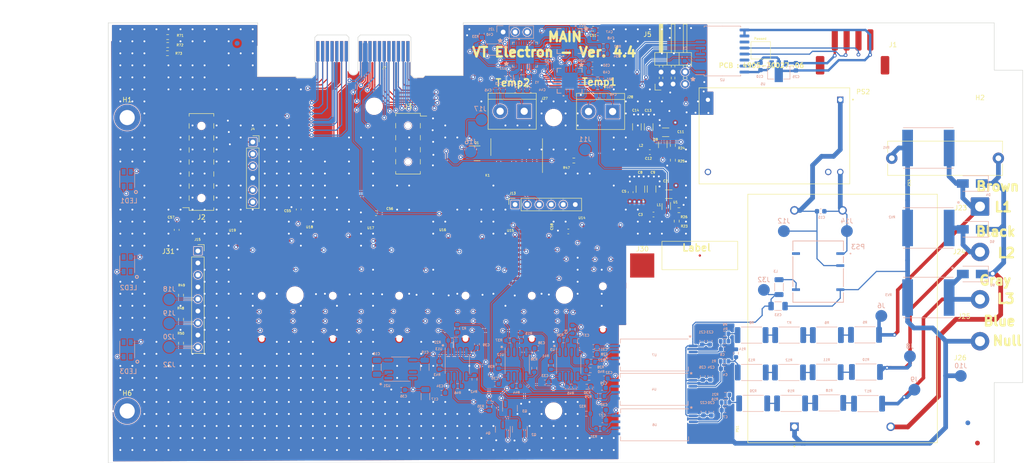
<source format=kicad_pcb>
(kicad_pcb (version 20240108) (generator "pcbnew") (generator_version "8.0")
  (layers (0 "F.Cu" signal) (1 "In1.Cu" signal) (2 "In2.Cu" signal) (31 "B.Cu" signal) (34 "B.Paste" user) (35 "F.Paste" user) (36 "B.SilkS" user "B.Silkscreen") (37 "F.SilkS" user "F.Silkscreen") (38 "B.Mask" user) (39 "F.Mask" user) (44 "Edge.Cuts" user))
  (net 0 "")
  (net 1 "GND")
  (net 2 "/SDAT7")
  (net 3 "+3V3")
  (net 4 "/uDTR")
  (net 5 "/uDCD")
  (net 6 "/uPWRKEY")
  (net 7 "/Alim")
  (net 8 "/uStatus")
  (net 9 "/RxD")
  (net 10 "/TxD")
  (net 11 "/SYN")
  (net 12 "/SCL")
  (net 13 "/SDAT2")
  (net 14 "/SCS")
  (net 15 "/SDAT3")
  (net 16 "/SDAT4")
  (net 17 "/SDAT5")
  (net 18 "/SDAT6")
  (net 19 "/UCC")
  (net 20 "/UR")
  (net 21 "/US")
  (net 22 "/UT")
  (net 23 "/UR+")
  (net 24 "/US+")
  (net 25 "Net-(R5-Pad2)")
  (net 26 "Net-(R6-Pad2)")
  (net 27 "Net-(R7-Pad2)")
  (net 28 "Net-(R10-Pad2)")
  (net 29 "Net-(R11-Pad2)")
  (net 30 "Net-(R12-Pad2)")
  (net 31 "Net-(R17-Pad2)")
  (net 32 "Net-(R18-Pad2)")
  (net 33 "Net-(R19-Pad2)")
  (net 34 "/RS485_RxD")
  (net 35 "/IRQ2")
  (net 36 "/READY")
  (net 37 "/SCLK")
  (net 38 "/MISO")
  (net 39 "/MOSI")
  (net 40 "/SS")
  (net 41 "/RS485_TxD")
  (net 42 "/RS485_DE")
  (net 43 "/BT_RxD")
  (net 44 "/BT_TxD")
  (net 45 "/LED3")
  (net 46 "/LED2")
  (net 47 "/LED1")
  (net 48 "/SW1")
  (net 49 "/BST1")
  (net 50 "/UT+")
  (net 51 "/ADE_Reset")
  (net 52 "/Enable")
  (net 53 "/BT_RTS")
  (net 54 "/BT_CTS")
  (net 55 "GNDS")
  (net 56 "/InfoV")
  (net 57 "/+5V")
  (net 58 "/US_Iso")
  (net 59 "/UR_Iso")
  (net 60 "/UT_Iso")
  (net 61 "/FB1")
  (net 62 "/VGSM")
  (net 63 "Net-(R1-Pad1)")
  (net 64 "Net-(R4-Pad1)")
  (net 65 "Net-(R16-Pad1)")
  (net 66 "/+3V67")
  (net 67 "/SW2")
  (net 68 "/BST2")
  (net 72 "/L1")
  (net 73 "/L2")
  (net 74 "/L3")
  (net 75 "/VCC2")
  (net 76 "/Vin")
  (net 77 "GND1")
  (net 78 "/U5V_Iso")
  (net 79 "/IRQ1")
  (net 80 "/iUR-")
  (net 81 "/iUR+")
  (net 82 "/iUS+")
  (net 83 "/iUS-")
  (net 84 "/iUT+")
  (net 85 "/iUT-")
  (net 86 "Earth")
  (net 87 "Net-(U22-VREG)")
  (net 88 "Net-(J27-Pin_2)")
  (net 89 "/Vopto")
  (net 90 "/+3V3_UC")
  (net 91 "Net-(LED1-Pad4)")
  (net 92 "Net-(LED2-Pad4)")
  (net 93 "Net-(LED3-Pad4)")
  (net 94 "Net-(J27-Pin_1)")
  (net 95 "Net-(J28-Pin_2)")
  (net 96 "Net-(J28-Pin_1)")
  (net 97 "Net-(J2-Pin_13)")
  (net 98 "Net-(J2-Pin_11)")
  (net 99 "/-3V3")
  (net 100 "Net-(J2-Pin_12)")
  (net 101 "Net-(J2-Pin_10)")
  (net 102 "Net-(J2-Pin_9)")
  (net 103 "Net-(K1-Pad1)")
  (net 107 "/C+")
  (net 108 "/C-")
  (net 109 "Net-(J21-Pin_2)")
  (net 110 "Net-(J21-Pin_3)")
  (net 120 "Net-(Q1-C)")
  (net 121 "Net-(PS3-+VOUT)")
  (net 124 "Net-(U13A--)")
  (net 125 "/FB2")
  (net 126 "/B-")
  (net 127 "/A+")
  (net 128 "Net-(U3A--)")
  (net 129 "Net-(U12A--)")
  (net 130 "Net-(U7-OUTP)")
  (net 131 "/OSC32_IN")
  (net 132 "Net-(U4-OUTP)")
  (net 133 "/OSC32_OUT")
  (net 134 "Net-(U6-OUTP)")
  (net 135 "Net-(U11-ISENSOR)")
  (net 136 "Net-(U12B-+)")
  (net 137 "Net-(U12B--)")
  (net 138 "/Temp_Txd")
  (net 139 "/SDIx")
  (net 140 "/SCLKx")
  (net 141 "/CS2")
  (net 142 "/SDO2")
  (net 143 "/CS1")
  (net 144 "/SDO1")
  (net 145 "/RDY1")
  (net 146 "/RDY2")
  (net 147 "Net-(U3B-+)")
  (net 148 "Net-(U3B--)")
  (net 149 "Net-(R34-Pad2)")
  (net 150 "Net-(R51-Pad2)")
  (net 151 "/ISO_Txd")
  (net 152 "Net-(U13B-+)")
  (net 153 "Net-(U13B--)")
  (net 154 "Net-(U20-BIAS)")
  (net 155 "Net-(U11-BIAS)")
  (net 156 "Net-(U20-ISENSOR)")
  (footprint "TestPoint:TestPoint_Pad_5.1x5.1mm" (layer "F.Cu") (at 112.6998 35.2552)
    (property "Reference" "J30")
    (property "Value" "Conn_01x01_Male" (hide yes))
  )
  (footprint "Capacitor_SMD:C_0603_1608Metric" (layer "F.Cu") (at 56.525 24.2 180)
    (property "Reference" "C56")
    (property "Value" "100n")
  )
  (footprint "Capacitor_SMD:C_1206_3216Metric" (layer "F.Cu") (at 118.3132 20.193 180)
    (property "Reference" "C2")
    (property "Value" "10uF/16V" (hide yes))
  )
  (footprint "TerminalBlock:TerminalBlock_bornier-2_P5.08mm" (layer "F.Cu") (at 87.8 2.667 180)
    (property "Reference" "J27")
    (property "Value" "Conn_01x02_Female")
  )
  (footprint "MountingHole:MountingHole_3.2mm_M3_ISO14580_Pad_TopBottom" (layer "F.Cu") (at 4 4)
    (property "Reference" "H1")
    (property "Value" "MountingHole")
  )
  (footprint "Capacitor_SMD:C_0603_1608Metric" (layer "F.Cu") (at 97.1042 28.067 180)
    (property "Reference" "C58")
    (property "Value" "100n")
  )
  (footprint "Connector_PinSocket_2.54mm:PinSocket_2x08_P2.54mm_Vertical_SMD_MOD" (layer "F.Cu") (at 19.675 13.385 180)
    (property "Reference" "J2")
    (property "Value" "Conn_02x08_Counter_Clockwise" (hide yes))
  )
  (footprint "PCI_SMD_MOD:10061913-100CLF" (layer "F.Cu") (at 61.4 41.65 -90)
    (property "Reference" "U17")
    (property "Value" "10061913-100CLF")
  )
  (footprint "Capacitor_SMD:C_1206_3216Metric" (layer "F.Cu") (at 114.0714 5.969 90)
    (property "Reference" "C13")
    (property "Value" "22uF/6,3V" (hide yes))
  )
  (footprint "Connector_Wire:DELTA_SolderWire-1.5sqmm_1x01_D1.7mm_OD3.9mm" (layer "F.Cu") (at 184.3278 22.7838)
    (property "Reference" "J23")
    (property "Value" "Conn_01x01_Female" (hide yes))
  )
  (footprint "Connector_Wire:DELTA_R_SolderWire-1.5sqmm_1x01_D1.7mm_OD3.9mm" (layer "F.Cu") (at 184 51.26)
    (property "Reference" "J26")
    (property "Value" "Conn_01x01_Female" (hide yes))
  )
  (footprint "Resistor_SMD:R_0603_1608Metric" (layer "F.Cu") (at 15.367 41.529 90)
    (property "Reference" "R49")
    (property "Value" "3k")
  )
  (footprint "TestPoint:TestPoint_Pad_5.1x5.1mm" (layer "F.Cu") (at 105.8672 14.1478)
    (property "Reference" "J29" (hide yes))
    (property "Value" "Conn_01x01_Male" (hide yes))
  )
  (footprint "Connector_PinHeader_2.54mm:PinHeader_2x03_P2.54mm_Horizontal" (layer "F.Cu") (at 116.68 -3.085 90)
    (property "Reference" "J5")
    (property "Value" "DS1022-2*10RF11x3" (hide yes))
  )
  (footprint "Resistor_SMD:R_0603_1608Metric" (layer "F.Cu") (at 98.27 13.08)
    (property "Reference" "R47")
    (property "Value" "47")
  )
  (footprint "Capacitor_SMD:C_1206_3216Metric" (layer "F.Cu") (at 114.681 19.1008 90)
    (property "Reference" "C9")
    (property "Value" "22uF/6,3V" (hide yes))
  )
  (footprint "Connector_PinSocket_2.54mm:PinSocket_2x05_P2.54mm_Vertical_SMD" (layer "F.Cu") (at 63.275 9.525)
    (property "Reference" "J3")
    (property "Value" "Conn_02x05_Counter_Clockwise")
  )
  (footprint "Connector_JST:A2501-SR04-XH4AWB" (layer "F.Cu") (at 157.099 -9.5504)
    (property "Reference" "J1")
    (property "Value" "Conn_01x04_Male")
  )
  (footprint "Inductanta744:744383130033" (layer "F.Cu") (at 114.1222 9.4742 -90)
    (property "Reference" "L2")
    (property "Value" "744383130033" (hide yes))
  )
  (footprint "Capacitor_SMD:C_0603_1608Metric" (layer "F.Cu") (at 40.2 23.425 90)
    (property "Reference" "C55")
    (property "Value" "100n")
  )
  (footprint "PCI_SMD_MOD:10061913-100CLF" (layer "F.Cu") (at 89.4 41.65 -90)
    (property "Reference" "U15")
    (property "Value" "10061913-100CLF")
  )
  (footprint "TerminalBlock:TerminalBlock_bornier-2_P5.08mm" (layer "F.Cu") (at 106.4514 2.7178 180)
    (property "Reference" "J28")
    (property "Value" "Conn_01x02_Female")
  )
  (footprint "Capacitor_SMD:C_1206_3216Metric" (layer "F.Cu") (at 112.3188 19.1262 90)
    (property "Reference" "C8")
    (property "Value" "22uF/6,3V" (hide yes))
  )
  (footprint "MountingHole:MountingHole_3.2mm_M3" (layer "F.Cu") (at 178.7144 74.0918)
    (property "Reference" "H12" (hide yes))
    (property "Value" "MountingHole" (hide yes))
  )
  (footprint "MountingHole:MountingHole_3.2mm_M3" (layer "F.Cu") (at 173.1746 -5.9968)
    (property "Reference" "H8" (hide yes))
    (property "Value" "MountingHole" (hide yes))
  )
  (footprint "Capacitor_SMD:C_0603_1608Metric" (layer "F.Cu") (at 102.3366 -14.7828 180)
    (property "Reference" "C51")
    (property "Value" "4,7n" (hide yes))
  )
  (footprint "MountingHole:MountingHole_3.2mm_M3" (layer "F.Cu") (at 56.125 1.61)
    (property "Reference" "H9" (hide yes))
    (property "Value" "MountingHole" (hide yes))
  )
  (footprint "Relay_SMD:Relay_Fujitsu_FTR-B4GA003" (layer "F.Cu") (at 86.2076 12.0396 90)
    (property "Reference" "K1")
    (property "Value" "FTR-B4GA003Z-B05")
  )
  (footprint "Inductanta744:744383130033" (layer "F.Cu") (at 114.7064 22.4282 -90)
    (property "Reference" "L1")
    (property "Value" "744383130033" (hide yes))
  )
  (footprint "MountingHole:MountingHole_3.2mm_M3" (layer "F.Cu") (at -16.8 19)
    (property "Reference" "H4" (hide yes))
    (property "Value" "MountingHole" (hide yes))
  )
  (footprint "TestPoint:TestPoint_Pad_5.1x5.1mm" (layer "F.Cu") (at 12.6492 35.7632)
    (property "Reference" "J31")
    (property "Value" "Conn_01x01_Male" (hide yes))
  )
  (footprint "Resistor_SMD:R_0603_1608Metric" (layer "F.Cu") (at 15.367 51.6636 90)
    (property "Reference" "R50")
    (property "Value" "3k")
  )
  (footprint "Capacitor_THT:C_Rect_L24.0mm_W7.0mm_P22.50mm_MKT" (layer "F.Cu") (at 187.8816 12.5984 180)
    (property "Reference" "C52")
    (property "Value" "F862DI224K310ZLH0J")
  )
  (footprint "Fiducial:Fiducial_1mm_Mask2mm" (layer "F.Cu") (at 183.4642 72.771)
    (property "Reference" "FID3" (hide yes))
    (property "Value" "Fiducial" (hide yes))
  )
  (footprint "Fiducial:Fiducial_1mm_Mask2mm" (layer "F.Cu") (at 28.1178 -6.7564)
    (property "Reference" "FID4" (hide yes))
    (property "Value" "Fiducial" (hide yes))
  )
  (footprint "Resistor_SMD:R_0603_1608Metric" (layer "F.Cu") (at 119.1768 9.906 90)
    (property "Reference" "R24")
    (property "Value" "4k7")
  )
  (footprint "Package_TO_SOT_SMD:SOT-563" (layer "F.Cu") (at 117.7798 22.8092 -90)
    (property "Reference" "U1")
    (property "Value" "AP62250Z6" (hide yes))
  )
  (footprint "PCI_SMD_MOD:10061913-100CLF" (layer "F.Cu") (at 32.4 41.65 -90)
    (property "Reference" "U19")
    (property "Value" "10061913-100CLF")
  )
  (footprint "Connector_PCBEdge:BUS_PCIexpress_x1" (layer "F.Cu") (at 63.25 -10 180)
    (property "Reference" "J7")
    (property "Value" "Bus_PCI_Express_x1_MOD")
    (fp_line (start 19.65 2.95) (end 19.15 3.45) (stroke (width 0.1)) (layer "Edge.Cuts"))
    (fp_line (start 19.65 -4.95) (end 19.65 2.95) (stroke (width 0.1)) (layer "Edge.Cuts"))
    (fp_line (start 12.95 3.45) (end 19.15 3.45) (stroke (width 0.1)) (layer "Edge.Cuts"))
    (fp_line (start 12.45 2.95) (end 12.95 3.45) (stroke (width 0.1)) (layer "Edge.Cuts"))
    (fp_line (start 12.45 -4) (end 12.45 2.95) (stroke (width 0.1)) (layer "Edge.Cuts"))
    (fp_line (start 10.55 2.95) (end 10.05 3.45) (stroke (width 0.1)) (layer "Edge.Cuts"))
    (fp_line (start 10.55 -4) (end 10.55 2.95) (stroke (width 0.1)) (layer "Edge.Cuts"))
    (fp_line (start -0.15 3.45) (end 10.05 3.45) (stroke (width 0.1)) (layer "Edge.Cuts"))
    (fp_line (start -0.65 2.95) (end -0.15 3.45) (stroke (width 0.1)) (layer "Edge.Cuts"))
    (fp_line (start -0.65 -4.95) (end -0.65 2.95) (stroke (width 0.1)) (layer "Edge.Cuts"))
    (fp_arc (start 10.55 -4) (mid 11.5 -4.95) (end 12.45 -4) (stroke (width 0.1)) (layer "Edge.Cuts"))
  )
  (footprint "Symbol:Eticheta" (layer "F.Cu") (at 124.8664 33.147 180)
    (property "Reference" "TP1" (hide yes))
    (property "Value" "Eticheta" (hide yes))
  )
  (footprint "PCI_SMD_MOD:10061913-100CLF" (layer "F.Cu") (at 75.41 41.63 -90)
    (property "Reference" "U16")
    (property "Value" "10061913-100CLF")
  )
  (footprint "Capacitor_SMD:C_0603_1608Metric" (layer "F.Cu") (at 14.45 27.725 -90)
    (property "Reference" "C57")
    (property "Value" "100n")
  )
  (footprint "Resistor_SMD:R_0603_1608Metric" (layer "F.Cu") (at 12.5476 -13.0048)
    (property "Reference" "R71")
    (property "Value" "220" (hide yes))
  )
  (footprint "Capacitor_SMD:C_1206_3216Metric" (layer "F.Cu") (at 111.5822 5.969 90)
    (property "Reference" "C14")
    (property "Value" "22uF/6,3V" (hide yes))
  )
  (footprint "MountingHole:MountingHole_3.2mm_M3" (layer "F.Cu") (at 96.3168 41.6052)
    (property "Reference" "H7" (hide yes))
    (property "Value" "MountingHole" (hide yes))
  )
  (footprint "Resistor_SMD:R_0603_1608Metric" (layer "F.Cu") (at 12.5476 -11.3284)
    (property "Reference" "R72")
    (property "Value" "220" (hide yes))
  )
  (footprint "Resistor_SMD:R_0603_1608Metric" (layer "F.Cu") (at 119.9896 25.8826 -90)
    (property "Reference" "R23")
    (property "Value" "4k7")
  )
  (footprint "PCI_SMD_MOD:10061913-100CLF" (layer "F.Cu") (at 47.4 41.65 -90)
    (property "Reference" "U18")
    (property "Value" "10061913-100CLF")
  )
  (footprint "Package_TO_SOT_SMD:SOT-563" (layer "F.Cu") (at 117.0432 9.7536 -90)
    (property "Reference" "U8")
    (property "Value" "AP62250Z6" (hide yes))
  )
  (footprint "Capacitor_SMD:C_0603_1608Metric" (layer "F.Cu") (at 115.0874 24.4856)
    (property "Reference" "C3")
    (property "Value" "100n" (hide yes))
  )
  (footprint "THM 10-0511:CONV_THM_10-0511" (layer "F.Cu") (at 140.61 7.87 180)
    (property "Reference" "PS2")
    (property "Value" "THM_10-0511")
  )
  (footprint "Connector_PinSocket_2.54mm:PinSocket_1x06_P2.54mm_Vertical" (layer "F.Cu") (at 85.877 22.3778 90)
    (property "Reference" "J13")
    (property "Value" "Conn_01x06_Female" (hide yes))
  )
  (footprint "MountingHole:MountingHole_3.2mm_M3_ISO14580_Pad_TopBottom" (layer "F.Cu") (at 4 66)
    (property "Reference" "H6")
    (property "Value" "MountingHole")
  )
  (footprint "RAC15:CONV_RAC15-12SK_480" (layer "F.Cu") (at 154.99 46.4575 90)
    (property "Reference" "PS1")
    (property "Value" "RAC15-05SK/480")
  )
  (footprint "MountingHole:MountingHole_3.2mm_M3" (layer "F.Cu") (at 94 4)
    (property "Reference" "H3" (hide yes))
    (property "Value" "MountingHole")
  )
  (footprint "Resistor_SMD:R_0603_1608Metric" (layer "F.Cu") (at 119.1768 13.0048 90)
    (property "Reference" "R25")
    (property "Value" "1k3")
  )
  (footprint "Capacitor_SMD:C_0603_1608Metric" (layer "F.Cu") (at 114.3124 11.303)
    (property "Reference" "C12")
    (property "Value" "100n")
  )
  (footprint "Connector_Wire:DELTA_R_SolderWire-1.5sqmm_1x01_D1.7mm_OD3.9mm" (layer "F.Cu") (at 184 32.4)
    (property "Reference" "J24")
    (property "Value" "Conn_01x01_Female" (hide yes))
  )
  (footprint "Package_TO_SOT_SMD:SOT-23" (layer "F.Cu") (at 77.851 11.557)
    (property "Reference" "Q1")
    (property "Value" "DTC143T")
  )
  (footprint "MountingHole:MountingHole_3.2mm_M3" (layer "F.Cu") (at 129.032 41.4782)
    (property "Reference" "H10" (hide yes))
    (property "Value" "MountingHole" (hide yes))
  )
  (footprint "Capacitor_SMD:C_0603_1608Metric" (layer "F.Cu") (at 110.2614 19.7612 90)
    (property "Reference" "C5")
    (property "Value" "100n")
  )
  (footprint "MountingHole:MountingHole_3.2mm_M3" (layer "F.Cu") (at -22.5937 28.3981)
    (property "Reference" "H5" (hide yes))
    (property "Value" "MountingHole" (hide yes))
  )
  (footprint "MountingHole:MountingHole_3.2mm_M3" (layer "F.Cu") (at 184 4)
    (property "Reference" "H2")
    (property "Value" "MountingHole")
  )
  (footprint "Resistor_SMD:R_0603_1608Metric" (layer "F.Cu") (at 120.4468 23.5712 180)
    (property "Reference" "R26")
    (property "Value" "1k5" (hide yes))
  )
  (footprint "MountingHole:MountingHole_3.2mm_M3" (layer "F.Cu") (at 39.4114 41.5036)
    (property "Reference" "H11" (hide yes))
    (property "Value" "MountingHole" (hide yes))
  )
  (footprint "Resistor_SMD:R_0603_1608Metric" (layer "F.Cu") (at 12.4968 -9.6012)
    (property "Reference" "R73")
    (property "Value" "220" (hide yes))
  )
  (footprint "Resistor_SMD:R_0603_1608Metric" (layer "F.Cu") (at 15.367 46.609 90)
    (property "Reference" "R48")
    (property "Value" "3k")
  )
  (footprint "Connector_PinSocket_2.54mm:PinSocket_1x06_P2.54mm_Vertical" (layer "F.Cu") (at 30.5054 9.1694)
    (property "Reference" "J4")
    (property "Value" "Conn_01x06_Female")
  )
  (footprint "Connector_Wire:DELTA_R_SolderWire-1.5sqmm_1x01_D1.7mm_OD3.9mm" (layer "F.Cu") (at 184 42.4)
    (property "Reference" "J25")
    (property "Value" "Conn_01x01_Female" (hide yes))
  )
  (footprint "Connector_PinSocket_2.54mm:PinSocket_1x09_P2.54mm_Vertical" (layer "F.Cu") (at 18.925 32.18)
    (property "Reference" "J15")
    (property "Value" "DS1002-03-1*36131(9)")
  )
  (footprint "PCI_SMD_MOD:10061913-100CLF" (layer "F.Cu") (at 104.4 39.65 -90)
    (property "Reference" "U14")
    (property "Value" "10061913-100CLF")
  )
  (footprint "Capacitor_SMD:C_1206_3216Metric" (layer "F.Cu") (at 117.6528 7.112 180)
    (property "Reference" "C11")
    (property "Value" "10uF/16V")
  )
  (footprint "Resistor_SMD:R_0603_1608Metric" (layer "B.Cu") (at 130.0779 51.2612 180)
    (property "Reference" "R4")
    (property "Value" "10")
  )
  (footprint "Capacitor_SMD:C_0603_1608Metric" (layer "B.Cu") (at 127.0762 58.6232 90)
    (property "Reference" "C24")
    (property "Value" "100n" (hide yes))
  )
  (footprint "MOVS4032V510:MOVS4032V460" (layer "B.Cu") (at 173.1 42.025 180)
    (property "Reference" "RV3")
    (property "Value" "MOVS4032V510" (hide yes))
  )
  (footprint "Resistor_SMD:R_0603_1608Metric" (layer "B.Cu") (at 97.65 60.85)
    (property "Reference" "R45")
    (property "Value" "15k")
  )
  (footprint "TestPoint:TestPoint_DELTA" (layer "B.Cu") (at 12.8778 47.4726 180)
    (property "Reference" "J19")
    (property "Value" "Conn_01x01_Female" (hide yes))
  )
  (footprint "TestPoint:TestPoint_DELTA" (layer "B.Cu") (at 12.8778 52.4764 180)
    (property "Reference" "J20")
    (property "Value" "Conn_01x01_Female" (hide yes))
  )
  (footprint "Connector_PinHeader_2.54mm:PinHeader_1x03_P2.54mm_Vertical" (layer "B.Cu") (at 83.3524 -14.0716 -90)
    (property "Reference" "J21")
    (property "Value" "Conn_01x03_Male")
  )
  (footprint "Resistor_SMD:R_2512_6332Metric" (layer "B.Cu") (at 159.7279 49.9112 180)
    (property "Reference" "R5")
    (property "Value" "249k")
  )
  (footprint "Resistor_SMD:R_2512_6332Metric" (layer "B.Cu") (at 136.1229 64.3912 180)
    (property "Reference" "R20")
    (property "Value" "249k")
  )
  (footprint "Capacitor_SMD:C_0603_1608Metric" (layer "B.Cu") (at 121.6406 -8.7376 90)
    (property "Reference" "C1")
    (property "Value" "100n")
  )
  (footprint "Capacitor_SMD:C_0603_1608Metric" (layer "B.Cu") (at 125.6284 66.1416 90)
    (property "Reference" "C22")
    (property "Value" "1uF" (hide yes))
  )
  (footprint "Resistor_SMD:R_0603_1608Metric" (layer "B.Cu") (at 100.9142 66.5734)
    (property "Reference" "R32")
    (property "Value" "3k")
  )
  (footprint "Resistor_SMD:R_0603_1608Metric" (layer "B.Cu") (at 89.916 56.9722 90)
    (property "Reference" "R38")
    (property "Value" "3k")
  )
  (footprint "Capacitor_SMD:C_1206_3216Metric" (layer "B.Cu") (at 56.71 56.76 90)
    (property "Reference" "C18")
    (property "Value" "10u")
  )
  (footprint "Capacitor_SMD:C_0603_1608Metric" (layer "B.Cu") (at 103.3272 -12.8016)
    (property "Reference" "C48")
    (property "Value" "100n")
  )
  (footprint "Package_SO:SO-8_3.9x4.9mm_P1.27mm" (layer "B.Cu") (at 97.183554 56.11 -90)
    (property "Reference" "U3")
    (property "Value" "LM358")
  )
  (footprint "Capacitor_SMD:C_1206_3216Metric" (layer "B.Cu") (at 66.81 56.75 90)
    (property "Reference" "C19")
    (property "Value" "10u")
  )
  (footprint "Capacitor_SMD:C_0603_1608Metric" (layer "B.Cu") (at 150.368 23.7998)
    (property "Reference" "C15")
    (property "Value" "100n")
  )
  (footprint "Capacitor_SMD:C_0603_1608Metric" (layer "B.Cu") (at 92.9386 -9.398 180)
    (property "Reference" "C42")
    (property "Value" "1u")
  )
  (footprint "Capacitor_SMD:C_0603_1608Metric" (layer "B.Cu") (at 130.0779 57.0612)
    (property "Reference" "C4")
    (property "Value" "1n")
  )
  (footprint "Resistor_SMD:R_2512_6332Metric" (layer "B.Cu") (at 143.7279 49.9612 180)
    (property "Reference" "R7")
    (property "Value" "249k")
  )
  (footprint "Crystal:Crystal_SMD_EuroQuartz_EQ161-2Pin_3.2x1.5mm" (layer "B.Cu") (at 87.503 -4.0894)
    (property "Reference" "Y1")
    (property "Value" "ECS-.327-6-34B-C-TR")
  )
  (footprint "LedSMD_Cree:CLM2D-GPC-CB0E0793" (layer "B.Cu") (at 4 17 90)
    (property "Reference" "LED1")
    (property "Value" "CLM2D-GPC-CB0E0793" (hide yes))
  )
  (footprint "Resistor_SMD:R_0603_1608Metric" (layer "B.Cu") (at 84.75 51.1)
    (property "Reference" "R37")
    (property "Value" "3k")
  )
  (footprint "Fiducial:Fiducial_1mm_Mask2mm" (layer "B.Cu") (at 27.2034 -11.684 180)
    (property "Reference" "FID1" (hide yes))
    (property "Value" "Fiducial" (hide yes))
  )
  (footprint "MOVS4032V510:MOVS4032V460" (layer "B.Cu") (at 173.1 10.425 180)
    (property "Reference" "RV1")
    (property "Value" "MOVS4032V510" (hide yes))
  )
  (footprint "TestPoint:TestPoint_DELTA" (layer "B.Cu") (at 138.3792 40.4114 180)
    (property "Reference" "J32")
    (property "Value" "Conn_01x01_Female" (hide yes))
  )
  (footprint "Resistor_SMD:R_0603_1608Metric" (layer "B.Cu") (at 101.9048 55.6006)
    (property "Reference" "R27")
    (property "Value" "3k")
  )
  (footprint "Capacitor_SMD:C_0603_1608Metric" (layer "B.Cu") (at 70.358 62.1538 180)
    (property "Reference" "C34")
    (property "Value" "100n" (hide yes))
  )
  (footprint "Resistor_SMD:R_2512_6332Metric" (layer "B.Cu") (at 151.6779 49.9612 180)
    (property "Reference" "R6")
    (property "Value" "249k")
  )
  (footprint "Resistor_SMD:R_0603_1608Metric" (layer "B.Cu") (at 77.3 59.3 -90)
    (property "Reference" "R42")
    (property "Value" "3k")
  )
  (footprint "Resistor_SMD:R_0603_1608Metric" (layer "B.Cu") (at 69.93 56.34 90)
    (property "Reference" "R43")
    (property "Value" "3k")
  )
  (footprint "Capacitor_SMD:C_0603_1608Metric" (layer "B.Cu") (at 102.3874 54.0258 180)
    (property "Reference" "C28")
    (property "Value" "100n" (hide yes))
  )
  (footprint "AMC1400:AMC1400QDWLRQ1" (layer "B.Cu") (at 115.22 61.42 180)
    (property "Reference" "U4")
    (property "Value" "AMC1400QDWLRQ1" (hide yes))
  )
  (footprint "Capacitor_SMD:C_0603_1608Metric" (layer "B.Cu") (at 104.2162 61.1124 180)
    (property "Reference" "C29")
    (property "Value" "100n" (hide yes))
  )
  (footprint "Resistor_SMD:R_0603_1608Metric" (layer "B.Cu") (at 104.5464 -9.4742)
    (property "Reference" "R34")
    (property "Value" "2k 0.1%")
  )
  (footprint "Capacitor_SMD:C_1206_3216Metric" (layer "B.Cu") (at 141.3764 43.8404)
    (property "Reference" "C53")
    (property "Value" "10uF/16V")
  )
  (footprint "Resistor_SMD:R_0603_1608Metric" (layer "B.Cu") (at 101.025 60.875)
    (property "Reference" "R30")
    (property "Value" "3k")
  )
  (footprint "Capacitor_SMD:C_0603_1608Metric" (layer "B.Cu") (at 102.3874 52.4764 180)
    (property "Reference" "C31")
    (property "Value" "1uF" (hide yes))
  )
  (footprint "TestPoint:TestPoint_DELTA" (layer "B.Cu") (at 179.9336 58.5978 180)
    (property "Reference" "J10")
    (property "Value" "Conn_01x01_Female" (hide yes))
  )
  (footprint "Resistor_SMD:R_0603_1608Metric" (layer "B.Cu") (at 103.8098 69.7484)
    (property "Reference" "R31")
    (property "Value" "3k")
  )
  (footprint "Capacitor_SMD:C_0603_1608Metric" (layer "B.Cu") (at 90.7542 52.7558)
    (property "Reference" "C38")
    (property "Value" "100n" (hide yes))
  )
  (footprint "LedSMD_Cree:CLM2D-GPC-CB0E0793" (layer "B.Cu") (at 4 35 90)
    (property "Reference" "LED2")
    (property "Value" "CLM2D-GPC-CB0E0793" (hide yes))
  )
  (footprint "Package_SO:VSSOP-8_2.4x2.1mm_P0.5mm" (layer "B.Cu") (at 81.2038 -10.3632 180)
    (property "Reference" "U9")
    (property "Value" "74LVC2G157")
  )
  (footprint "TestPoint:TestPoint_DELTA" (layer "B.Cu") (at 100.6348 10.7442 180)
    (property "Reference" "J11")
    (property "Value" "Conn_01x01_Female" (hide yes))
  )
  (footprint "AMC1400:AMC1400QDWLRQ1" (layer "B.Cu") (at 115.32 68.92 180)
    (property "Reference" "U6")
    (property "Value" "AMC1400QDWLRQ1" (hide yes))
  )
  (footprint "Package_TO_SOT_SMD:SOT-23" (layer "B.Cu") (at 84.7852 65.4304 -90)
    (property "Reference" "Q3")
    (property "Value" "DTC143E" (hide yes))
  )
  (footprint "Capacitor_SMD:C_1206_3216Metric" (layer "B.Cu") (at 66.95 62.95 90)
    (property "Reference" "C17")
    (property "Value" "10u")
  )
  (footprint "Resistor_SMD:R_2512_6332Metric" (layer "B.Cu") (at 143.6779 57.8612 180)
    (property "Reference" "R12")
    (property "Value" "249k")
  )
  (footprint "Resistor_SMD:R_0603_1608Metric" (layer "B.Cu") (at 97.9932 48.7426 90)
    (property "Reference" "R3")
    (property "Value" "3k")
  )
  (footprint "Capacitor_SMD:C_0603_1608Metric" (layer "B.Cu") (at 130.2529 65.8312)
    (property "Reference" "C7")
    (property "Value" "1n")
  )
  (footprint "Resistor_SMD:R_0603_1608Metric" (layer "B.Cu") (at 103.3018 -4.064)
    (property "Reference" "R51")
    (property "Value" "2k 0.1%")
  )
  (footprint "TestPoint:TestPoint_DELTA" (layer "B.Cu") (at 12.8778 58.3692 180)
    (property "Reference" "J22")
    (property "Value" "Conn_01x01_Female")
  )
  (footprint "Capacitor_SMD:C_0603_1608Metric" (layer "B.Cu") (at 102.1842 -5.6388)
    (property "Reference" "C49")
    (property "Value" "100n")
  )
  (footprint "Capacitor_SMD:C_0603_1608Metric" (layer "B.Cu") (at 82.55 -1.7272)
    (property "Reference" "C45")
    (property "Value" "10n")
  )
  (footprint "MOVS4032V510:MOVS4032V460" (layer "B.Cu") (at 173.1 27.325 180)
    (property "Reference" "RV2")
    (property "Value" "MOVS4032V510" (hide yes))
  )
  (footprint "Capacitor_SMD:C_0603_1608Metric" (layer "B.Cu") (at 81.6102 60.2488 180)
    (property "Reference" "C35")
    (property "Value" "100n" (hide yes))
  )
  (footprint "Resistor_SMD:R_0603_1608Metric" (layer "B.Cu") (at 132.4779 53.7862 90)
    (property "Reference" "R14")
    (property "Value" "150")
  )
  (footprint "TestPoint:TestPoint_DELTA" (layer "B.Cu") (at 78.7908 4.4704 180)
    (property "Reference" "J17")
    (property "Value" "Conn_01x01_Female" (hide yes))
  )
  (footprint "Capacitor_SMD:C_0603_1608Metric" (layer "B.Cu") (at 145.1356 -6.731 -90)
    (property "Reference" "C25")
    (property "Value" "100n")
  )
  (footprint "Diode_SMD:D_SMA" (layer "B.Cu") (at 182.372 37.0586 180)
    (property "Reference" "D6")
    (property "Value" "BYG21M-E3/TR")
  )
  (footprint "Capacitor_SMD:C_0603_1608Metric" (layer "B.Cu") (at 102.1842 -7.239)
    (property "Reference" "C50")
    (property "Value" "100n")
  )
  (footprint "TestPoint:TestPoint_DELTA" (layer "B.Cu") (at 170.1546 61.4934 180)
    (property "Reference" "J9")
    (property "Value" "Conn_01x01_Female" (hide yes))
  )
  (footprint "Capacitor_SMD:C_0603_1608Metric" (layer "B.Cu") (at 99.2508 51.2318)
    (property "Reference" "C37")
    (property "Value" "100n" (hide yes))
  )
  (footprint "NXE2S0505MC-R7:NXE2_SINGLE_SURFACE_MUR" (layer "B.Cu") (at 149.8346 36.5506 180)
    (property "Reference" "PS3")
    (property "Value" "NXE2S0505MC-R7")
  )
  (footprint "Capacitor_SMD:C_0603_1608Metric" (layer "B.Cu") (at 92.1766 59.9694 180)
    (property "Reference" "C33")
    (property "Value" "100n" (hide yes))
  )
  (footprint "Resistor_SMD:R_2512_6332Metric" (layer "B.Cu") (at 151.6279 57.8112 180)
    (property "Reference" "R11")
    (property "Value" "249k")
  )
  (footprint "AMC1400:AMC1400QDWLRQ1" (layer "B.Cu") (at 115.27 54.17 180)
    (property "Reference" "U7")
    (property "Value" "AMC1400QDWLRQ1" (hide yes))
  )
  (footprint "Fiducial:Fiducial_1mm_Mask2mm" (layer "B.Cu") (at 181.4322 68.5038 180)
    (property "Reference" "FID2" (hide yes))
    (property "Value" "Fiducial" (hide yes))
  )
  (footprint "Diode_SMD:D_SMA" (layer "B.Cu") (at 182.372 27.6098 180)
    (property "Reference" "D5")
    (property "Value" "BYG21M-E3/TR")
  )
  (footprint "TestPoint:TestPoint_DELTA" (layer "B.Cu") (at 163.1711 45.9074 180)
    (property "Reference" "J6")
    (property "Value" "Conn_01x01_Female" (hide yes))
  )
  (footprint "Capacitor_SMD:C_0603_1608Metric" (layer "B.Cu") (at 103.7844 -0.635)
    (property "Reference" "C46")
    (property "Value" "10n")
  )
  (footprint "Resistor_SMD:R_2512_6332Metric" (layer "B.Cu") (at 144.1229 64.3912 180)
    (property "Reference" "R19")
    (property "Value" "249k")
  )
  (footprint "Resistor_SMD:R_0603_1608Metric" (layer "B.Cu") (at 73.75 60.74)
    (property "Reference" "R46")
    (property "Value" "15k")
  )
  (footprint "Resistor_SMD:R_0603_1608Metric" (layer "B.Cu") (at 80.425 65.075 -90)
    (property "Reference" "R35")
    (property "Value" "1k")
  )
  (footprint "Capacitor_SMD:C_0603_1608Metric" (layer "B.Cu") (at 126.9492 51.181 90)
    (property "Reference" "C23")
    (property "Value" "1uF" (hide yes))
  )
  (footprint "Diode_SMD:D_SMA" (layer "B.Cu") (at 182.372 17.9324 180)
    (property "Reference" "D4")
    (property "Value" "BYG21M-E3/TR")
  )
  (footprint "Resistor_SMD:R_2512_6332Metric" (layer "B.Cu") (at 135.7779 49.9612 180)
    (property "Reference" "R8")
    (property "Value" "249k")
  )
  (footprint "Capacitor_SMD:C_0603_1608Metric" (layer "B.Cu") (at 104.2924 67.9704 180)
    (property "Reference" "C27")
    (property "Value" "100n" (hide yes))
  )
  (footprint "Resistor_SMD:R_0603_1608Metric" (layer "B.Cu") (at 93.44 56.37 90)
    (property "Reference" "R41")
    (property "Value" "3k")
  )
  (footprint "TestPoint:TestPoint_DELTA" (layer "B.Cu") (at 142.5956 27.9908 180)
    (property "Reference" "J12")
    (property "Value" "Conn_01x01_Female" (hide yes))
  )
  (footprint "Capacitor_SMD:C_0603_1608Metric" (layer "B.Cu") (at 127.285648 66.167 90)
    (property "Reference" "C20")
    (property "Value" "100n" (hide yes))
  )
  (footprint "TestPoint:TestPoint_DELTA" (layer "B.Cu") (at 76.5048 11.2522 180)
    (property "Reference" "J16")
    (property "Value" "Conn_01x01_Female" (hide yes))
  )
  (footprint "TestPoint:TestPoint_DELTA" (layer "B.Cu") (at 169.2148 54.4576 180)
    (property "Reference" "J8")
    (property "Value" "Conn_01x01_Female" (hide yes))
  )
  (footprint "MSP430FR2672TRHBR:VQFN32_5X5_TEX" (layer "B.Cu") (at 87.9602 -9.2964)
    (property "Reference" "U22")
    (property "Value" "MSP430FR2672TRHBR")
  )
  (footprint "Resistor_SMD:R_0603_1608Metric" (layer "B.Cu") (at 82.39 56.155 90)
    (property "Reference" "R39")
    (property "Value" "3k")
  )
  (footprint "Package_SO:SOIC-16W_7.5x10.3mm_P1.27mm" (layer "B.Cu") (at 129.64 -10.06)
    (property "Reference" "U2")
    (property "Value" "ISO3082DW")
  )
  (footprint "MAX31865:21-0140L_T2055-5_MXM" (layer "B.Cu") (at 97.3582 -12.1666 180)
    (property "Reference" "U11")
    (property "Value" "MAX31865ATP+T")
  )
  (footprint "Resistor_SMD:R_0603_1608Metric" (layer "B.Cu") (at 96.09 51.06)
    (property "Reference" "R36")
    (property "Value" "3k")
  )
  (footprint "Resistor_SMD:R_0603_1608Metric" (layer "B.Cu") (at 101.727 57.3786 180)
    (property "Reference" "R28")
    (property "Value" "3k")
  )
  (footprint "MAX31865:21-0140L_T2055-5_MXM" (layer "B.Cu") (at 97.3836 -3.7846 180)
    (property "Reference" "U20")
    (property "Value" "MAX31865ATP+T")
  )
  (footprint "Resistor_SMD:R_2512_6332Metric" (layer "B.Cu") (at 159.9279 57.7612 180)
    (property "Reference" "R10")
    (property "Value" "249k")
  )
  (footprint "Resistor_SMD:R_0603_1608Metric" (layer "B.Cu") (at 103.2764 -2.4638)
    (property "Reference" "R53")
    (property "Value" "2k 0.1%")
  )
  (footprint "Capacitor_SMD:C_0603_1608Metric" (layer "B.Cu") (at 104.648 59.1058 180)
    (property "Reference" "C32")
    (property "Value" "1uF" (hide yes))
  )
  (footprint "Package_SO:SO-8_3.9x4.9mm_P1.27mm" (layer "B.Cu") (at 61.71 57.15)
    (property "Reference" "U21")
    (property "Value" "LM2662MX")
  )
  (footprint "TestPoint:TestPoint_DELTA" (layer "B.Cu") (at 155.9052 27.9908 180)
    (property "Reference" "J14")
    (property "Value" "Conn_01x01_Female" (hide yes))
  )
  (footprint "Resistor_SMD:R_0603_1608Metric" (layer "B.Cu") (at 130.0779 49.6612 180)
    (property "Reference" "R9")
    (property "Value" "150")
  )
  (footprint "Capacitor_SMD:C_0603_1608Metric" (layer "B.Cu") (at 137.668 -6.8072 90)
    (property "Reference" "C10")
    (property "Value" "100n")
  )
  (footprint "Capacitor_SMD:C_0603_1608Metric" (layer "B.Cu") (at 77.8256 51.8792 90)
    (property "Reference" "C39")
    (property "Value" "100n" (hide yes))
  )
  (footprint "TestPoint:TestPoint_DELTA" (layer "B.Cu") (at 12.8778 42.3926 180)
    (property "Reference" "J18")
    (property "Value" "Conn_01x01_Female" (hide yes))
  )
  (footprint "Resistor_SMD:R_0603_1608Metric" (layer "B.Cu") (at 77.724 -10.4648 90)
    (property "Reference" "R33")
    (property "Value" "47k")
  )
  (footprint "Resistor_SMD:R_0603_1608Metric" (layer "B.Cu") (at 130.2729 62.5912 180)
    (property "Reference" "R21")
    (property "Value" "150")
  )
  (footprint "Package_TO_SOT_SMD:SOT-23" (layer "B.Cu") (at 86.868 69.8754 90)
    (property "Reference" "Q2")
    (property "Value" "DTC143E" (hide yes))
  )
  (footprint "Package_SO:SO-8_3.9x4.9mm_P1.27mm" (layer "B.Cu") (at 86.323554 56.11 -90)
    (property "Reference" "U12")
    (property "Value" "LM358")
  )
  (footprint "Capacitor_SMD:C_0603_1608Metric" (layer "B.Cu") (at 85.9028 -1.8034 180)
    (property "Reference" "C41")
    (property "Value" "10p")
  )
  (footprint "Package_TO_SOT_SMD:SOT-23" (layer "B.Cu") (at 83.2866 69.8754 90)
    (property "Reference" "Q4")
    (property "Value" "DTC143E" (hide yes))
  )
  (footprint "Resistor_SMD:R_0603_1608Metric" (layer "B.Cu") (at 72.58 51.08)
    (property "Reference" "R22")
    (property "Value" "3k")
  )
  (footprint "Resistor_SMD:R_0603_1608Metric" (layer "B.Cu") (at 130.0779 55.5112 180)
    (property "Reference" "R1")
    (property "Value" "10")
  )
  (footprint "Resistor_SMD:R_0603_1608Metric" (layer "B.Cu") (at 101.473 58.9788)
    (property "Reference" "R40")
    (property "Value" "3k")
  )
  (footprint "Package_SO:SO-8_3.9x4.9mm_P1.27mm" (layer "B.Cu") (at 73.683554 56.11 -90)
    (property "Reference" "U13")
    (property "Value" "LM358")
  )
  (footprint "Capacitor_SMD:C_0603_1608Metric" (layer "B.Cu") (at 61.849 61.5442 180)
    (property "Reference" "C36")
    (property "Value" "100n")
  )
  (footprint "Capacitor_SMD:C_0603_1608Metric" (layer "B.Cu") (at 103.3526 -14.4272)
    (property "Reference" "C47")
    (property "Value" "100n")
  )
  (footprint "Capacitor_SMD:C_0603_1608Metric" (layer "B.Cu") (at 89.1794 -1.8034)
    (property "Reference" "C44")
    (property "Value" "10p")
  )
  (footprint "Resistor_SMD:R_2512_6332Metric" (layer "B.Cu") (at 160.3729 64.4412 180)
    (property "Reference" "R17")
    (property "Value" "249k")
  )
  (footprint "Capacitor_SMD:C_0603_1608Metric" (layer "B.Cu") (at 104.267 65.786 180)
    (property "Reference" "C30")
    (property "Value" "1uF" (hide yes))
  )
  (footprint "LedSMD_Cree:CLM2D-GPC-CB0E0793" (layer "B.Cu") (at 4 53 90)
    (property "Reference" "LED3")
    (property "Value" "CLM2D-GPC-CB0E0793" (hide yes))
  )
  (footprint "Capacitor_SMD:C_0603_1608Metric" (layer "B.Cu") (at 125.476 58.6362 90)
    (property "Reference" "C26")
    (property "Value" "1uF" (hide yes))
  )
  (footprint "Inductor_SMD:L_1206_3216Metric" (layer "B.Cu") (at 141.5796 39.8272 -90)
    (property "Reference" "L3")
    (property "Value" "CBC3225T220MR")
  )
  (footprint "Resistor_SMD:R_2512_6332Metric" (layer "B.Cu") (at 152.1729 64.2912 180)
    (property "Reference" "R18")
    (property "Value" "249k")
  )
  (footprint "Resistor_SMD:R_2512_6332Metric" (layer "B.Cu") (at 135.8138 57.8612 180)
    (property "Reference" "R13")
    (property "Value" "249k")
  )
  (footprint "Resistor_SMD:R_0603_1608Metric" (layer "B.Cu") (at 130.2729 64.1912 180)
    (property "Reference" "R16")
    (property "Value" "10")
  )
  (footprint "Resistor_SMD:R_0603_1608Metric" (layer "B.Cu") (at 86.1568 60.6806)
    (property "Reference" "R44")
    (property "Value" "15k")
  )
  (footprint "Capacitor_SMD:C_0603_1608Metric" (layer "B.Cu") (at 83.7184 -4.2672)
    (property "Reference" "C43")
    (property "Value" "100n")
  )
  (footprint "Resistor_SMD:R_0603_1608Metric" (layer "B.Cu") (at 87.09 50.365 90)
    (property "Reference" "R15")
    (property "Value" "3k")
  )
  (footprint "Resistor_SMD:R_0603_1608Metric" (layer "B.Cu") (at 103.8606 62.8396)
    (property "Reference" "R29")
    (property "Value" "3k")
  )
  (footprint "Capacitor_SMD:C_0603_1608Metric" (layer "B.Cu") (at 130.0779 52.9612)
    (property "Reference" "C6")
    (property "Value" "1n")
  )
  (footprint "Capacitor_SMD:C_0603_1608Metric" (layer "B.Cu") (at 125.3744 51.181 90)
    (property "Reference" "C21")
    (property "Value" "100n" (hide yes))
  )
  (footprint "Resistor_SMD:R_0603_1608Metric" (layer "B.Cu") (at 73.66 48.565 90)
    (property "Reference" "R2")
    (property "Value" "3k")
  )
  (footprint "Resistor_SMD:R_0603_1608Metric" (layer "B.Cu") (at 104.521 -11.0744 180)
    (property "Reference" "R52")
    (property "Value" "2k 0.1%")
  )
  (footprint "Package_TO_SOT_SMD:SOT-89-3" (layer "B.Cu") (at 141.5288 -5.7912 -90)
    (property "Reference" "U5")
    (property "Value" "L78L05ACUTR" (hide yes))
  )
  (footprint "Capacitor_SMD:C_0603_1608Metric" (layer "B.Cu") (at 78.8416 -13.703 90)
    (property "Reference" "C40")
    (property "Value" "100n")
  )
  (gr_circle (center 5.842 19.7358) (end 6.152047 19.7358) (stroke (width 0.2)) (fill none) (layer "B.SilkS"))
  (gr_circle (center 6.1468 55.5752) (end 6.456847 55.5752) (stroke (width 0.2)) (fill none) (layer "B.SilkS"))
  (gr_circle (center 6.0452 37.6682) (end 6.355247 37.6682) (stroke (width 0.2)) (fill none) (layer "B.SilkS"))
  (gr_rect (start 135.6614 -12.0396) (end 139.7762 -8.382) (stroke (width 0.1)) (fill none) (layer "F.SilkS"))
  (gr_line (start 63.9 -5.05) (end 64.52 -4.43) (stroke (width 0.1)) (layer "Edge.Cuts"))
  (gr_line (start 39.83 -4.43) (end 39.55 -4.71) (stroke (width 0.1)) (layer "Edge.Cuts"))
  (gr_line (start 187 -16) (end 187 -6) (stroke (width 0.1)) (layer "Edge.Cuts"))
  (gr_line (start 31.55 -4.71) (end 31.55 -16) (stroke (width 0.1)) (layer "Edge.Cuts"))
  (gr_line (start 64.52 -4.43) (end 66.45 -4.43) (stroke (width 0.1)) (layer "Edge.Cuts"))
  (gr_line (start 193 -6) (end 187 -6) (stroke (width 0.1)) (layer "Edge.Cuts"))
  (gr_line (start 187 77) (end 0 77) (stroke (width 0.1)) (layer "Edge.Cuts"))
  (gr_line (start 0 -16) (end 31.55 -16) (stroke (width 0.1)) (layer "Edge.Cuts"))
  (gr_line (start 74.92 -4.9) (end 74.92 -16) (stroke (width 0.1)) (layer "Edge.Cuts"))
  (gr_line (start 42.98 -4.43) (end 39.83 -4.43) (stroke (width 0.1)) (layer "Edge.Cuts"))
  (gr_line (start 187 -16) (end 149 -16) (stroke (width 0.1)) (layer "Edge.Cuts"))
  (gr_line (start 74.92 -16) (end 149 -16) (stroke (width 0.1)) (layer "Edge.Cuts"))
  (gr_line (start 193 -6) (end 193 60) (stroke (width 0.1)) (layer "Edge.Cuts"))
  (gr_line (start 0 -16) (end 0 0) (stroke (width 0.1)) (layer "Edge.Cuts"))
  (gr_line (start 0 77) (end 0 0) (stroke (width 0.1)) (layer "Edge.Cuts"))
  (gr_line (start 66.45 -4.43) (end 66.92 -4.9) (stroke (width 0.1)) (layer "Edge.Cuts"))
  (gr_line (start 31.55 -4.71) (end 39.55 -4.71) (stroke (width 0.1)) (layer "Edge.Cuts"))
  (gr_line (start 43.6 -5.05) (end 42.98 -4.43) (stroke (width 0.1)) (layer "Edge.Cuts"))
  (gr_line (start 187 60) (end 193 60) (stroke (width 0.1)) (layer "Edge.Cuts"))
  (gr_line (start 66.92 -4.9) (end 74.92 -4.9) (stroke (width 0.1)) (layer "Edge.Cuts"))
  (gr_line (start 187 60) (end 187 77) (stroke (width 0.1)) (layer "Edge.Cuts"))
  (gr_text "*" (at 94.1578 51.943 -180) (layer "B.SilkS") (effects (font (size 1 1)) (justify mirror)))
  (gr_text "*" (at 99.8474 -6.6294 0) (layer "B.SilkS") (effects (font (size 1.5 1.5) (thickness 0.3)) (justify mirror)))
  (gr_text "*" (at 70.6374 51.816 -180) (layer "B.SilkS") (effects (font (size 1 1)) (justify mirror)))
  (gr_text "*" (at 57.5056 59.9948 -180) (layer "B.SilkS") (effects (font (size 1 1)) (justify mirror)))
  (gr_text "*" (at 84.0232 -6.8834 0) (layer "B.SilkS") (effects (font (size 1.5 1.5) (thickness 0.3)) (justify mirror)))
  (gr_text "*" (at 100.8634 -14.3256 0) (layer "B.SilkS") (effects (font (size 1.5 1.5) (thickness 0.3)) (justify mirror)))
  (gr_text "*" (at 82.7278 -11.7602 0) (layer "B.SilkS") (effects (font (size 1.5 1.5) (thickness 0.3)) (justify mirror)))
  (gr_text "*" (at 83.058 52.1462 -180) (layer "B.SilkS") (effects (font (size 1 1)) (justify mirror)))
  (gr_text "*" (at 123.4186 -3.6322 0) (layer "B.SilkS") (effects (font (size 1.5 1.5) (thickness 0.3)) (justify mirror)))
  (gr_text "Gray" (at 187.2234 38.4048 0) (layer "F.SilkS") (effects (font (size 2 2) (thickness 0.5))))
  (gr_text "Temp2\n" (at 85.3948 -3.3528 0) (layer "F.SilkS") (effects (font (size 1.5 1.5) (thickness 0.3))))
  (gr_text "Black\n" (at 187.2996 28.0924 0) (layer "F.SilkS") (effects (font (size 2 2) (thickness 0.5))))
  (gr_text "L2" (at 189.5602 32.6136 0) (layer "F.SilkS") (effects (font (size 2 2) (thickness 0.5))))
  (gr_text "Temp1" (at 103.632 -3.5306 0) (layer "F.SilkS") (effects (font (size 1.5 1.5) (thickness 0.3))))
  (gr_text "Brown\n" (at 187.7314 18.542 0) (layer "F.SilkS") (effects (font (size 2 2) (thickness 0.5))))
  (gr_text "L1" (at 188.8998 22.9108 0) (layer "F.SilkS") (effects (font (size 2 2) (thickness 0.5))))
  (gr_text "L3" (at 189.4586 42.291 0) (layer "F.SilkS") (effects (font (size 2 2) (thickness 0.5))))
  (gr_text "Label" (at 124.1806 31.496 0) (layer "F.SilkS") (effects (font (size 1.5 1.5) (thickness 0.3))))
  (gr_text "   MAIN\nVT Electron - Ver. 4.4" (at 94.107 -11.43 0) (layer "F.SilkS") (effects (font (size 2 2) (thickness 0.5))))
  (gr_text "Passed" (at 137.6172 -12.6746 0) (layer "F.SilkS") (effects (font (size 0.5 0.5) (thickness 0.1))))
  (gr_text "Null\n" (at 189.738 51.1556 0) (layer "F.SilkS") (effects (font (size 2 2) (thickness 0.5))))
  (gr_text "PCB : 4905-30027-06 " (at 138.2522 -7.0104 0) (layer "F.SilkS") (effects (font (size 1 1) (thickness 0.2))))
  (gr_text "Blue\n\n" (at 188.087 48.6156 0) (layer "F.SilkS") (effects (font (size 2 2) (thickness 0.5))))
  (segment (start 25.425 4.475) (end 25.25 4.65) (width 0.25) (layer "F.Cu") (net 1))
  (segment (start 118.301 13.8298) (end 117.983 14.1478) (width 0.25) (layer "F.Cu") (net 1))
  (segment (start 43.799999 41.249999) (end 43.85 41.3) (width 0.25) (layer "F.Cu") (net 1))
  (segment (start 65.795 12.06) (end 68.64 12.06) (width 0.25) (layer "F.Cu") (net 1))
  (segment (start 57.799999 42.999999) (end 57.799999 41.349999) (width 0.25) (layer "F.Cu") (net 1))
  (segment (start 65.795 14.605) (end 68.02 14.605) (width 0.25) (layer "F.Cu") (net 1))
  (segment (start 85.8 40) (end 85.8 41.6) (width 0.25) (layer "F.Cu") (net 1))
  (segment (start 71.799999 41.625001) (end 71.85 41.575) (width 0.25) (layer "F.Cu") (net 1))
  (segment (start 51 39.999997) (end 51 41.325) (width 0.25) (layer "F.Cu") (net 1))
  (segment (start 65.795 6.98) (end 68.37 6.98) (width 0.25) (layer "F.Cu") (net 1))
  (segment (start 25.435 7.035) (end 25.45 7.05) (width 0.25) (layer "F.Cu") (net 1))
  (segment (start 43.799999 39.999997) (end 43.799999 41.249999) (width 0.25) (layer "F.Cu") (net 1))
  (segment (start 43.799999 42.999999) (end 43.799999 41.350001) (width 0.25) (layer "F.Cu") (net 1))
  (segment (start 65.795 9.52) (end 68.18 9.52) (width 0.25) (layer "F.Cu") (net 1))
  (segment (start 65 39.999997) (end 65 41.375) (width 0.25) (layer "F.Cu") (net 1))
  (segment (start 25.6 9.575) (end 25.675 9.65) (width 0.25) (layer "F.Cu") (net 1))
  (segment (start 79 39.999997) (end 79 41.45) (width 0.25) (layer "F.Cu") (net 1))
  (segment (start 43.799999 41.350001) (end 43.85 41.3) (width 0.25) (layer "F.Cu") (net 1))
  (segment (start 53.475 24.2) (end 53.325 24.05) (width 0.25) (layer "F.Cu") (net 1))
  (segment (start 68.02 14.605) (end 68.525 14.1) (width 0.25) (layer "F.Cu") (net 1))
  (segment (start 75.4888 -13.1318) (end 75.4888 -7.493) (width 0.25) (layer "F.Cu") (net 1))
  (segment (start 65.795 4.44) (end 68.285 4.44) (width 0.25) (layer "F.Cu") (net 1))
  (segment (start 68.85 11.85) (end 68.65 11.85) (width 0.25) (layer "F.Cu") (net 1))
  (segment (start 119.1768 13.8298) (end 118.301 13.8298) (width 0.25) (layer "F.Cu") (net 1))
  (segment (start 79.029998 45.999998) (end 79.01 45.98) (width 0.2) (layer "F.Cu") (net 1))
  (segment (start 93 40) (end 93 41.4) (width 0.25) (layer "F.Cu") (net 1))
  (segment (start 51 41.425) (end 50.95 41.375) (width 0.25) (layer "F.Cu") (net 1))
  (segment (start 94.9198 27.8892) (end 96.1514 27.8892) (width 0.25) (layer "F.Cu") (net 1))
  (segment (start 14.45 31.675) (end 14.45 28.5) (width 0.25) (layer "F.Cu") (net 1))
  (segment (start 22.195 7.035) (end 25.435 7.035) (width 0.25) (layer "F.Cu") (net 1))
  (segment (start 103.3018 -12.5476) (end 94.7674 -12.5476) (width 0.25) (layer "F.Cu") (net 1))
  (segment (start 40.2 22.65) (end 38.95 22.65) (width 0.25) (layer "F.Cu") (net 1))
  (segment (start 71.799999 41.524999) (end 71.85 41.575) (width 0.25) (layer "F.Cu") (net 1))
  (segment (start 71.799999 42.999999) (end 71.799999 41.625001) (width 0.25) (layer "F.Cu") (net 1))
  (segment (start 68.6 6.75) (end 68.525 6.675) (width 0.25) (layer "F.Cu") (net 1))
  (segment (start 22.195 4.495) (end 25.405 4.495) (width 0.25) (layer "F.Cu") (net 1))
  (segment (start 106.6963 -14.65) (end 105.4042 -14.65) (width 0.25) (layer "F.Cu") (net 1))
  (segment (start 84.6478 -15.367) (end 83.3524 -14.0716) (width 0.25) (layer "F.Cu") (net 1))
  (segment (start 93 43) (end 93 41.4) (width 0.25) (layer "F.Cu") (net 1))
  (segment (start 25.405 4.495) (end 25.425 4.475) (width 0.25) (layer "F.Cu") (net 1))
  (segment (start 68.64 12.06) (end 68.85 11.85) (width 0.25) (layer "F.Cu") (net 1))
  (segment (start 79.03 44) (end 79.01 43.98) (width 0.25) (layer "F.Cu") (net 1))
  (segment (start 76.0476 -6.9342) (end 77.1802 -6.9342) (width 0.25) (layer "F.Cu") (net 1))
  (segment (start 94.7674 -12.5476) (end 91.948 -15.367) (width 0.25) (layer "F.Cu") (net 1))
  (segment (start 93 40) (end 85.8 40) (width 0.25) (layer "F.Cu") (net 1))
  (segment (start 96.1514 27.8892) (end 96.3292 28.067) (width 0.25) (layer "F.Cu") (net 1))
  (segment (start 65 41.375) (end 65.075 41.45) (width 0.25) (layer "F.Cu") (net 1))
  (segment (start 65 41.525) (end 65.075 41.45) (width 0.25) (layer "F.Cu") (net 1))
  (segment (start 51 42.999999) (end 51 41.425) (width 0.25) (layer "F.Cu") (net 1))
  (segment (start 91.948 -15.367) (end 84.6478 -15.367) (width 0.25) (layer "F.Cu") (net 1))
  (segment (start 68.65 11.85) (end 68.625 11.875) (width 0.25) (layer "F.Cu") (net 1))
  (segment (start 75.7428 -13.3858) (end 75.4888 -13.1318) (width 0.25) (layer "F.Cu") (net 1))
  (segment (start 75.4888 -7.493) (end 76.0476 -6.9342) (width 0.25) (layer "F.Cu") (net 1))
  (segment (start 55.75 24.2) (end 53.475 24.2) (width 0.25) (layer "F.Cu") (net 1))
  (segment (start 38.95 22.65) (end 38.675 22.925) (width 0.25) (layer "F.Cu") (net 1))
  (segment (start 57.799999 39.999997) (end 57.799999 41.349999) (width 0.25) (layer "F.Cu") (net 1))
  (segment (start 85.8 43) (end 85.8 41.6) (width 0.25) (layer "F.Cu") (net 1))
  (segment (start 65 42.999999) (end 65 41.525) (width 0.25) (layer "F.Cu") (net 1))
  (segment (start 79 42.999999) (end 79 41.45) (width 0.25) (layer "F.Cu") (net 1))
  (segment (start 22.195 9.575) (end 25.6 9.575) (width 0.25) (layer "F.Cu") (net 1))
  (segment (start 68.525 6.675) (end 68.475 6.675) (width 0.25) (layer "F.Cu") (net 1))
  (segment (start 121.2718 22.6192) (end 121.4374 22.4536) (width 0.25) (layer "F.Cu") (net 1))
  (segment (start 68.37 6.98) (end 68.6 6.75) (width 0.25) (layer "F.Cu") (net 1))
  (segment (start 51 41.325) (end 50.95 41.375) (width 0.25) (layer "F.Cu") (net 1))
  (segment (start 68.18 9.52) (end 68.575 9.125) (width 0.25) (layer "F.Cu") (net 1))
  (segment (start 68.285 4.44) (end 68.55 4.175) (width 0.25) (layer "F.Cu") (net 1))
  (segment (start 105.4042 -14.65) (end 103.3018 -12.5476) (width 0.25) (layer "F.Cu") (net 1))
  (segment (start 121.2718 23.5712) (end 121.2718 22.6192) (width 0.25) (layer "F.Cu") (net 1))
  (segment (start 71.799999 39.999997) (end 71.799999 41.524999) (width 0.25) (layer "F.Cu") (net 1))
  (via (at 33.0363 18.37) (size 0.8) (drill 0.4) (layers "F.Cu" "B.Cu") (net 1))
  (via (at 50.8163 59.01) (size 0.8) (drill 0.4) (layers "F.Cu" "B.Cu") (net 1))
  (via (at 104.1563 43.77) (size 0.8) (drill 0.4) (layers "F.Cu" "B.Cu") (net 1))
  (via (at 111.7763 -14.65) (size 0.8) (drill 0.4) (layers "F.Cu" "B.Cu") (net 1))
  (via (at 68.5963 64.09) (size 0.8) (drill 0.4) (layers "F.Cu" "B.Cu") (net 1))
  (via (at 2.5563 43.77) (size 0.8) (drill 0.4) (layers "F.Cu" "B.Cu") (net 1))
  (via (at 38.1163 5.67) (size 0.8) (drill 0.4) (layers "F.Cu" "B.Cu") (net 1))
  (via (at 10.1763 56.47) (size 0.8) (drill 0.4) (layers "F.Cu" "B.Cu") (net 1))
  (via (at 50.8163 64.09) (size 0.8) (drill 0.4) (layers "F.Cu" "B.Cu") (net 1))
  (via (at 83.8363 28.53) (size 0.8) (drill 0.4) (layers "F.Cu" "B.Cu") (net 1))
  (via (at 109.2363 3.13) (size 0.8) (drill 0.4) (layers "F.Cu" "B.Cu") (net 1))
  (via (at 50.8163 53.93) (size 0.8) (drill 0.4) (layers "F.Cu" "B.Cu") (net 1))
  (via (at 17.7963 61.55) (size 0.8) (drill 0.4) (layers "F.Cu" "B.Cu") (net 1))
  (via (at 7.6363 61.55) (size 0.8) (drill 0.4) (layers "F.Cu" "B.Cu") (net 1))
  (via (at 38.1163 66.63) (size 0.8) (drill 0.4) (layers "F.Cu" "B.Cu") (net 1))
  (via (at 22.8763 43.77) (size 0.8) (drill 0.4) (layers "F.Cu" "B.Cu") (net 1))
  (via (at 35.5763 71.71) (size 0.8) (drill 0.4) (layers "F.Cu" "B.Cu") (net 1))
  (via (at 101.6163 71.71) (size 0.8) (drill 0.4) (layers "F.Cu" "B.Cu") (net 1))
  (via (at 17.7963 10.75) (size 0.8) (drill 0.4) (layers "F.Cu" "B.Cu") (net 1))
  (via (at 22.8763 10.75) (size 0.8) (drill 0.4) (layers "F.Cu" "B.Cu") (net 1))
  (via (at 30.4963 69.17) (size 0.8) (drill 0.4) (layers "F.Cu" "B.Cu") (net 1))
  (via (at 25.4163 41.23) (size 0.8) (drill 0.4) (layers "F.Cu" "B.Cu") (net 1))
  (via (at 35.5763 20.91) (size 0.8) (drill 0.4) (layers "F.Cu" "B.Cu") (net 1))
  (via (at 96.5363 64.09) (size 0.8) (drill 0.4) (layers "F.Cu" "B.Cu") (net 1))
  (via (at 35.5763 -1.95) (size 0.8) (drill 0.4) (layers "F.Cu" "B.Cu") (net 1))
  (via (at 10.1763 66.63) (size 0.8) (drill 0.4) (layers "F.Cu" "B.Cu") (net 1))
  (via (at 55.8963 36.15) (size 0.8) (drill 0.4) (layers "F.Cu" "B.Cu") (net 1))
  (via (at 7.6363 20.91) (size 0.8) (drill 0.4) (layers "F.Cu" "B.Cu") (net 1))
  (via (at 20.3363 23.45) (size 0.8) (drill 0.4) (layers "F.Cu" "B.Cu") (net 1))
  (via (at 22.8763 -1.95) (size 0.8) (drill 0.4) (layers "F.Cu" "B.Cu") (net 1))
  (via (at 116.3828 4.5212) (size 0.8) (drill 0.4) (layers "F.Cu" "B.Cu") (net 1))
  (via (at 40.6563 18.37) (size 0.8) (drill 0.4) (layers "F.Cu" "B.Cu") (net 1))
  (via (at 114.3163 -14.65) (size 0.8) (drill 0.4) (layers "F.Cu" "B.Cu") (net 1))
  (via (at 35.5763 18.37) (size 0.8) (drill 0.4) (layers "F.Cu" "B.Cu") (net 1))
  (via (at 85.8 41.6) (size 0.8) (drill 0.4) (layers "F.Cu" "B.Cu") (net 1))
  (via (at 2.5563 46.31) (size 0.8) (drill 0.4) (layers "F.Cu" "B.Cu") (net 1))
  (via (at 91.4563 66.63) (size 0.8) (drill 0.4) (layers "F.Cu" "B.Cu") (net 1))
  (via (at 17.7963 -14.65) (size 0.8) (drill 0.4) (layers "F.Cu" "B.Cu") (net 1))
  (via (at 99.0763 38.69) (size 0.8) (drill 0.4) (layers "F.Cu" "B.Cu") (net 1))
  (via (at 60.9763 71.71) (size 0.8) (drill 0.4) (layers "F.Cu" "B.Cu") (net 1))
  (via (at 68.5963 74.25) (size 0.8) (drill 0.4) (layers "F.Cu" "B.Cu") (net 1))
  (via (at 2.5563 13.29) (size 0.8) (drill 0.4) (layers "F.Cu" "B.Cu") (net 1))
  (via (at 71.1363 71.71) (size 0.8) (drill 0.4) (layers "F.Cu" "B.Cu") (net 1))
  (via (at 43.1963 53.93) (size 0.8) (drill 0.4) (layers "F.Cu" "B.Cu") (net 1))
  (via (at 12.7163 -14.65) (size 0.8) (drill 0.4) (layers "F.Cu" "B.Cu") (net 1))
  (via (at 58.4363 69.17) (size 0.8) (drill 0.4) (layers "F.Cu" "B.Cu") (net 1))
  (via (at 33.0363 71.71) (size 0.8) (drill 0.4) (layers "F.Cu" "B.Cu") (net 1))
  (via (at 25.4163 46.31) (size 0.8) (drill 0.4) (layers "F.Cu" "B.Cu") (net 1))
  (via (at 20.3363 15.83) (size 0.8) (drill 0.4) (layers "F.Cu" "B.Cu") (net 1))
  (via (at 15.2563 66.63) (size 0.8) (drill 0.4) (layers "F.Cu" "B.Cu") (net 1))
  (via (at 55.8963 56.47) (size 0.8) (drill 0.4) (layers "F.Cu" "B.Cu") (net 1))
  (via (at 76.2163 66.63) (size 0.8) (drill 0.4) (layers "F.Cu" "B.Cu") (net 1))
  (via (at 35.5763 53.93) (size 0.8) (drill 0.4) (layers "F.Cu" "B.Cu") (net 1))
  (via (at 2.5563 -7.03) (size 0.8) (drill 0.4) (layers "F.Cu" "B.Cu") (net 1))
  (via (at 99.0763 71.71) (size 0.8) (drill 0.4) (layers "F.Cu" "B.Cu") (net 1))
  (via (at 50.8163 66.63) (size 0.8) (drill 0.4) (layers "F.Cu" "B.Cu") (net 1))
  (via (at 114.3163 25.99) (size 0.8) (drill 0.4) (layers "F.Cu" "B.Cu") (net 1))
  (via (at 22.8763 61.55) (size 0.8) (drill 0.4) (layers "F.Cu" "B.Cu") (net 1))
  (via (at 33.0363 56.47) (size 0.8) (drill 0.4) (layers "F.Cu" "B.Cu") (net 1))
  (via (at 25.4163 71.71) (size 0.8) (drill 0.4) (layers "F.Cu" "B.Cu") (net 1))
  (via (at 96.5363 5.67) (size 0.8) (drill 0.4) (layers "F.Cu" "B.Cu") (net 1))
  (via (at 35.5763 51.39) (size 0.8) (drill 0.4) (layers "F.Cu" "B.Cu") (net 1))
  (via (at 55.8963 71.71) (size 0.8) (drill 0.4) (layers "F.Cu" "B.Cu") (net 1))
  (via (at 104.1563 74.25) (size 0.8) (drill 0.4) (layers "F.Cu" "B.Cu") (net 1))
  (via (at 12.7163 64.09) (size 0.8) (drill 0.4) (layers "F.Cu" "B.Cu") (net 1))
  (via (at 33.0363 13.29) (size 0.8) (drill 0.4) (layers "F.Cu" "B.Cu") (net 1))
  (via (at 43.1963 56.47) (size 0.8) (drill 0.4) (layers "F.Cu" "B.Cu") (net 1))
  (via (at 43.1963 61.55) (size 0.8) (drill 0.4) (layers "F.Cu" "B.Cu") (net 1))
  (via (at 7.6363 69.17) (size 0.8) (drill 0.4) (layers "F.Cu" "B.Cu") (net 1))
  (via (at 22.8763 48.85) (size 0.8) (drill 0.4) (layers "F.Cu" "B.Cu") (net 1))
  (via (at 121.9363 28.53) (size 0.8) (drill 0.4) (layers "F.Cu" "B.Cu") (net 1))
  (via (at 30.4963 5.67) (size 0.8) (drill 0.4) (layers "F.Cu" "B.Cu") (net 1))
  (via (at 116.8563 0.59) (size 0.8) (drill 0.4) (layers "F.Cu" "B.Cu") (net 1))
  (via (at 27.9563 -9.57) (size 0.8) (drill 0.4) (layers "F.Cu" "B.Cu") (net 1))
  (via (at 66.0563 66.63) (size 0.8) (drill 0.4) (layers "F.Cu" "B.Cu") (net 1))
  (via (at 25.4163 61.55) (size 0.8) (drill 0.4) (layers "F.Cu" "B.Cu") (net 1))
  (via (at 91.4563 74.25) (size 0.8) (drill 0.4) (layers "F.Cu" "B.Cu") (net 1))
  (via (at 76.2163 69.17) (size 0.8) (drill 0.4) (layers "F.Cu" "B.Cu") (net 1))
  (via (at 53.3563 64.09) (size 0.8) (drill 0.4) (layers "F.Cu" "B.Cu") (net 1))
  (via (at 125.8062 -3.5052) (size 0.8) (drill 0.4) (layers "F.Cu" "B.Cu") (net 1))
  (via (at 17.7963 13.29) (size 0.8) (drill 0.4) (layers "F.Cu" "B.Cu") (net 1))
  (via (at 38.1163 61.55) (size 0.8) (drill 0.4) (layers "F.Cu" "B.Cu") (net 1))
  (via (at 15.2563 74.25) (size 0.8) (drill 0.4) (layers "F.Cu" "B.Cu") (net 1))
  (via (at 27.9563 23.45) (size 0.8) (drill 0.4) (layers "F.Cu" "B.Cu") (net 1))
  (via (at 17.7963 -7.03) (size 0.8) (drill 0.4) (layers "F.Cu" "B.Cu") (net 1))
  (via (at 86.3763 74.25) (size 0.8) (drill 0.4) (layers "F.Cu" "B.Cu") (net 1))
  (via (at 55.8963 10.75) (size 0.8) (drill 0.4) (layers "F.Cu" "B.Cu") (net 1))
  (via (at 15.2563 64.09) (size 0.8) (drill 0.4) (layers "F.Cu" "B.Cu") (net 1))
  (via (at 81.2963 74.25) (size 0.8) (drill 0.4) (layers "F.Cu" "B.Cu") (net 1))
  (via (at 101.6163 15.83) (size 0.8) (drill 0.4) (layers "F.Cu" "B.Cu") (net 1))
  (via (at 38.1163 51.39) (size 0.8) (drill 0.4) (layers "F.Cu" "B.Cu") (net 1))
  (via (at 5.0963 -4.49) (size 0.8) (drill 0.4) (layers "F.Cu" "B.Cu") (net 1))
  (via (at 91.4563 64.09) (size 0.8) (drill 0.4) (layers "F.Cu" "B.Cu") (net 1))
  (via (at 12.7163 56.47) (size 0.8) (drill 0.4) (layers "F.Cu" "B.Cu") (net 1))
  (via (at 91.4563 5.67) (size 0.8) (drill 0.4) (layers "F.Cu" "B.Cu") (net 1))
  (via (at 99.7458 -0.7874) (size 0.8) (drill 0.4) (layers "F.Cu" "B.Cu") (net 1))
  (via (at 91.4563 41.23) (size 0.8) (drill 0.4) (layers "F.Cu" "B.Cu") (net 1))
  (via (at 60.9763 74.25) (size 0.8) (drill 0.4) (layers "F.Cu" "B.Cu") (net 1))
  (via (at 20.3363 53.93) (size 0.8) (drill 0.4) (layers "F.Cu" "B.Cu") (net 1))
  (via (at 99.0763 66.63) (size 0.8) (drill 0.4) (layers "F.Cu" "B.Cu") (net 1))
  (via (at 7.6363 56.47) (size 0.8) (drill 0.4) (layers "F.Cu" "B.Cu") (net 1))
  (via (at 48.2763 69.17) (size 0.8) (drill 0.4) (layers "F.Cu" "B.Cu") (net 1))
  (via (at 27.9563 71.71) (size 0.8) (drill 0.4) (layers "F.Cu" "B.Cu") (net 1))
  (via (at 60.9763 69.17) (size 0.8) (drill 0.4) (layers "F.Cu" "B.Cu") (net 1))
  (via (at 12.7163 31.07) (size 0.8) (drill 0.4) (layers "F.Cu" "B.Cu") (net 1))
  (via (at 48.2763 56.47) (size 0.8) (drill 0.4) (layers "F.Cu" "B.Cu") (net 1))
  (via (at 17.7963 56.47) (size 0.8) (drill 0.4) (layers "F.Cu" "B.Cu") (net 1))
  (via (at 53.3563 51.39) (size 0.8) (drill 0.4) (layers "F.Cu" "B.Cu") (net 1))
  (via (at 63.5163 23.45) (size 0.8) (drill 0.4) (layers "F.Cu" "B.Cu") (net 1))
  (via (at 33.0363 8.21) (size 0.8) (drill 0.4) (layers "F.Cu" "B.Cu") (net 1))
  (via (at 106.6963 8.21) (size 0.8) (drill 0.4) (layers "F.Cu" "B.Cu") (net 1))
  (via (at 15.2563 69.17) (size 0.8) (drill 0.4) (layers "F.Cu" "B.Cu") (net 1))
  (via (at 22.8763 28.53) (size 0.8) (drill 0.4) (layers "F.Cu" "B.Cu") (net 1))
  (via (at 7.6363 -14.65) (size 0.8) (drill 0.4) (layers "F.Cu" "B.Cu") (net 1))
  (via (at 48.2763 23.45) (size 0.8) (drill 0.4) (layers "F.Cu" "B.Cu") (net 1))
  (via (at 50.8163 69.17) (size 0.8) (drill 0.4) (layers "F.Cu" "B.Cu") (net 1))
  (via (at 111.7763 5.67) (size 0.8) (drill 0.4) (layers "F.Cu" "B.Cu") (net 1))
  (via (at 53.3563 53.93) (size 0.8) (drill 0.4) (layers "F.Cu" "B.Cu") (net 1))
  (via (at 83.8363 74.25) (size 0.8) (drill 0.4) (layers "F.Cu" "B.Cu") (net 1))
  (via (at 7.6363 13.29) (size 0.8) (drill 0.4) (layers "F.Cu" "B.Cu") (net 1))
  (via (at 27.9563 25.99) (size 0.8) (drill 0.4) (layers "F.Cu" "B.Cu") (net 1))
  (via (at 55.8963 51.39) (size 0.8) (drill 0.4) (layers "F.Cu" "B.Cu") (net 1))
  (via (at 22.8763 5.67) (size 0.8) (drill 0.4) (layers "F.Cu" "B.Cu") (net 1))
  (via (at 106.6963 -12.11) (size 0.8) (drill 0.4) (layers "F.Cu" "B.Cu") (net 1))
  (via (at 22.8763 74.25) (size 0.8) (drill 0.4) (layers "F.Cu" "B.Cu") (net 1))
  (via (at 5.0963 -7.03) (size 0.8) (drill 0.4) (layers "F.Cu" "B.Cu") (net 1))
  (via (at 53.3563 25.99) (size 0.8) (drill 0.4) (layers "F.Cu" "B.Cu") (net 1))
  (via (at 33.0363 10.75) (size 0.8) (drill 0.4) (layers "F.Cu" "B.Cu") (net 1))
  (via (at 99.0763 74.25) (size 0.8) (drill 0.4) (layers "F.Cu" "B.Cu") (net 1))
  (via (at 25.4163 -14.65) (size 0.8) (drill 0.4) (layers "F.Cu" "B.Cu") (net 1))
  (via (at 2.5563 48.85) (size 0.8) (drill 0.4) (layers "F.Cu" "B.Cu") (net 1))
  (via (at 40.6563 20.91) (size 0.8) (drill 0.4) (layers "F.Cu" "B.Cu") (net 1))
  (via (at 55.8963 53.93) (size 0.8) (drill 0.4) (layers "F.Cu" "B.Cu") (net 1))
  (via (at 7.6363 -1.95) (size 0.8) (drill 0.4) (layers "F.Cu" "B.Cu") (net 1))
  (via (at 25.675 9.65) (size 0.8) (drill 0.4) (layers "F.Cu" "B.Cu") (net 1))
  (via (at 55.8963 74.25) (size 0.8) (drill 0.4) (layers "F.Cu" "B.Cu") (net 1))
  (via (at 81.8896 72.1868) (size 0.8) (drill 0.4) (layers "F.Cu" "B.Cu") (net 1))
  (via (at 5.0963 -9.57) (size 0.8) (drill 0.4) (layers "F.Cu" "B.Cu") (net 1))
  (via (at 27.9563 41.23) (size 0.8) (drill 0.4) (layers "F.Cu" "B.Cu") (net 1))
  (via (at 45.7363 74.25) (size 0.8) (drill 0.4) (layers "F.Cu" "B.Cu") (net 1))
  (via (at 55.8963 43.77) (size 0.8) (drill 0.4) (layers "F.Cu" "B.Cu") (net 1))
  (via (at 27.9563 53.93) (size 0.8) (drill 0.4) (layers "F.Cu" "B.Cu") (net 1))
  (via (at 114.0714 3.3782) (size 0.8) (drill 0.4) (layers "F.Cu" "B.Cu") (net 1))
  (via (at 104.1563 36.15) (size 0.8) (drill 0.4) (layers "F.Cu" "B.Cu") (net 1))
  (via (at 5.0963 23.45) (size 0.8) (drill 0.4) (layers "F.Cu" "B.Cu") (net 1))
  (via (at 7.6363 36.15) (size 0.8) (drill 0.4) (layers "F.Cu" "B.Cu") (net 1))
  (via (at 7.6363 28.53) (size 0.8) (drill 0.4) (layers "F.Cu" "B.Cu") (net 1))
  (via (at 55.8963 25.99) (size 0.8) (drill 0.4) (layers "F.Cu" "B.Cu") (net 1))
  (via (at 68.525 14.1) (size 0.8) (drill 0.4) (layers "F.Cu" "B.Cu") (net 1))
  (via (at 27.9563 5.67) (size 0.8) (drill 0.4) (layers "F.Cu" "B.Cu") (net 1))
  (via (at 25.45 7.05) (size 0.8) (drill 0.4) (layers "F.Cu" "B.Cu") (net 1))
  (via (at 86.3763 5.67) (size 0.8) (drill 0.4) (layers "F.Cu" "B.Cu") (net 1))
  (via (at 2.5563 28.53) (size 0.8) (drill 0.4) (layers "F.Cu" "B.Cu") (net 1))
  (via (at 17.7963 69.17) (size 0.8) (drill 0.4) (layers "F.Cu" "B.Cu") (net 1))
  (via (at 43.1963 69.17) (size 0.8) (drill 0.4) (layers "F.Cu" "B.Cu") (net 1))
  (via (at 116.8563 -14.65) (size 0.8) (drill 0.4) (layers "F.Cu" "B.Cu") (net 1))
  (via (at 10.1763 71.71) (size 0.8) (drill 0.4) (layers "F.Cu" "B.Cu") (net 1))
  (via (at 73.6763 69.17) (size 0.8) (drill 0.4) (layers "F.Cu" "B.Cu") (net 1))
  (via (at 38.675 22.925) (size 0.8) (drill 0.4) (layers "F.Cu" "B.Cu") (net 1))
  (via (at 30.4963 43.77) (size 0.8) (drill 0.4) (layers "F.Cu" "B.Cu") (net 1))
  (via (at 12.7163 -1.95) (size 0.8) (drill 0.4) (layers "F.Cu" "B.Cu") (net 1))
  (via (at 2.5563 -1.95) (size 0.8) (drill 0.4) (layers "F.Cu" "B.Cu") (net 1))
  (via (at 20.3363 -4.49) (size 0.8) (drill 0.4) (layers "F.Cu" "B.Cu") (net 1))
  (via (at 53.3563 59.01) (size 0.8) (drill 0.4) (layers "F.Cu" "B.Cu") (net 1))
  (via (at 50.8163 25.99) (size 0.8) (drill 0.4) (layers "F.Cu" "B.Cu") (net 1))
  (via (at 2.5563 74.25) (size 0.8) (drill 0.4) (layers "F.Cu" "B.Cu") (net 1))
  (via (at 68.5963 71.71) (size 0.8) (drill 0.4) (layers "F.Cu" "B.Cu") (net 1))
  (via (at 66.0563 56.47) (size 0.8) (drill 0.4) (layers "F.Cu" "B.Cu") (net 1))
  (via (at 78.7563 74.25) (size 0.8) (drill 0.4) (layers "F.Cu" "B.Cu") (net 1))
  (via (at 40.6563 74.25) (size 0.8) (drill 0.4) (layers "F.Cu" "B.Cu") (net 1))
  (via (at 93.9963 25.99) (size 0.8) (drill 0.4) (layers "F.Cu" "B.Cu") (net 1))
  (via (at 109.2363 8.21) (size 0.8) (drill 0.4) (layers "F.Cu" "B.Cu") (net 1))
  (via (at 71.1363 66.63) (size 0.8) (drill 0.4) (layers "F.Cu" "B.Cu") (net 1))
  (via (at 91.4563 3.13) (size 0.8) (drill 0.4) (layers "F.Cu" "B.Cu") (net 1))
  (via (at 106.6963 74.25) (size 0.8) (drill 0.4) (layers "F.Cu" "B.Cu") (net 1))
  (via (at 40.6563 28.53) (size 0.8) (drill 0.4) (layers "F.Cu" "B.Cu") (net 1))
  (via (at 68.625 11.875) (size 0.8) (drill 0.4) (layers "F.Cu" "B.Cu") (net 1))
  (via (at 45.7363 13.29) (size 0.8) (drill 0.4) (layers "F.Cu" "B.Cu") (net 1))
  (via (at 125.6792 -1.524) (size 0.8) (drill 0.4) (layers "F.Cu" "B.Cu") (net 1))
  (via (at 20.3363 25.99) (size 0.8) (drill 0.4) (layers "F.Cu" "B.Cu") (net 1))
  (via (at 91.4563 10.75) (size 0.8) (drill 0.4) (layers "F.Cu" "B.Cu") (net 1))
  (via (at 30.4963 74.25) (size 0.8) (drill 0.4) (layers "F.Cu" "B.Cu") (net 1))
  (via (at 111.7763 0.59) (size 0.8) (drill 0.4) (layers "F.Cu" "B.Cu") (net 1))
  (via (at 78.7563 0.59) (size 0.8) (drill 0.4) (layers "F.Cu" "B.Cu") (net 1))
  (via (at 96.5363 3.13) (size 0.8) (drill 0.4) (layers "F.Cu" "B.Cu") (net 1))
  (via (at 78.7563 25.99) (size 0.8) (drill 0.4) (layers "F.Cu" "B.Cu") (net 1))
  (via (at 12.7163 25.99) (size 0.8) (drill 0.4) (layers "F.Cu" "B.Cu") (net 1))
  (via (at 71.1363 25.99) (size 0.8) (drill 0.4) (layers "F.Cu" "B.Cu") (net 1))
  (via (at 22.8763 41.23) (size 0.8) (drill 0.4) (layers "F.Cu" "B.Cu") (net 1))
  (via (at 78.7563 69.17) (size 0.8) (drill 0.4) (layers "F.Cu" "B.Cu") (net 1))
  (via (at 5.0963 13.29) (size 0.8) (drill 0.4) (layers "F.Cu" "B.Cu") (net 1))
  (via (at 22.8763 59.01) (size 0.8) (drill 0.4) (layers "F.Cu" "B.Cu") (net 1))
  (via (at 58.4363 66.63) (size 0.8) (drill 0.4) (layers "F.Cu" "B.Cu") (net 1))
  (via (at 33.0363 69.17) (size 0.8) (drill 0.4) (layers "F.Cu" "B.Cu") (net 1))
  (via (at 22.8763 33.61) (size 0.8) (drill 0.4) (layers "F.Cu" "B.Cu") (net 1))
  (via (at 60.9763 18.37) (size 0.8) (drill 0.4) (layers "F.Cu" "B.Cu") (net 1))
  (via (at 7.6363 10.75) (size 0.8) (drill 0.4) (layers "F.Cu" "B.Cu") (net 1))
  (via (at 58.4363 71.71) (size 0.8) (drill 0.4) (layers "F.Cu" "B.Cu") (net 1))
  (via (at 91.4563 71.71) (size 0.8) (drill 0.4) (layers "F.Cu" "B.Cu") (net 1))
  (via (at 25.4163 64.09) (size 0.8) (drill 0.4) (layers "F.Cu" "B.Cu") (net 1))
  (via (at 96.5363 74.25) (size 0.8) (drill 0.4) (layers "F.Cu" "B.Cu") (net 1))
  (via (at 33.0363 5.67) (size 0.8) (drill 0.4) (layers "F.Cu" "B.Cu") (net 1))
  (via (at 7.6363 23.45) (size 0.8) (drill 0.4) (layers "F.Cu" "B.Cu") (net 1))
  (via (at 2.5563 56.47) (size 0.8) (drill 0.4) (layers "F.Cu" "B.Cu") (net 1))
  (via (at 38.1163 53.93) (size 0.8) (drill 0.4) (layers "F.Cu" "B.Cu") (net 1))
  (via (at 81.2963 18.37) (size 0.8) (drill 0.4) (layers "F.Cu" "B.Cu") (net 1))
  (via (at 96.5363 15.83) (size 0.8) (drill 0.4) (layers "F.Cu" "B.Cu") (net 1))
  (via (at 63.5163 74.25) (size 0.8) (drill 0.4) (layers "F.Cu" "B.Cu") (net 1))
  (via (at 7.6363 46.31) (size 0.8) (drill 0.4) (layers "F.Cu" "B.Cu") (net 1))
  (via (at 68.575 9.125) (size 0.8) (drill 0.4) (layers "F.Cu" "B.Cu") (net 1))
  (via (at 22.8763 53.93) (size 0.8) (drill 0.4) (layers "F.Cu" "B.Cu") (net 1))
  (via (at 5.0963 25.99) (size 0.8) (drill 0.4) (layers "F.Cu" "B.Cu") (net 1))
  (via (at 40.6563 69.17) (size 0.8) (drill 0.4) (layers "F.Cu" "B.Cu") (net 1))
  (via (at 65.075 41.45) (size 0.8) (drill 0.4) (layers "F.Cu" "B.Cu") (net 1))
  (via (at 17.7963 59.01) (size 0.8) (drill 0.4) (layers "F.Cu" "B.Cu") (net 1))
  (via (at 50.95 41.375) (size 0.8) (drill 0.4) (layers "F.Cu" "B.Cu") (net 1))
  (via (at 40.6563 43.77) (size 0.8) (drill 0.4) (layers "F.Cu" "B.Cu") (net 1))
  (via (at 22.8763 13.29) (size 0.8) (drill 0.4) (layers "F.Cu" "B.Cu") (net 1))
  (via (at 25.4163 18.37) (size 0.8) (drill 0.4) (layers "F.Cu" "B.Cu") (net 1))
  (via (at 38.1163 25.99) (size 0.8) (drill 0.4) (layers "F.Cu" "B.Cu") (net 1))
  (via (at 25.4163 48.85) (size 0.8) (drill 0.4) (layers "F.Cu" "B.Cu") (net 1))
  (via (at 60.9763 64.09) (size 0.8) (drill 0.4) (layers "F.Cu" "B.Cu") (net 1))
  (via (at 87.1474 64.4652) (size 0.8) (drill 0.4) (layers "F.Cu" "B.Cu") (net 1))
  (via (at 20.3363 43.77) (size 0.8) (drill 0.4) (layers "F.Cu" "B.Cu") (net 1))
  (via (at 53.3563 69.17) (size 0.8) (drill 0.4) (layers "F.Cu" "B.Cu") (net 1))
  (via (at 43.1963 25.99) (size 0.8) (drill 0.4) (layers "F.Cu" "B.Cu") (net 1))
  (via (at 17.7963 25.99) (size 0.8) (drill 0.4) (layers "F.Cu" "B.Cu") (net 1))
  (via (at 22.8763 -14.65) (size 0.8) (drill 0.4) (layers "F.Cu" "B.Cu") (net 1))
  (via (at 27.9563 74.25) (size 0.8) (drill 0.4) (layers "F.Cu" "B.Cu") (net 1))
  (via (at 55.8963 69.17) (size 0.8) (drill 0.4) (layers "F.Cu" "B.Cu") (net 1))
  (via (at 17.7963 -12.11) (size 0.8) (drill 0.4) (layers "F.Cu" "B.Cu") (net 1))
  (via (at 17.7963 18.37) (size 0.8) (drill 0.4) (layers "F.Cu" "B.Cu") (net 1))
  (via (at 20.3363 71.71) (size 0.8) (drill 0.4) (layers "F.Cu" "B.Cu") (net 1))
  (via (at 5.0963 56.47) (size 0.8) (drill 0.4) (layers "F.Cu" "B.Cu") (net 1))
  (via (at 5.0963 -14.65) (size 0.8) (drill 0.4) (layers "F.Cu" "B.Cu") (net 1))
  (via (at 38.1163 13.29) (size 0.8) (drill 0.4) (layers "F.Cu" "B.Cu") (net 1))
  (via (at 118.4402 2.6162) (size 0.8) (drill 0.4) (layers "F.Cu" "B.Cu") (net 1))
  (via (at 25.4163 28.53) (size 0.8) (drill 0.4) (layers "F.Cu" "B.Cu") (net 1))
  (via (at 43.1963 66.63) (size 0.8) (drill 0.4) (layers "F.Cu" "B.Cu") (net 1))
  (via (at 45.7363 64.09) (size 0.8) (drill 0.4) (layers "F.Cu" "B.Cu") (net 1))
  (via (at 2.5563 41.23) (size 0.8) (drill 0.4) (layers "F.Cu" "B.Cu") (net 1))
  (via (at 109.2363 -14.65) (size 0.8) (drill 0.4) (layers "F.Cu" "B.Cu") (net 1))
  (via (at 38.1163 10.75) (size 0.8) (drill 0.4) (layers "F.Cu" "B.Cu") (net 1))
  (via (at 15.2563 13.29) (size 0.8) (drill 0.4) (layers "F.Cu" "B.Cu") (net 1))
  (via (at 22.8763 8.21) (size 0.8) (drill 0.4) (layers "F.Cu" "B.Cu") (net 1))
  (via (at 5.0963 10.75) (size 0.8) (drill 0.4) (layers "F.Cu" "B.Cu") (net 1))
  (via (at 45.7363 41.23) (size 0.8) (drill 0.4) (layers "F.Cu" "B.Cu") (net 1))
  (via (at 116.8563 -9.57) (size 0.8) (drill 0.4) (layers "F.Cu" "B.Cu") (net 1))
  (via (at 7.6363 5.67) (size 0.8) (drill 0.4) (layers "F.Cu" "B.Cu") (net 1))
  (via (at 53.3563 56.47) (size 0.8) (drill 0.4) (layers "F.Cu" "B.Cu") (net 1))
  (via (at 118.5672 -14.8844) (size 0.8) (drill 0.4) (layers "F.Cu" "B.Cu") (net 1))
  (via (at 63.5163 71.71) (size 0.8) (drill 0.4) (layers "F.Cu" "B.Cu") (net 1))
  (via (at 20.3363 61.55) (size 0.8) (drill 0.4) (layers "F.Cu" "B.Cu") (net 1))
  (via (at 25.4163 33.61) (size 0.8) (drill 0.4) (layers "F.Cu" "B.Cu") (net 1))
  (via (at 7.6363 41.23) (size 0.8) (drill 0.4) (layers "F.Cu" "B.Cu") (net 1))
  (via (at 73.6763 23.45) (size 0.8) (drill 0.4) (layers "F.Cu" "B.Cu") (net 1))
  (via (at 33.0363 74.25) (size 0.8) (drill 0.4) (layers "F.Cu" "B.Cu") (net 1))
  (via (at 10.1763 61.55) (size 0.8) (drill 0.4) (layers "F.Cu" "B.Cu") (net 1))
  (via (at 53.3563 31.07) (size 0.8) (drill 0.4) (layers "F.Cu" "B.Cu") (net 1))
  (via (at 22.8763 31.07) (size 0.8) (drill 0.4) (layers "F.Cu" "B.Cu") (net 1))
  (via (at 73.6763 66.63) (size 0.8) (drill 0.4) (layers "F.Cu" "B.Cu") (net 1))
  (via (at 40.6563 15.83) (size 0.8) (drill 0.4) (layers "F.Cu" "B.Cu") (net 1))
  (via (at 96.5363 10.75) (size 0.8) (drill 0.4) (layers "F.Cu" "B.Cu") (net 1))
  (via (at 17.7963 -1.95) (size 0.8) (drill 0.4) (layers "F.Cu" "B.Cu") (net 1))
  (via (at 71.1363 74.25) (size 0.8) (drill 0.4) (layers "F.Cu" "B.Cu") (net 1))
  (via (at 5.0963 -12.11) (size 0.8) (drill 0.4) (layers "F.Cu" "B.Cu") (net 1))
  (via (at 40.6563 31.07) (size 0.8) (drill 0.4) (layers "F.Cu" "B.Cu") (net 1))
  (via (at 15.2563 53.93) (size 0.8) (drill 0.4) (layers "F.Cu" "B.Cu") (net 1))
  (via (at 63.5163 64.09) (size 0.8) (drill 0.4) (layers "F.Cu" "B.Cu") (net 1))
  (via (at 5.0963 -1.95) (size 0.8) (drill 0.4) (layers "F.Cu" "B.Cu") (net 1))
  (via (at 40.6563 10.75) (size 0.8) (drill 0.4) (layers "F.Cu" "B.Cu") (net 1))
  (via (at 40.6563 61.55) (size 0.8) (drill 0.4) (layers "F.Cu" "B.Cu") (net 1))
  (via (at 48.2763 61.55) (size 0.8) (drill 0.4) (layers "F.Cu" "B.Cu") (net 1))
  (via (at 10.1763 53.93) (size 0.8) (drill 0.4) (layers "F.Cu" "B.Cu") (net 1))
  (via (at 122.0724 2.8956) (size 0.8) (drill 0.4) (layers "F.Cu" "B.Cu") (net 1))
  (via (at 25.4163 31.07) (size 0.8) (drill 0.4) (layers "F.Cu" "B.Cu") (net 1))
  (via (at 10.1763 64.09) (size 0.8) (drill 0.4) (layers "F.Cu" "B.Cu") (net 1))
  (via (at 35.5763 15.83) (size 0.8) (drill 0.4) (layers "F.Cu" "B.Cu") (net 1))
  (via (at 30.4963 -7.03) (size 0.8) (drill 0.4) (layers "F.Cu" "B.Cu") (net 1))
  (via (at 10.1763 74.25) (size 0.8) (drill 0.4) (layers "F.Cu" "B.Cu") (net 1))
  (via (at 20.3363 -14.65) (size 0.8) (drill 0.4) (layers "F.Cu" "B.Cu") (net 1))
  (via (at 7.6363 0.59) (size 0.8) (drill 0.4) (layers "F.Cu" "B.Cu") (net 1))
  (via (at 109.2363 -12.11) (size 0.8) (drill 0.4) (layers "F.Cu" "B.Cu") (net 1))
  (via (at 78.7563 71.71) (size 0.8) (drill 0.4) (layers "F.Cu" "B.Cu") (net 1))
  (via (at 40.6563 64.09) (size 0.8) (drill 0.4) (layers "F.Cu" "B.Cu") (net 1))
  (via (at 73.6763 74.25) (size 0.8) (drill 0.4) (layers "F.Cu" "B.Cu") (net 1))
  (via (at 33.0363 64.09) (size 0.8) (drill 0.4) (layers "F.Cu" "B.Cu") (net 1))
  (via (at 10.1763 69.17) (size 0.8) (drill 0.4) (layers "F.Cu" "B.Cu") (net 1))
  (via (at 71.1363 64.09) (size 0.8) (drill 0.4) (layers "F.Cu" "B.Cu") (net 1))
  (via (at 38.1163 28.53) (size 0.8) (drill 0.4) (layers "F.Cu" "B.Cu") (net 1))
  (via (at 73.6763 8.21) (size 0.8) (drill 0.4) (layers "F.Cu" "B.Cu") (net 1))
  (via (at 76.2163 61.55) (size 0.8) (drill 0.4) (layers "F.Cu" "B.Cu") (net 1))
  (via (at 63.5163 66.63) (size 0.8) (drill 0.4) (layers "F.Cu" "B.Cu") (net 1))
  (via (at 45.7363 59.01) (size 0.8) (drill 0.4) (layers "F.Cu" "B.Cu") (net 1))
  (via (at 63.5163 18.37) (size 0.8) (drill 0.4) (layers "F.Cu" "B.Cu") (net 1))
  (via (at 68.5963 66.63) (size 0.8) (drill 0.4) (layers "F.Cu" "B.Cu") (net 1))
  (via (at 20.3363 41.23) (size 0.8) (drill 0.4) (layers "F.Cu" "B.Cu") (net 1))
  (via (at 66.0563 53.93) (size 0.8) (drill 0.4) (layers "F.Cu" "B.Cu") (net 1))
  (via (at 43.1963 71.71) (size 0.8) (drill 0.4) (layers "F.Cu" "B.Cu") (net 1))
  (via (at 93.9963 51.39) (size 0.8) (drill 0.4) (layers "F.Cu" "B.Cu") (net 1))
  (via (at 27.9563 18.37) (size 0.8) (drill 0.4) (layers "F.Cu" "B.Cu") (net 1))
  (via (at 73.6763 71.71) (size 0.8) (drill 0.4) (layers "F.Cu" "B.Cu") (net 1))
  (via (at 45.7363 15.83) (size 0.8) (drill 0.4) (layers "F.Cu" "B.Cu") (net 1))
  (via (at 114.3163 0.59) (size 0.8) (drill 0.4) (layers "F.Cu" "B.Cu") (net 1))
  (via (at 81.2963 41.23) (size 0.8) (drill 0.4) (layers "F.Cu" "B.Cu") (net 1))
  (via (at 20.3363 56.47) (size 0.8) (drill 0.4) (layers "F.Cu" "B.Cu") (net 1))
  (via (at 40.6563 66.63) (size 0.8) (drill 0.4) (layers "F.Cu" "B.Cu") (net 1))
  (via (at 7.6363 -12.11) (size 0.8) (drill 0.4) (layers "F.Cu" "B.Cu") (net 1))
  (via (at 35.5763 5.67) (size 0.8) (drill 0.4) (layers "F.Cu" "B.Cu") (net 1))
  (via (at 25.4163 69.17) (size 0.8) (drill 0.4) (layers "F.Cu" "B.Cu") (net 1))
  (via (at 15.2563 56.47) (size 0.8) (drill 0.4) (layers "F.Cu" "B.Cu") (net 1))
  (via (at 7.6363 -4.49) (size 0.8) (drill 0.4) (layers "F.Cu" "B.Cu") (net 1))
  (via (at 35.5763 74.25) (size 0.8) (drill 0.4) (layers "F.Cu" "B.Cu") (net 1))
  (via (at 99.0763 33.61) (size 0.8) (drill 0.4) (layers "F.Cu" "B.Cu") (net 1))
  (via (at 118.618 -1.2954) (size 0.8) (drill 0.4) (layers "F.Cu" "B.Cu") (net 1))
  (via (at 112.014 16.4338) (size 0.8) (drill 0.4) (layers "F.Cu" "B.Cu") (net 1))
  (via (at 7.6363 -7.03) (size 0.8) (drill 0.4) (layers "F.Cu" "B.Cu") (net 1))
  (via (at 38.1163 20.91) (size 0.8) (drill 0.4) (layers "F.Cu" "B.Cu") (net 1))
  (via (at 33.0363 -1.95) (size 0.8) (drill 0.4) (layers "F.Cu" "B.Cu") (net 1))
  (via (at 99.0763 41.23) (size 0.8) (drill 0.4) (layers "F.Cu" "B.Cu") (net 1))
  (via (at 38.1163 59.01) (size 0.8) (drill 0.4) (layers "F.Cu" "B.Cu") (net 1))
  (via (at 60.9763 23.45) (size 0.8) (drill 0.4) (layers "F.Cu" "B.Cu") (net 1))
  (via (at 12.7163 23.45) (size 0.8) (drill 0.4) (layers "F.Cu" "B.Cu") (net 1))
  (via (at 17.7963 53.93) (size 0.8) (drill 0.4) (layers "F.Cu" "B.Cu") (net 1))
  (via (at 20.3363 74.25) (size 0.8) (drill 0.4) (layers "F.Cu" "B.Cu") (net 1))
  (via (at 27.9563 20.91) (size 0.8) (drill 0.4) (layers "F.Cu" "B.Cu") (net 1))
  (via (at 20.3363 66.63) (size 0.8) (drill 0.4) (layers "F.Cu" "B.Cu") (net 1))
  (via (at 2.5563 71.71) (size 0.8) (drill 0.4) (layers "F.Cu" "B.Cu") (net 1))
  (via (at 27.9563 56.47) (size 0.8) (drill 0.4) (layers "F.Cu" "B.Cu") (net 1))
  (via (at 83.8363 23.45) (size 0.8) (drill 0.4) (layers "F.Cu" "B.Cu") (net 1))
  (via (at 115.1636 16.4592) (size 0.8) (drill 0.4) (layers "F.Cu" "B.Cu") (net 1))
  (via (at 48.2763 48.85) (size 0.8) (drill 0.4) (layers "F.Cu" "B.Cu") (net 1))
  (via (at 25.4163 66.63) (size 0.8) (drill 0.4) (layers "F.Cu" "B.Cu") (net 1))
  (via (at 15.2563 -1.95) (size 0.8) (drill 0.4) (layers "F.Cu" "B.Cu") (net 1))
  (via (at 33.0363 61.55) (size 0.8) (drill 0.4) (layers "F.Cu" "B.Cu") (net 1))
  (via (at 76.2163 56.47) (size 0.8) (drill 0.4) (layers "F.Cu" "B.Cu") (net 1))
  (via (at 106.6963 -9.57) (size 0.8) (drill 0.4) (layers "F.Cu" "B.Cu") (net 1))
  (via (at 48.2763 20.91) (size 0.8) (drill 0.4) (layers "F.Cu" "B.Cu") (net 1))
  (via (at 99.0763 3.13) (size 0.8) (drill 0.4) (layers "F.Cu" "B.Cu") (net 1))
  (via (at 22.8763 66.63) (size 0.8) (drill 0.4) (layers "F.Cu" "B.Cu") (net 1))
  (via (at 40.6563 56.47) (size 0.8) (drill 0.4) (layers "F.Cu" "B.Cu") (net 1))
  (via (at 55.8963 48.85) (size 0.8) (drill 0.4) (layers "F.Cu" "B.Cu") (net 1))
  (via (at 57.799999 41.349999) (size 0.8) (drill 0.4) (layers "F.Cu" "B.Cu") (net 1))
  (via (at 66.0563 71.71) (size 0.8) (drill 0.4) (layers "F.Cu" "B.Cu") (net 1))
  (via (at 50.8163 61.55) (size 0.8) (drill 0.4) (layers "F.Cu" "B.Cu") (net 1))
  (via (at 10.1763 51.39) (size 0.8) (drill 0.4) (layers "F.Cu" "B.Cu") (net 1))
  (via (at 63.5163 8.21) (size 0.8) (drill 0.4) (layers "F.Cu" "B.Cu") (net 1))
  (via (at 68.5963 36.15) (size 0.8) (drill 0.4) (layers "F.Cu" "B.Cu") (net 1))
  (via (at 114.3163 28.53) (size 0.8) (drill 0.4) (layers "F.Cu" "B.Cu") (net 1))
  (via (at 20.3363 46.31) (size 0.8) (drill 0.4) (layers "F.Cu" "B.Cu") (net 1))
  (via (at 17.7963 20.91) (size 0.8) (drill 0.4) (layers "F.Cu" "B.Cu") (net 1))
  (via (at 7.6363 64.09) (size 0.8) (drill 0.4) (layers "F.Cu" "B.Cu") (net 1))
  (via (at 99.0763 15.83) (size 0.8) (drill 0.4) (layers "F.Cu" "B.Cu") (net 1))
  (via (at 68.5963 59.01) (size 0.8) (drill 0.4) (layers "F.Cu" "B.Cu") (net 1))
  (via (at 30.4963 -9.57) (size 0.8) (drill 0.4) (layers "F.Cu" "B.Cu") (net 1))
  (via (at 60.9763 56.47) (size 0.8) (drill 0.4) (layers "F.Cu" "B.Cu") (net 1))
  (via (at 25.4163 23.45) (size 0.8) (drill 0.4) (layers "F.Cu" "B.Cu") (net 1))
  (via (at 30.4963 71.71) (size 0.8) (drill 0.4) (layers "F.Cu" "B.Cu") (net 1))
  (via (at 59.7408 61.468) (size 0.8) (drill 0.4) (layers "F.Cu" "B.Cu") (net 1))
  (via (at 20.3363 59.01) (size 0.8) (drill 0.4) (layers "F.Cu" "B.Cu") (net 1))
  (via (at 48.2763 66.63) (size 0.8) (drill 0.4) (layers "F.Cu" "B.Cu") (net 1))
  (via (at 109.2363 -9.57) (size 0.8) (drill 0.4) (layers "F.Cu" "B.Cu") (net 1))
  (via (at 20.3363 69.17) (size 0.8) (drill 0.4) (layers "F.Cu" "B.Cu") (net 1))
  (via (at 76.2163 23.45) (size 0.8) (drill 0.4) (layers "F.Cu" "B.Cu") (net 1))
  (via (at 50.8163 51.39) (size 0.8) (drill 0.4) (layers "F.Cu" "B.Cu") (net 1))
  (via (at 121.9363 18.37) (size 0.8) (drill 0.4) (layers "F.Cu" "B.Cu") (net 1))
  (via (at 71.1363 8.21) (size 0.8) (drill 0.4) (layers "F.Cu" "B.Cu") (net 1))
  (via (at 109.2363 -1.95) (size 0.8) (drill 0.4) (layers "F.Cu" "B.Cu") (net 1))
  (via (at 106.6963 -7.03) (size 0.8) (drill 0.4) (layers "F.Cu" "B.Cu") (net 1))
  (via (at 88.9163 69.17) (size 0.8) (drill 0.4) (layers "F.Cu" "B.Cu") (net 1))
  (via (at 17.7963 5.67) (size 0.8) (drill 0.4) (layers "F.Cu" "B.Cu") (net 1))
  (via (at 25.4163 25.99) (size 0.8) (drill 0.4) (layers "F.Cu" "B.Cu") (net 1))
  (via (at 93.9963 10.75) (size 0.8) (drill 0.4) (layers "F.Cu" "B.Cu") (net 1))
  (via (at 25.4163 -9.57) (size 0.8) (drill 0.4) (layers "F.Cu" "B.Cu") (net 1))
  (via (at 20.3363 18.37) (size 0.8) (drill 0.4) (layers "F.Cu" "B.Cu") (net 1))
  (via (at 12.7163 -7.03) (size 0.8) (drill 0.4) (layers "F.Cu" "B.Cu") (net 1))
  (via (at 111.7763 23.45) (size 0.8) (drill 0.4) (layers "F.Cu" "B.Cu") (net 1))
  (via (at 27.9563 66.63) (size 0.8) (drill 0.4) (layers "F.Cu" "B.Cu") (net 1))
  (via (at 68.5963 51.39) (size 0.8) (drill 0.4) (layers "F.Cu" "B.Cu") (net 1))
  (via (at 38.1163 18.37) (size 0.8) (drill 0.4) (layers "F.Cu" "B.Cu") (net 1))
  (via (at 22.8763 46.31) (size 0.8) (drill 0.4) (layers "F.Cu" "B.Cu") (net 1))
  (via (at 86.3763 66.63) (size 0.8) (drill 0.4) (layers "F.Cu" "B.Cu") (net 1))
  (via (at 55.8963 41.23) (size 0.8) (drill 0.4) (layers "F.Cu" "B.Cu") (net 1))
  (via (at 110.0582 16.4846) (size 0.8) (drill 0.4) (layers "F.Cu" "B.Cu") (net 1))
  (via (at 7.6363 43.77) (size 0.8) (drill 0.4) (layers "F.Cu" "B.Cu") (net 1))
  (via (at 12.7163 71.71) (size 0.8) (drill 0.4) (layers "F.Cu" "B.Cu") (net 1))
  (via (at 50.8163 15.83) (size 0.8) (drill 0.4) (layers "F.Cu" "B.Cu") (net 1))
  (via (at 35.5763 61.55) (size 0.8) (drill 0.4) (layers "F.Cu" "B.Cu") (net 1))
  (via (at 22.8763 51.39) (size 0.8) (drill 0.4) (layers "F.Cu" "B.Cu") (net 1))
  (via (at 93.9963 74.25) (size 0.8) (drill 0.4) (layers "F.Cu" "B.Cu") (net 1))
  (via (at 22.8763 25.99) (size 0.8) (drill 0.4) (layers "F.Cu" "B.Cu") (net 1))
  (via (at 43.1963 74.25) (size 0.8) (drill 0.4) (layers "F.Cu" "B.Cu") (net 1))
  (via (at 15.2563 71.71) (size 0.8) (drill 0.4) (layers "F.Cu" "B.Cu") (net 1))
  (via (at 7.6363 66.63) (size 0.8) (drill 0.4) (layers "F.Cu" "B.Cu") (net 1))
  (via (at 15.2563 -14.65) (size 0.8) (drill 0.4) (layers "F.Cu" "B.Cu") (net 1))
  (via (at 111.7763 10.75) (size 0.8) (drill 0.4) (layers "F.Cu" "B.Cu") (net 1))
  (via (at 53.3563 8.21) (size 0.8) (drill 0.4) (layers "F.Cu" "B.Cu") (net 1))
  (via (at 5.0963 48.85) (size 0.8) (drill 0.4) (layers "F.Cu" "B.Cu") (net 1))
  (via (at 43.1963 15.83) (size 0.8) (drill 0.4) (layers "F.Cu" "B.Cu") (net 1))
  (via (at 25.4163 59.01) (size 0.8) (drill 0.4) (layers "F.Cu" "B.Cu") (net 1))
  (via (at 15.2563 23.45) (size 0.8) (drill 0.4) (layers "F.Cu" "B.Cu") (net 1))
  (via (at 96.5363 66.63) (size 0.8) (drill 0.4) (layers "F.Cu" "B.Cu") (net 1))
  (via (at 7.6363 -9.57) (size 0.8) (drill 0.4) (layers "F.Cu" "B.Cu") (net 1))
  (via (at 35.5763 41.23) (size 0.8) (drill 0.4) (layers "F.Cu" "B.Cu") (net 1))
  (via (at 55.8963 13.29) (size 0.8) (drill 0.4) (layers "F.Cu" "B.Cu") (net 1))
  (via (at 27.9563 -14.65) (size 0.8) (drill 0.4) (layers "F.Cu" "B.Cu") (net 1))
  (via (at 27.9563 69.17) (size 0.8) (drill 0.4) (layers "F.Cu" "B.Cu") (net 1))
  (via (at 2.5563 61.55) (size 0.8) (drill 0.4) (layers "F.Cu" "B.Cu") (net 1))
  (via (at 27.9563 64.09) (size 0.8) (drill 0.4) (layers "F.Cu" "B.Cu") (net 1))
  (via (at 15.2563 -4.49) (size 0.8) (drill 0.4) (layers "F.Cu" "B.Cu") (net 1))
  (via (at 63.5163 10.75) (size 0.8) (drill 0.4) (layers "F.Cu" "B.Cu") (net 1))
  (via (at 2.5563 25.99) (size 0.8) (drill 0.4) (layers "F.Cu" "B.Cu") (net 1))
  (via (at 55.8963 15.83) (size 0.8) (drill 0.4) (layers "F.Cu" "B.Cu") (net 1))
  (via (at 58.4363 64.09) (size 0.8) (drill 0.4) (layers "F.Cu" "B.Cu") (net 1))
  (via (at 25.4163 20.91) (size 0.8) (drill 0.4) (layers "F.Cu" "B.Cu") (net 1))
  (via (at 55.8963 64.09) (size 0.8) (drill 0.4) (layers "F.Cu" "B.Cu") (net 1))
  (via (at 50.8163 71.71) (size 0.8) (drill 0.4) (layers "F.Cu" "B.Cu") (net 1))
  (via (at 38.1163 69.17) (size 0.8) (drill 0.4) (layers "F.Cu" "B.Cu") (net 1))
  (via (at 22.8763 36.15) (size 0.8) (drill 0.4) (layers "F.Cu" "B.Cu") (net 1))
  (via (at 2.5563 -9.57) (size 0.8) (drill 0.4) (layers "F.Cu" "B.Cu") (net 1))
  (via (at 78.7563 23.45) (size 0.8) (drill 0.4) (layers "F.Cu" "B.Cu") (net 1))
  (via (at 25.4163 13.29) (size 0.8) (drill 0.4) (layers "F.Cu" "B.Cu") (net 1))
  (via (at 2.5563 59.01) (size 0.8) (drill 0.4) (layers "F.Cu" "B.Cu") (net 1))
  (via (at 85.7504 72.2376) (size 0.8) (drill 0.4) (layers "F.Cu" "B.Cu") (net 1))
  (via (at 121.9363 13.29) (size 0.8) (drill 0.4) (layers "F.Cu" "B.Cu") (net 1))
  (via (at 117.983 14.1478) (size 0.8) (drill 0.4) (layers "F.Cu" "B.Cu") (net 1))
  (via (at 88.9163 66.63) (size 0.8) (drill 0.4) (layers "F.Cu" "B.Cu") (net 1))
  (via (at 40.6563 51.39) (size 0.8) (drill 0.4) (layers "F.Cu" "B.Cu") (net 1))
  (via (at 20.3363 36.15) (size 0.8) (drill 0.4) (layers "F.Cu" "B.Cu") (net 1))
  (via (at 5.0963 8.21) (size 0.8) (drill 0.4) (layers "F.Cu" "B.Cu") (net 1))
  (via (at 63.5163 69.17) (size 0.8) (drill 0.4) (layers "F.Cu" "B.Cu") (net 1))
  (via (at 73.6763 41.23) (size 0.8) (drill 0.4) (layers "F.Cu" "B.Cu") (net 1))
  (via (at 58.4363 74.25) (size 0.8) (drill 0.4) (layers "F.Cu" "B.Cu") (net 1))
  (via (at 116.8563 28.53) (size 0.8) (drill 0.4) (layers "F.Cu" "B.Cu") (net 1))
  (via (at 20.3363 13.29) (size 0.8) (drill 0.4) (layers "F.Cu" "B.Cu") (net 1))
  (via (at 40.6563 59.01) (size 0.8) (drill 0.4) (layers "F.Cu" "B.Cu") (net 1))
  (via (at 40.6563 71.71) (size 0.8) (drill 0.4) (layers "F.Cu" "B.Cu") (net 1))
  (via (at 12.7163 74.25) (size 0.8) (drill 0.4) (layers "F.Cu" "B.Cu") (net 1))
  (via (at 22.8763 71.71) (size 0.8) (drill 0.4) (layers "F.Cu" "B.Cu") (net 1))
  (via (at 109.2363 23.45) (size 0.8) (drill 0.4) (layers "F.Cu" "B.Cu") (net 1))
  (via (at 30.4963 64.09) (size 0.8) (drill 0.4) (layers "F.Cu" "B.Cu") (net 1))
  (via (at 68.5963 56.47) (size 0.8) (drill 0.4) (layers "F.Cu" "B.Cu") (net 1))
  (via (at 17.7963 23.45) (size 0.8) (drill 0.4) (layers "F.Cu" "B.Cu") (net 1))
  (via (at 121.9363 20.91) (size 0.8) (drill 0.4) (layers "F.Cu" "B.Cu") (net 1))
  (via (at 104.1563 71.71) (size 0.8) (drill 0.4) (layers "F.Cu" "B.Cu") (net 1))
  (via (at 15.2563 59.01) (size 0.8) (drill 0.4) (layers "F.Cu" "B.Cu") (net 1))
  (via (at 43.1963 64.09) (size 0.8) (drill 0.4) (layers "F.Cu" "B.Cu") (net 1))
  (via (at 2.5563 10.75) (size 0.8) (drill 0.4) (layers "F.Cu" "B.Cu") (net 1))
  (via (at 12.7163 61.55) (size 0.8) (drill 0.4) (layers "F.Cu" "B.Cu") (net 1))
  (via (at 25.4163 51.39) (size 0.8) (drill 0.4) (layers "F.Cu" "B.Cu") (net 1))
  (via (at 7.6363 8.21) (size 0.8) (drill 0.4) (layers "F.Cu" "B.Cu") (net 1))
  (via (at 30.4963 59.01) (size 0.8) (drill 0.4) (layers "F.Cu" "B.Cu") (net 1))
  (via (at 15.2563 61.55) (size 0.8) (drill 0.4) (layers "F.Cu" "B.Cu") (net 1))
  (via (at 45.7363 18.37) (size 0.8) (drill 0.4) (layers "F.Cu" "B.Cu") (net 1))
  (via (at 55.8963 8.21) (size 0.8) (drill 0.4) (layers "F.Cu" "B.Cu") (net 1))
  (via (at 96.5363 25.99) (size 0.8) (drill 0.4) (layers "F.Cu" "B.Cu") (net 1))
  (via (at 99.0763 36.15) (size 0.8) (drill 0.4) (layers "F.Cu" "B.Cu") (net 1))
  (via (at 22.8763 64.09) (size 0.8) (drill 0.4) (layers "F.Cu" "B.Cu") (net 1))
  (via (at 43.1963 23.45) (size 0.8) (drill 0.4) (layers "F.Cu" "B.Cu") (net 1))
  (via (at 123.952 2.9718) (size 0.8) (drill 0.4) (layers "F.Cu" "B.Cu") (net 1))
  (via (at 33.0363 15.83) (size 0.8) (drill 0.4) (layers "F.Cu" "B.Cu") (net 1))
  (via (at 43.1963 20.91) (size 0.8) (drill 0.4) (layers "F.Cu" "B.Cu") (net 1))
  (via (at 99.0763 69.17) (size 0.8) (drill 0.4) (layers "F.Cu" "B.Cu") (net 1))
  (via (at 53.325 24.05) (size 0.8) (drill 0.4) (layers "F.Cu" "B.Cu") (net 1))
  (via (at 12.7163 66.63) (size 0.8) (drill 0.4) (layers "F.Cu" "B.Cu") (net 1))
  (via (at 35.5763 66.63) (size 0.8) (drill 0.4) (layers "F.Cu" "B.Cu") (net 1))
  (via (at 68.5963 28.53) (size 0.8) (drill 0.4) (layers "F.Cu" "B.Cu") (net 1))
  (via (at 55.8963 66.63) (size 0.8) (drill 0.4) (layers "F.Cu" "B.Cu") (net 1))
  (via (at 35.5763 13.29) (size 0.8) (drill 0.4) (layers "F.Cu" "B.Cu") (net 1))
  (via (at 111.0234 16.4592) (size 0.8) (drill 0.4) (layers "F.Cu" "B.Cu") (net 1))
  (via (at 15.2563 8.21) (size 0.8) (drill 0.4) (layers "F.Cu" "B.Cu") (net 1))
  (via (at 17.7963 71.71) (size 0.8) (drill 0.4) (layers "F.Cu" "B.Cu") (net 1))
  (via (at 30.4963 41.23) (size 0.8) (drill 0.4) (layers "F.Cu" "B.Cu") (net 1))
  (via (at 2.5563 -12.11) (size 0.8) (drill 0.4) (layers "F.Cu" "B.Cu") (net 1))
  (via (at 93 41.4) (size 0.8) (drill 0.4) (layers "F.Cu" "B.Cu") (net 1))
  (via (at 60.9763 66.63) (size 0.8) (drill 0.4) (layers "F.Cu" "B.Cu") (net 1))
  (via (at 45.7363 23.45) (size 0.8) (drill 0.4) (layers "F.Cu" "B.Cu") (net 1))
  (via (at 126.6698 3.0226) (size 0.8) (drill 0.4) (layers "F.Cu" "B.Cu") (net 1))
  (via (at 33.0363 23.45) (size 0.8) (drill 0.4) (layers "F.Cu" "B.Cu") (net 1))
  (via (at 66.0563 51.39) (size 0.8) (drill 0.4) (layers "F.Cu" "B.Cu") (net 1))
  (via (at 22.8763 56.47) (size 0.8) (drill 0.4) (layers "F.Cu" "B.Cu") (net 1))
  (via (at 33.0363 66.63) (size 0.8) (drill 0.4) (layers "F.Cu" "B.Cu") (net 1))
  (via (at 7.6363 18.37) (size 0.8) (drill 0.4) (layers "F.Cu" "B.Cu") (net 1))
  (via (at 43.1963 59.01) (size 0.8) (drill 0.4) (layers "F.Cu" "B.Cu") (net 1))
  (via (at 12.7163 28.53) (size 0.8) (drill 0.4) (layers "F.Cu" "B.Cu") (net 1))
  (via (at 81.2963 23.45) (size 0.8) (drill 0.4) (layers "F.Cu" "B.Cu") (net 1))
  (via (at 5.0963 43.77) (size 0.8) (drill 0.4) (layers "F.Cu" "B.Cu") (net 1))
  (via (at 5.0963 74.25) (size 0.8) (drill 0.4) (layers "F.Cu" "B.Cu") (net 1))
  (via (at 123.0122 -14.9098) (size 0.8) (drill 0.4) (layers "F.Cu" "B.Cu") (net 1))
  (via (at 53.3563 74.25) (size 0.8) (drill 0.4) (layers "F.Cu" "B.Cu") (net 1))
  (via (at 50.8163 8.21) (size 0.8) (drill 0.4) (layers "F.Cu" "B.Cu") (net 1))
  (via (at 43.1963 51.39) (size 0.8) (drill 0.4) (layers "F.Cu" "B.Cu") (net 1))
  (via (at 2.5563 -14.65) (size 0.8) (drill 0.4) (layers "F.Cu" "B.Cu") (net 1))
  (via (at 121.9363 10.75) (size 0.8) (drill 0.4) (layers "F.Cu" "B.Cu") (net 1))
  (via (at 101.6163 74.25) (size 0.8) (drill 0.4) (layers "F.Cu" "B.Cu") (net 1))
  (via (at 7.6363 48.85) (size 0.8) (drill 0.4) (layers "F.Cu" "B.Cu") (net 1))
  (via (at 17.7963 74.25) (size 0.8) (drill 0.4) (layers "F.Cu" "B.Cu") (net 1))
  (via (at 7.6363 74.25) (size 0.8) (drill 0.4) (layers "F.Cu" "B.Cu") (net 1))
  (via (at 7.6363 31.07) (size 0.8) (drill 0.4) (layers "F.Cu" "B.Cu") (net 1))
  (via (at 76.2163 74.25) (size 0.8) (drill 0.4) (layers "F.Cu" "B.Cu") (net 1))
  (via (at 5.0963 28.53) (size 0.8) (drill 0.4) (layers "F.Cu" "B.Cu") (net 1))
  (via (at 27.9563 28.53) (size 0.8) (drill 0.4) (layers "F.Cu" "B.Cu") (net 1))
  (via (at 75.7428 -13.3858) (size 0.8) (drill 0.4) (layers "F.Cu" "B.Cu") (net 1))
  (via (at 112.8522 3.3528) (size 0.8) (drill 0.4) (layers "F.Cu" "B.Cu") (net 1))
  (via (at 20.3363 8.21) (size 0.8) (drill 0.4) (layers "F.Cu" "B.Cu") (net 1))
  (via (at 109.2363 -7.03) (size 0.8) (drill 0.4) (layers "F.Cu" "B.Cu") (net 1))
  (via (at 17.7963 28.53) (size 0.8) (drill 0.4) (layers "F.Cu" "B.Cu") (net 1))
  (via (at 25.4163 -7.03) (size 0.8) (drill 0.4) (layers "F.Cu" "B.Cu") (net 1))
  (via (at 27.9563 -1.95) (size 0.8) (drill 0.4) (layers "F.Cu" "B.Cu") (net 1))
  (via (at 93.9963 71.71) (size 0.8) (drill 0.4) (layers "F.Cu" "B.Cu") (net 1))
  (via (at 5.0963 0.59) (size 0.8) (drill 0.4) (layers "F.Cu" "B.Cu") (net 1))
  (via (at 25.4163 -12.11) (size 0.8) (drill 0.4) (layers "F.Cu" "B.Cu") (net 1))
  (via (at 71.1363 69.17) (size 0.8) (drill 0.4) (layers "F.Cu" "B.Cu") (net 1))
  (via (at 111.7763 -12.11) (size 0.8) (drill 0.4) (layers "F.Cu" "B.Cu") (net 1))
  (via (at 15.2563 10.75) (size 0.8) (drill 0.4) (layers "F.Cu" "B.Cu") (net 1))
  (via (at 2.5563 23.45) (size 0.8) (drill 0.4) (layers "F.Cu" "B.Cu") (net 1))
  (via (at 33.0363 59.01) (size 0.8) (drill 0.4) (layers "F.Cu" "B.Cu") (net 1))
  (via (at 5.0963 61.55) (size 0.8) (drill 0.4) (layers "F.Cu" "B.Cu") (net 1))
  (via (at 113.0046 16.4592) (size 0.8) (drill 0.4) (layers "F.Cu" "B.Cu") (net 1))
  (via (at 68.55 4.175) (size 0.8) (drill 0.4) (layers "F.Cu" "B.Cu") (net 1))
  (via (at 30.4963 -14.65) (size 0.8) (drill 0.4) (layers "F.Cu" "B.Cu") (net 1))
  (via (at 81.2963 25.99) (size 0.8) (drill 0.4) (layers "F.Cu" "B.Cu") (net 1))
  (via (at 10.1763 -14.65) (size 0.8) (drill 0.4) (layers "F.Cu" "B.Cu") (net 1))
  (via (at 106.6963 -1.95) (size 0.8) (drill 0.4) (layers "F.Cu" "B.Cu") (net 1))
  (via (at 5.0963 41.23) (size 0.8) (drill 0.4) (layers "F.Cu" "B.Cu") (net 1))
  (via (at 68.5963 25.99) (size 0.8) (drill 0.4) (layers "F.Cu" "B.Cu") (net 1))
  (via (at 25.4163 56.47) (size 0.8) (drill 0.4) (layers "F.Cu" "B.Cu") (net 1))
  (via (at 53.3563 28.53) (size 0.8) (drill 0.4) (layers "F.Cu" "B.Cu") (net 1))
  (via (at 63.5163 41.23) (size 0.8) (drill 0.4) (layers "F.Cu" "B.Cu") (net 1))
  (via (at 111.7763 28.53) (size 0.8) (drill 0.4) (layers "F.Cu" "B.Cu") (net 1))
  (via (at 96.5363 69.17) (size 0.8) (drill 0.4) (layers "F.Cu" "B.Cu") (net 1))
  (via (at 20.3363 28.53) (size 0.8) (drill 0.4) (layers "F.Cu" "B.Cu") (net 1))
  (via (at 7.6363 59.01) (size 0.8) (drill 0.4) (layers "F.Cu" "B.Cu") (net 1))
  (via (at 91.4563 69.17) (size 0.8) (drill 0.4) (layers "F.Cu" "B.Cu") (net 1))
  (via (at 25.4163 38.69) (size 0.8) (drill 0.4) (layers "F.Cu" "B.Cu") (net 1))
  (via (at 7.6363 3.13) (size 0.8) (drill 0.4) (layers "F.Cu" "B.Cu") (net 1))
  (via (at 53.3563 41.23) (size 0.8) (drill 0.4) (layers "F.Cu" "B.Cu") (net 1))
  (via (at 43.1963 18.37) (size 0.8) (drill 0.4) (layers "F.Cu" "B.Cu") (net 1))
  (via (at 20.3363 64.09) (size 0.8) (drill 0.4) (layers "F.Cu" "B.Cu") (net 1))
  (via (at 17.7963 66.63) (size 0.8) (drill 0.4) (layers "F.Cu" "B.Cu") (net 1))
  (via (at 53.3563 66.63) (size 0.8) (drill 0.4) (layers "F.Cu" "B.Cu") (net 1))
  (via (at 81.2963 28.53) (size 0.8) (drill 0.4) (layers "F.Cu" "B.Cu") (net 1))
  (via (at 109.2363 0.59) (size 0.8) (drill 0.4) (layers "F.Cu" "B.Cu") (net 1))
  (via (at 22.8763 69.17) (size 0.8) (drill 0.4) (layers "F.Cu" "B.Cu") (net 1))
  (via (at 7.6363 71.71) (size 0.8) (drill 0.4) (layers "F.Cu" "B.Cu") (net 1))
  (via (at 17.7963 64.09) (size 0.8) (drill 0.4) (layers "F.Cu" "B.Cu") (net 1))
  (via (at 20.3363 48.85) (size 0.8) (drill 0.4) (layers "F.Cu" "B.Cu") (net 1))
  (via (at 20.3363 -7.03) (size 0.8) (drill 0.4) (layers "F.Cu" "B.Cu") (net 1))
  (via (at 15.2563 48.85) (size 0.8) (drill 0.4) (layers "F.Cu" "B.Cu") (net 1))
  (via (at 30.4963 -1.95) (size 0.8) (drill 0.4) (layers "F.Cu" "B.Cu") (net 1))
  (via (at 93.9963 0.59) (size 0.8) (drill 0.4) (layers "F.Cu" "B.Cu") (net 1))
  (via (at 14.625 31.85) (size 0.8) (drill 0.4) (layers "F.Cu" "B.Cu") (net 1))
  (via (at 35.5763 64.09) (size 0.8) (drill 0.4) (layers "F.Cu" "B.Cu") (net 1))
  (via (at 20.3363 -1.95) (size 0.8) (drill 0.4) (layers "F.Cu" "B.Cu") (net 1))
  (via (at 50.8163 23.45) (size 0.8) (drill 0.4) (layers "F.Cu" "B.Cu") (net 1))
  (via (at 50.8163 56.47) (size 0.8) (drill 0.4) (layers "F.Cu" "B.Cu") (net 1))
  (via (at 20.3363 -12.11) (size 0.8) (drill 0.4) (layers "F.Cu" "B.Cu") (net 1))
  (via (at 15.2563 15.83) (size 0.8) (drill 0.4) (layers "F.Cu" "B.Cu") (net 1))
  (via (at 106.6963 -14.65) (size 0.8) (drill 0.4) (layers "F.Cu" "B.Cu") (net 1))
  (via (at 40.6563 53.93) (size 0.8) (drill 0.4) (layers "F.Cu" "B.Cu") (net 1))
  (via (at 55.8963 28.53) (size 0.8) (drill 0.4) (layers "F.Cu" "B.Cu") (net 1))
  (via (at 2.5563 38.69) (size 0.8) (drill 0.4) (layers "F.Cu" "B.Cu") (net 1))
  (via (at 25.4163 53.93) (size 0.8) (drill 0.4) (layers "F.Cu" "B.Cu") (net 1))
  (via (at 110.9726 3.3528) (size 0.8) (drill 0.4) (layers "F.Cu" "B.Cu") (net 1))
  (via (at 71.85 41.575) (size 0.8) (drill 0.4) (layers "F.Cu" "B.Cu") (net 1))
  (via (at 35.5763 59.01) (size 0.8) (drill 0.4) (layers "F.Cu" "B.Cu") (net 1))
  (via (at 100.203 -8.8646) (size 0.8) (drill 0.4) (layers "F.Cu" "B.Cu") (net 1))
  (via (at 83.8363 43.77) (size 0.8) (drill 0.4) (layers "F.Cu" "B.Cu") (net 1))
  (via (at 5.0963 46.31) (size 0.8) (drill 0.4) (layers "F.Cu" "B.Cu") (net 1))
  (via (at 50.8163 74.25) (size 0.8) (drill 0.4) (layers "F.Cu" "B.Cu") (net 1))
  (via (at 120.65 -14.9098) (size 0.8) (drill 0.4) (layers "F.Cu" "B.Cu") (net 1))
  (via (at 116.4082 5.6642) (size 0.8) (drill 0.4) (layers "F.Cu" "B.Cu") (net 1))
  (via (at 99.0763 64.09) (size 0.8) (drill 0.4) (layers "F.Cu" "B.Cu") (net 1))
  (via (at 96.5363 71.71) (size 0.8) (drill 0.4) (layers "F.Cu" "B.Cu") (net 1))
  (via (at 17.7963 15.83) (size 0.8) (drill 0.4) (layers "F.Cu" "B.Cu") (net 1))
  (via (at 27.9563 61.55) (size 0.8) (drill 0.4) (layers "F.Cu" "B.Cu") (net 1))
  (via (at 10.1763 59.01) (size 0.8) (drill 0.4) (layers "F.Cu" "B.Cu") (net 1))
  (via (at 106.6963 18.37) (size 0.8) (drill 0.4) (layers "F.Cu" "B.Cu") (net 1))
  (via (at 35.5763 8.21) (size 0.8) (drill 0.4) (layers "F.Cu" "B.Cu") (net 1))
  (via (at 121.4374 22.4536) (size 0.8) (drill 0.4) (layers "F.Cu" "B.Cu") (net 1))
  (via (at 33.0363 20.91) (size 0.8) (drill 0.4) (layers "F.Cu" "B.Cu") (net 1))
  (via (at 43.85 41.3) (size 0.8) (drill 0.4) (layers "F.Cu" "B.Cu") (net 1))
  (via (at 35.5763 69.17) (size 0.8) (drill 0.4) (layers "F.Cu" "B.Cu") (net 1))
  (via (at 35.5763 23.45) (size 0.8) (drill 0.4) (layers "F.Cu" "B.Cu") (net 1))
  (via (at 25.25 4.65) (size 0.8) (drill 0.4) (layers "F.Cu" "B.Cu") (net 1))
  (via (at 20.3363 51.39) (size 0.8) (drill 0.4) (layers "F.Cu" "B.Cu") (net 1))
  (via (at 116.205 16.4338) (size 0.8) (drill 0.4) (layers "F.Cu" "B.Cu") (net 1))
  (via (at 76.2163 -14.65) (size 0.8) (drill 0.4) (layers "F.Cu" "B.Cu") (net 1))
  (via (at 30.4963 -12.11) (size 0.8) (drill 0.4) (layers "F.Cu" "B.Cu") (net 1))
  (via (at 25.4163 74.25) (size 0.8) (drill 0.4) (layers "F.Cu" "B.Cu") (net 1))
  (via (at 17.7963 -4.49) (size 0.8) (drill 0.4) (layers "F.Cu" "B.Cu") (net 1))
  (via (at 106.6963 71.71) (size 0.8) (drill 0.4) (layers "F.Cu" "B.Cu") (net 1))
  (via (at 115.2144 3.3782) (size 0.8) (drill 0.4) (layers "F.Cu" "B.Cu") (net 1))
  (via (at 71.1363 5.67) (size 0.8) (drill 0.4) (layers "F.Cu" "B.Cu") (net 1))
  (via (at 111.8616 3.3528) (size 0.8) (drill 0.4) (layers "F.Cu" "B.Cu") (net 1))
  (via (at 111.7763 25.99) (size 0.8) (drill 0.4) (layers "F.Cu" "B.Cu") (net 1))
  (via (at 50.8163 10.75) (size 0.8) (drill 0.4) (layers "F.Cu" "B.Cu") (net 1))
  (via (at 20.3363 38.69) (size 0.8) (drill 0.4) (layers "F.Cu" "B.Cu") (net 1))
  (via (at 104.1563 41.23) (size 0.8) (drill 0.4) (layers "F.Cu" "B.Cu") (net 1))
  (via (at 45.7363 66.63) (size 0.8) (drill 0.4) (layers "F.Cu" "B.Cu") (net 1))
  (via (at 76.2163 71.71) (size 0.8) (drill 0.4) (layers "F.Cu" "B.Cu") (net 1))
  (via (at 55.8963 61.55) (size 0.8) (drill 0.4) (layers "F.Cu" "B.Cu") (net 1))
  (via (at 48.2763 59.01) (size 0.8) (drill 0.4) (layers "F.Cu" "B.Cu") (net 1))
  (via (at 66.0563 69.17) (size 0.8) (drill 0.4) (layers "F.Cu" "B.Cu") (net 1))
  (via (at 45.7363 20.91) (size 0.8) (drill 0.4) (layers "F.Cu" "B.Cu") (net 1))
  (via (at 25.4163 36.15) (size 0.8) (drill 0.4) (layers "F.Cu" "B.Cu") (net 1))
  (via (at 15.2563 18.37) (size 0.8) (drill 0.4) (layers "F.Cu" "B.Cu") (net 1))
  (via (at 110.109 17.5006) (size 0.8) (drill 0.4) (layers "F.Cu" "B.Cu") (net 1))
  (via (at 27.9563 59.01) (size 0.8) (drill 0.4) (layers "F.Cu" "B.Cu") (net 1))
  (via (at 119.3963 -9.57) (size 0.8) (drill 0.4) (layers "F.Cu" "B.Cu") (net 1))
  (via (at 88.9163 5.67) (size 0.8) (drill 0.4) (layers "F.Cu" "B.Cu") (net 1))
  (via (at 7.6363 25.99) (size 0.8) (drill 0.4) (layers "F.Cu" "B.Cu") (net 1))
  (via (at 2.5563 31.07) (size 0.8) (drill 0.4) (layers "F.Cu" "B.Cu") (net 1))
  (via (at 27.9563 8.21) (size 0.8) (drill 0.4) (layers "F.Cu" "B.Cu") (net 1))
  (via (at 91.4563 0.59) (size 0.8) (drill 0.4) (layers "F.Cu" "B.Cu") (net 1))
  (via (at 55.8963 18.37) (size 0.8) (drill 0.4) (layers "F.Cu" "B.Cu") (net 1))
  (via (at 40.6563 -1.95) (size 0.8) (drill 0.4) (layers "F.Cu" "B.Cu") (net 1))
  (via (at 48.2763 43.77) (size 0.8) (drill 0.4) (layers "F.Cu" "B.Cu") (net 1))
  (via (at 53.3563 71.71) (size 0.8) (drill 0.4) (layers "F.Cu" "B.Cu") (net 1))
  (via (at 88.9163 74.25) (size 0.8) (drill 0.4) (layers "F.Cu" "B.Cu") (net 1))
  (via (at 53.3563 61.55) (size 0.8) (drill 0.4) (layers "F.Cu" "B.Cu") (net 1))
  (via (at 35.5763 10.75) (size 0.8) (drill 0.4) (layers "F.Cu" "B.Cu") (net 1))
  (via (at 109.2363 10.75) (size 0.8) (drill 0.4) (layers "F.Cu" "B.Cu") (net 1))
  (via (at 45.7363 61.55) (size 0.8) (drill 0.4) (layers "F.Cu" "B.Cu") (net 1))
  (via (at 48.2763 74.25) (size 0.8) (drill 0.4) (layers "F.Cu" "B.Cu") (net 1))
  (via (at 68.5963 69.17) (size 0.8) (drill 0.4) (layers "F.Cu" "B.Cu") (net 1))
  (via (at 22.8763 38.69) (size 0.8) (drill 0.4) (layers "F.Cu" "B.Cu") (net 1))
  (via (at 88.9163 64.09) (size 0.8) (drill 0.4) (layers "F.Cu" "B.Cu") (net 1))
  (via (at 5.0963 59.01) (size 0.8) (drill 0.4) (layers "F.Cu" "B.Cu") (net 1))
  (via (at 22.8763 20.91) (size 0.8) (drill 0.4) (layers "F.Cu" "B.Cu") (net 1))
  (via (at 22.8763 18.37) (size 0.8) (drill 0.4) (layers "F.Cu" "B.Cu") (net 1))
  (via (at 79 41.45) (size 0.8) (drill 0.4) (layers "F.Cu" "B.Cu") (net 1))
  (via (at 96.5363 0.59) (size 0.8) (drill 0.4) (layers "F.Cu" "B.Cu") (net 1))
  (via (at 114.3163 -1.95) (size 0.8) (drill 0.4) (layers "F.Cu" "B.Cu") (net 1))
  (via (at 50.8163 13.29) (size 0.8) (drill 0.4) (layers "F.Cu" "B.Cu") (net 1))
  (via (at 30.4963 56.47) (size 0.8) (drill 0.4) (layers "F.Cu" "B.Cu") (net 1))
  (via (at 66.0563 74.25) (size 0.8) (drill 0.4) (layers "F.Cu" "B.Cu") (net 1))
  (via (at 68.5963 41.23) (size 0.8) (drill 0.4) (layers "F.Cu" "B.Cu") (net 1))
  (via (at 40.6563 13.29) (size 0.8) (drill 0.4) (layers "F.Cu" "B.Cu") (net 1))
  (via (at 2.5563 -4.49) (size 0.8) (drill 0.4) (layers "F.Cu" "B.Cu") (net 1))
  (via (at 38.1163 64.09) (size 0.8) (drill 0.4) (layers "F.Cu" "B.Cu") (net 1))
  (via (at 30.4963 23.45) (size 0.8) (drill 0.4) (layers "F.Cu" "B.Cu") (net 1))
  (via (at 2.5563 0.59) (size 0.8) (drill 0.4) (layers "F.Cu" "B.Cu") (net 1))
  (via (at 30.4963 61.55) (size 0.8) (drill 0.4) (layers "F.Cu" "B.Cu") (net 1))
  (via (at 5.0963 31.07) (size 0.8) (drill 0.4) (layers "F.Cu" "B.Cu") (net 1))
  (via (at 7.6363 53.93) (size 0.8) (drill 0.4) (layers "F.Cu" "B.Cu") (net 1))
  (via (at 48.2763 64.09) (size 0.8) (drill 0.4) (layers "F.Cu" "B.Cu") (net 1))
  (via (at 38.1163 8.21) (size 0.8) (drill 0.4) (layers "F.Cu" "B.Cu") (net 1))
  (via (at 124.4763 0.59) (size 0.8) (drill 0.4) (layers "F.Cu" "B.Cu") (net 1))
  (via (at 38.1163 15.83) (size 0.8) (drill 0.4) (layers "F.Cu" "B.Cu") (net 1))
  (via (at 45.7363 71.71) (size 0.8) (drill 0.4) (layers "F.Cu" "B.Cu") (net 1))
  (via (at 116.3828 17.4752) (size 0.8) (drill 0.4) (layers "F.Cu" "B.Cu") (net 1))
  (via (at 94.9198 27.8892) (size 0.8) (drill 0.4) (layers "F.Cu" "B.Cu") (net 1))
  (via (at 104.1563 -7.03) (size 0.8) (drill 0.4) (layers "F.Cu" "B.Cu") (net 1))
  (via (at 99.0763 5.67) (size 0.8) (drill 0.4) (layers "F.Cu" "B.Cu") (net 1))
  (via (at 38.1163 74.25) (size 0.8) (drill 0.4) (layers "F.Cu" "B.Cu") (net 1))
  (via (at 48.2763 71.71) (size 0.8) (drill 0.4) (layers "F.Cu" "B.Cu") (net 1))
  (via (at 121.9363 5.67) (size 0.8) (drill 0.4) (layers "F.Cu" "B.Cu") (net 1))
  (via (at 15.2563 -12.11) (size 0.8) (drill 0.4) (layers "F.Cu" "B.Cu") (net 1))
  (via (at 83.8363 5.67) (size 0.8) (drill 0.4) (layers "F.Cu" "B.Cu") (net 1))
  (via (at 15.2563 -7.03) (size 0.8) (drill 0.4) (layers "F.Cu" "B.Cu") (net 1))
  (via (at 93.9963 69.17) (size 0.8) (drill 0.4) (layers "F.Cu" "B.Cu") (net 1))
  (via (at 114.046 16.4084) (size 0.8) (drill 0.4) (layers "F.Cu" "B.Cu") (net 1))
  (via (at 43.1963 10.75) (size 0.8) (drill 0.4) (layers "F.Cu" "B.Cu") (net 1))
  (via (at 60.9763 59.01) (size 0.8) (drill 0.4) (layers "F.Cu" "B.Cu") (net 1))
  (via (at 68.475 6.675) (size 0.8) (drill 0.4) (layers "F.Cu" "B.Cu") (net 1))
  (via (at 38.1163 71.71) (size 0.8) (drill 0.4) (layers "F.Cu" "B.Cu") (net 1))
  (via (at 2.5563 8.21) (size 0.8) (drill 0.4) (layers "F.Cu" "B.Cu") (net 1))
  (via (at 5.0963 71.71) (size 0.8) (drill 0.4) (layers "F.Cu" "B.Cu") (net 1))
  (via (at 5.0963 38.69) (size 0.8) (drill 0.4) (layers "F.Cu" "B.Cu") (net 1))
  (via (at 30.4963 66.63) (size 0.8) (drill 0.4) (layers "F.Cu" "B.Cu") (net 1))
  (via (at 88.9163 10.75) (size 0.8) (drill 0.4) (layers "F.Cu" "B.Cu") (net 1))
  (via (at 116.8563 25.99) (size 0.8) (drill 0.4) (layers "F.Cu" "B.Cu") (net 1))
  (via (at 45.7363 56.47) (size 0.8) (drill 0.4) (layers "F.Cu" "B.Cu") (net 1))
  (via (at 12.7163 69.17) (size 0.8) (drill 0.4) (layers "F.Cu" "B.Cu") (net 1))
  (via (at 7.6363 38.69) (size 0.8) (drill 0.4) (layers "F.Cu" "B.Cu") (net 1))
  (via (at 22.8763 23.45) (size 0.8) (drill 0.4) (layers "F.Cu" "B.Cu") (net 1))
  (via (at 20.3363 10.75) (size 0.8) (drill 0.4) (layers "F.Cu" "B.Cu") (net 1))
  (via (at 35.5763 56.47) (size 0.8) (drill 0.4) (layers "F.Cu" "B.Cu") (net 1))
  (via (at 12.7163 -4.49) (size 0.8) (drill 0.4) (layers "F.Cu" "B.Cu") (net 1))
  (via (at 106.6963 10.75) (size 0.8) (drill 0.4) (layers "F.Cu" "B.Cu") (net 1))
  (via (at 45.7363 69.17) (size 0.8) (drill 0.4) (layers "F.Cu" "B.Cu") (net 1))
  (via (at 121.9363 25.99) (size 0.8) (drill 0.4) (layers "F.Cu" "B.Cu") (net 1))
  (via (at 38.1163 -1.95) (size 0.8) (drill 0.4) (layers "F.Cu" "B.Cu") (net 1))
  (via (at 38.1163 56.47) (size 0.8) (drill 0.4) (layers "F.Cu" "B.Cu") (net 1))
  (via (at 116.3574 18.5674) (size 0.8) (drill 0.4) (layers "F.Cu" "B.Cu") (net 1))
  (via (at 17.7963 8.21) (size 0.8) (drill 0.4) (layers "F.Cu" "B.Cu") (net 1))
  (via (at 25.4163 -1.95) (size 0.8) (drill 0.4) (layers "F.Cu" "B.Cu") (net 1))
  (via (at 15.2563 20.91) (size 0.8) (drill 0.4) (layers "F.Cu" "B.Cu") (net 1))
  (via (at 15.2563 43.77) (size 0.8) (drill 0.4) (layers "F.Cu" "B.Cu") (net 1))
  (via (at 118.5164 -12.8524) (size 0.8) (drill 0.4) (layers "F.Cu" "B.Cu") (net 1))
  (via (at 81.2963 69.17) (size 0.8) (drill 0.4) (layers "F.Cu" "B.Cu") (net 1))
  (segment (start 86.7102 -8.0464) (end 87.9602 -9.2964) (width 0.25) (layer "B.Cu") (net 1))
  (segment (start 119.22 -3.085) (end 116.68 -3.085) (width 1) (layer "B.Cu") (net 1))
  (segment (start 119.22 -5.625) (end 116.68 -5.625) (width 1) (layer "B.Cu") (net 1))
  (segment (start 96.0836 -5.0846) (end 95.0595 -5.0846) (width 0.25) (layer "B.Cu") (net 1))
  (segment (start 97.3836 -3.7846) (end 96.0836 -5.0846) (width 0.25) (layer "B.Cu") (net 1))
  (segment (start 59.817 61.5442) (end 59.7408 61.468) (width 0.25) (layer "B.Cu") (net 1))
  (segment (start 85.7352 64.4929) (end 87.1197 64.4929) (width 0.25) (layer "B.Cu") (net 1))
  (segment (start 116.68 -5.625) (end 116.68 -3.085) (width 1) (layer "B.Cu") (net 1))
  (segment (start 85.918 70.8129) (end 85.918 72.07) (width 0.25) (layer "B.Cu") (net 1))
  (segment (start 82.3366 71.7398) (end 81.8896 72.1868) (width 0.25) (layer "B.Cu") (net 1))
  (segment (start 99.0727 -1.4605) (end 98.6836 -1.4605) (width 0.25) (layer "B.Cu") (net 1))
  (segment (start 119.22 -3.085) (end 119.22 -5.625) (width 1) (layer "B.Cu") (net 1))
  (segment (start 99.2251 -9.8425) (end 98.6582 -9.8425) (width 0.25) (layer "B.Cu") (net 1))
  (segment (start 99.7458 -0.7874) (end 99.0727 -1.4605) (width 0.25) (layer "B.Cu") (net 1))
  (segment (start 100.203 -8.8646) (end 99.2251 -9.8425) (width 0.25) (layer "B.Cu") (net 1))
  (segment (start 82.3366 70.8129) (end 82.3366 71.7398) (width 0.25) (layer "B.Cu") (net 1))
  (segment (start 87.1197 64.4929) (end 87.1474 64.4652) (width 0.25) (layer "B.Cu") (net 1))
  (segment (start 86.7102 -6.8453) (end 86.7102 -8.0464) (width 0.25) (layer "B.Cu") (net 1))
  (segment (start 85.918 72.07) (end 85.7504 72.2376) (width 0.25) (layer "B.Cu") (net 1))
  (segment (start 61.074 61.5442) (end 59.817 61.5442) (width 0.25) (layer "B.Cu") (net 1))
  (segment (start 76.9135 10.607) (end 74.9452 10.607) (width 0.25) (layer "F.Cu") (net 2))
  (segment (start 74.9452 10.607) (end 74.6252 10.287) (width 0.25) (layer "F.Cu") (net 2))
  (via (at 60.6806 2.4892) (size 0.8) (drill 0.4) (layers "F.Cu" "B.Cu") (net 2))
  (via (at 74.6252 10.287) (size 0.8) (drill 0.4) (layers "F.Cu" "B.Cu") (net 2))
  (segment (start 60.5536 2.4384) (end 60.6044 2.4892) (width 0.25) (layer "B.Cu") (net 2))
  (segment (start 60.25 -1.45) (end 60.25 2.1348) (width 0.25) (layer "B.Cu") (net 2))
  (segment (start 60.25 -1.45) (end 60.25 -10) (width 0.25) (layer "B.Cu") (net 2))
  (segment (start 60.6044 2.4892) (end 60.6806 2.4892) (width 0.25) (layer "B.Cu") (net 2))
  (segment (start 60.25 2.1348) (end 60.5536 2.4384) (width 0.25) (layer "B.Cu") (net 2))
  (segment (start 59.275 30) (end 61.8 30) (width 0.5) (layer "F.Cu") (net 3))
  (segment (start 100.8 29) (end 108 29) (width 0.5) (layer "F.Cu") (net 3))
  (segment (start 71.799999 30.999998) (end 79 30.999998) (width 0.5) (layer "F.Cu") (net 3))
  (segment (start 112.3188 21.5138) (end 112.0394 21.7932) (width 0.25) (layer "F.Cu") (net 3))
  (segment (start 56.0044 30) (end 55.9562 30.0482) (width 0.5) (layer "F.Cu") (net 3))
  (segment (start 112.3188 21.1074) (end 112.9792 21.7678) (width 0.25) (layer "F.Cu") (net 3))
  (segment (start 112.2408 20.6012) (end 111.0742 21.7678) (width 0.25) (layer "F.Cu") (net 3))
  (segment (start 108 28) (end 108 29) (width 0.5) (layer "F.Cu") (net 3))
  (segment (start 57.3 29.5) (end 57.8 30) (width 0.25) (layer "F.Cu") (net 3))
  (segment (start 85.8 30) (end 85.8 28.8048) (width 0.5) (layer "F.Cu") (net 3))
  (segment (start 101.0158 -14.237) (end 101.5616 -14.7828) (width 0.25) (layer "F.Cu") (net 3))
  (segment (start 79 30.999998) (end 79 30) (width 0.5) (layer "F.Cu") (net 3))
  (segment (start 65 30.999998) (end 65 30) (width 0.5) (layer "F.Cu") (net 3))
  (segment (start 58.990798 30.999998) (end 56.122002 30.999998) (width 0.5) (layer "F.Cu") (net 3))
  (segment (start 71.799999 30.524999) (end 71.799999 30) (width 0.5) (layer "F.Cu") (net 3))
  (segment (start 108 28) (end 108 26.8232) (width 0.5) (layer "F.Cu") (net 3))
  (segment (start 112.3188 20.6012) (end 112.2408 20.6012) (width 0.25) (layer "F.Cu") (net 3))
  (segment (start 100.8 28) (end 100.8 29) (width 0.5) (layer "F.Cu") (net 3))
  (segment (start 71.799999 29.000999) (end 71.7804 28.9814) (width 0.5) (layer "F.Cu") (net 3))
  (segment (start 79.01 29.2514) (end 78.9178 29.1592) (width 0.5) (layer "F.Cu") (net 3))
  (segment (start 93 30) (end 85.8 30) (width 0.5) (layer "F.Cu") (net 3))
  (segment (start 93 30) (end 93 28.9412) (width 0.5) (layer "F.Cu") (net 3))
  (segment (start 93 31) (end 85.8 31) (width 0.5) (layer "F.Cu") (net 3))
  (segment (start 43.799999 30.999998) (end 51 30.999998) (width 0.5) (layer "F.Cu") (net 3))
  (segment (start 85.8 30) (end 85.8 31) (width 0.5) (layer "F.Cu") (net 3))
  (segment (start 57.3 24.2) (end 57.3 29.5) (width 0.25) (layer "F.Cu") (net 3))
  (segment (start 40.2 24.2) (end 40.2 26.2972) (width 0.25) (layer "F.Cu") (net 3))
  (segment (start 97.8792 28.067) (end 100.733 28.067) (width 0.25) (layer "F.Cu") (net 3))
  (segment (start 43.799999 30) (end 46.93 30) (width 0.5) (layer "F.Cu") (net 3))
  (segment (start 58.9 30) (end 59.275 30) (width 0.5) (layer "F.Cu") (net 3))
  (segment (start 51 30) (end 51 29.2068) (width 0.5) (layer "F.Cu") (net 3))
  (segment (start 100.8 27.4448) (end 99.9998 26.6446) (width 0.5) (layer "F.Cu") (net 3))
  (segment (start 28.7528 30.999998) (end 28.7528 30) (width 0.5) (layer "F.Cu") (net 3))
  (segment (start 110.2614 21.5646) (end 110.109 21.717) (width 0.25) (layer "F.Cu") (net 3))
  (segment (start 110.2614 20.5362) (end 110.2614 21.5646) (width 0.25) (layer "F.Cu") (net 3))
  (segment (start 93 28.9412) (end 92.9894 28.9306) (width 0.5) (layer "F.Cu") (net 3))
  (segment (start 112.3188 20.6012) (end 112.3188 21.5138) (width 0.25) (layer "F.Cu") (net 3))
  (segment (start 28.7528 30) (end 37 30) (width 0.5) (layer "F.Cu") (net 3))
  (segment (start 43.799999 30.591999) (end 43.799999 30) (width 0.5) (layer "F.Cu") (net 3))
  (segment (start 85.8 28.8048) (end 85.852 28.7528) (width 0.5) (layer "F.Cu") (net 3))
  (segment (start 71.799999 30) (end 79 30) (width 0.5) (layer "F.Cu") (net 3))
  (segment (start 71.799999 30.524999) (end 71.799999 29.000999) (width 0.5) (layer "F.Cu") (net 3))
  (segment (start 108 26.8232) (end 108.1278 26.6954) (width 0.5) (layer "F.Cu") (net 3))
  (segment (start 40.2 26.2972) (end 40.0812 26.416) (width 0.25) (layer "F.Cu") (net 3))
  (segment (start 51 30.999998) (end 51 30) (width 0.5) (layer "F.Cu") (net 3))
  (segment (start 57.799999 30.999998) (end 58.990798 30.999998) (width 0.5) (layer "F.Cu") (net 3))
  (segment (start 100.8 28) (end 100.8 27.4448) (width 0.5) (layer "F.Cu") (net 3))
  (segment (start 51 29.2068) (end 50.673 28.8798) (width 0.5) (layer "F.Cu") (net 3))
  (segment (start 93 30) (end 93 31) (width 0.5) (layer "F.Cu") (net 3))
  (segment (start 112.3188 20.6012) (end 112.3188 21.1074) (width 0.25) (layer "F.Cu") (net 3))
  (segment (start 43.799999 30.999998) (end 43.799999 30.591999) (width 0.5) (layer "F.Cu") (net 3))
  (segment (start 57.799999 30.999998) (end 57.799999 30) (width 0.5) (layer "F.Cu") (net 3))
  (segment (start 79.01 29.98) (end 79.01 29.2514) (width 0.5) (layer "F.Cu") (net 3))
  (segment (start 36.0172 30.999998) (end 36.0172 30.0172) (width 0.5) (layer "F.Cu") (net 3))
  (segment (start 14.45 25.6) (end 14.4812 25.6) (width 0.25) (layer "F.Cu") (net 3))
  (segment (start 38.6614 30) (end 38.7096 30.0482) (width 0.5) (layer "F.Cu") (net 3))
  (segment (start 27.343802 30.999998) (end 30.923798 30.999998) (width 0.5) (layer "F.Cu") (net 3))
  (segment (start 100.8 28) (end 108 28) (width 0.5) (layer "F.Cu") (net 3))
  (segment (start 61.8 30) (end 65 30) (width 0.5) (layer "F.Cu") (net 3))
  (segment (start 14.4812 25.6) (end 14.5288 25.5524) (width 0.25) (layer "F.Cu") (net 3))
  (segment (start 43.799999 30.591999) (end 43.799999 29.042599) (width 0.5) (layer "F.Cu") (net 3))
  (segment (start 58.990798 30.999998) (end 65 30.999998) (width 0.5) (layer "F.Cu") (net 3))
  (segment (start 71.799999 30.999998) (end 71.799999 30.524999) (width 0.5) (layer "F.Cu") (net 3))
  (segment (start 30.923798 30.999998) (end 36.0172 30.999998) (width 0.5) (layer "F.Cu") (net 3))
  (segment (start 37 30) (end 38.6614 30) (width 0.5) (layer "F.Cu") (net 3))
  (segment (start 58.9 30) (end 56.0044 30) (width 0.5) (layer "F.Cu") (net 3))
  (segment (start 47.84 30) (end 48.96 30) (width 0.5) (layer "F.Cu") (net 3))
  (segment (start 101.0158 -13.716) (end 101.0158 -14.237) (width 0.25) (layer "F.Cu") (net 3))
  (segment (start 56.122002 30.999998) (end 55.9816 31.1404) (width 0.5) (layer "F.Cu") (net 3))
  (segment (start 14.45 26.95) (end 14.45 25.6) (width 0.25) (layer "F.Cu") (net 3))
  (segment (start 43.799999 29.042599) (end 43.7134 28.956) (width 0.5) (layer "F.Cu") (net 3))
  (segment (start 36.0172 30.0172) (end 36 30) (width 0.5) (layer "F.Cu") (net 3))
  (segment (start 48.96 30) (end 51 30) (width 0.5) (layer "F.Cu") (net 3))
  (segment (start 46.93 30) (end 47.84 30) (width 0.5) (layer "F.Cu") (net 3))
  (segment (start 119.9896 26.7076) (end 119.9896 27.7622) (width 0.25) (layer "F.Cu") (net 3))
  (segment (start 57.799999 30) (end 58.9 30) (width 0.5) (layer "F.Cu") (net 3))
  (segment (start 26.9748 31.369) (end 27.343802 30.999998) (width 0.5) (layer "F.Cu") (net 3))
  (segment (start 30.923798 30.999998) (end 28.7528 30.999998) (width 0.5) (layer "F.Cu") (net 3))
  (segment (start 100.733 28.067) (end 100.8 28) (width 0.25) (layer "F.Cu") (net 3))
  (via (at 3.81 20.0406) (size 0.8) (drill 0.4) (layers "F.Cu" "B.Cu") (net 3))
  (via (at 78.7654 65.8876) (size 0.8) (drill 0.4) (layers "F.Cu" "B.Cu") (net 3))
  (via (at 43.7134 28.956) (size 0.8) (drill 0.4) (layers "F.Cu" "B.Cu") (net 3))
  (via (at 74.3966 12.3952) (size 0.8) (drill 0.4) (layers "F.Cu" "B.Cu") (net 3))
  (via (at 121.92 1.0414) (size 0.8) (drill 0.4) (layers "F.Cu" "B.Cu") (net 3))
  (via (at 55.9562 30.0482) (size 0.8) (drill 0.4) (layers "F.Cu" "B.Cu") (net 3))
  (via (at 107.1626 65.8114) (size 0.8) (drill 0.4) (layers "F.Cu" "B.Cu") (net 3))
  (via (at 71.3994 60.706) (size 0.8) (drill 0.4) (layers "F.Cu" "B.Cu") (net 3))
  (via (at 71.7804 28.9814) (size 0.8) (drill 0.4) (layers "F.Cu" "B.Cu") (net 3))
  (via (at 98.6282 -7.8232) (size 0.8) (drill 0.4) (layers "F.Cu" "B.Cu") (net 3))
  (via (at 85.852 28.7528) (size 0.8) (drill 0.4) (layers "F.Cu" "B.Cu") (net 3))
  (via (at 112.9792 21.7678) (size 0.8) (drill 0.4) (layers "F.Cu" "B.Cu") (net 3))
  (via (at 122.555 -6.9342) (size 0.8) (drill 0.4) (layers "F.Cu" "B.Cu") (net 3))
  (via (at 38.7096 30.0482) (size 0.8) (drill 0.4) (layers "F.Cu" "B.Cu") (net 3))
  (via (at 14.5288 25.5524) (size 0.8) (drill 0.4) (layers "F.Cu" "B.Cu") (net 3))
  (via (at 1.9304 54.5084) (size 0.8) (drill 0.4) (layers "F.Cu" "B.Cu") (net 3))
  (via (at 107.0356 58.5216) (size 0.8) (drill 0.4) (layers "F.Cu" "B.Cu") (net 3))
  (via (at 101.0158 -13.716) (size 0.8) (drill 0.4) (layers "F.Cu" "B.Cu") (net 3))
  (via (at 50.673 28.8798) (size 0.8) (drill 0.4) (layers "F.Cu" "B.Cu") (net 3))
  (via (at 82.78 58.61) (size 0.8) (drill 0.4) (layers "F.Cu" "B.Cu") (net 3))
  (via (at 110.109 21.717) (size 0.8) (drill 0.4) (layers "F.Cu" "B.Cu") (net 3))
  (via (at 105.3338 52.2986) (size 0.8) (drill 0.4) (layers "F.Cu" "B.Cu") (net 3))
  (via (at 79.1718 -11.8618) (size 0.8) (drill 0.4) (layers "F.Cu" "B.Cu") (net 3))
  (via (at 99.9998 26.6446) (size 0.8) (drill 0.4) (layers "F.Cu" "B.Cu") (net 3))
  (via (at 111.0742 21.7678) (size 0.8) (drill 0.4) (layers "F.Cu" "B.Cu") (net 3))
  (via (at 108.1278 26.6954) (size 0.8) (drill 0.4) (layers "F.Cu" "B.Cu") (net 3))
  (via (at 119.9896 27.7622) (size 0.8) (drill 0.4) (layers "F.Cu" "B.Cu") (net 3))
  (via (at 112.0394 21.7932) (size 0.8) (drill 0.4) (layers "F.Cu" "B.Cu") (net 3))
  (via (at 84.5058 -6.223) (size 0.8) (drill 0.4) (layers "F.Cu" "B.Cu") (net 3))
  (via (at 40.0812 26.416) (size 0.8) (drill 0.4) (layers "F.Cu" "B.Cu") (net 3))
  (via (at 78.9178 29.1592) (size 0.8) (drill 0.4) (layers "F.Cu" "B.Cu") (net 3))
  (via (at 1.8288 36.576) (size 0.8) (drill 0.4) (layers "F.Cu" "B.Cu") (net 3))
  (via (at 55.9816 31.1404) (size 0.8) (drill 0.4) (layers "F.Cu" "B.Cu") (net 3))
  (via (at 64.3382 61.468) (size 0.8) (drill 0.4) (layers "F.Cu" "B.Cu") (net 3))
  (via (at 26.9748 31.369) (size 0.8) (drill 0.4) (layers "F.Cu" "B.Cu") (net 3))
  (via (at 92.9894 28.9306) (size 0.8) (drill 0.4) (layers "F.Cu" "B.Cu") (net 3))
  (via (at 93.75 58.71) (size 0.8) (drill 0.4) (layers "F.Cu" "B.Cu") (net 3))
  (segment (start 93.775 58.685) (end 93.75 58.71) (width 0.25) (layer "B.Cu") (net 3))
  (segment (start 95.278554 58.685) (end 93.775 58.685) (width 0.25) (layer "B.Cu") (net 3))
  (segment (start 84.5058 -6.223) (end 85.587901 -6.223) (width 0.25) (layer "B.Cu") (net 3))
  (segment (start 85.587901 -6.223) (end 86.210201 -6.8453) (width 0.25) (layer "B.Cu") (net 3))
  (segment (start 104.9912 60.312) (end 105.423 59.8802) (width 0.25) (layer "B.Cu") (net 3))
  (segment (start 107.0666 59.515) (end 105.8322 59.515) (width 0.25) (layer "B.Cu") (net 3))
  (segment (start 71.778554 60.326846) (end 71.3994 60.706) (width 0.25) (layer "B.Cu") (net 3))
  (segment (start 78.0796 -11.8618) (end 79.1718 -11.8618) (width 0.25) (layer "B.Cu") (net 3))
  (segment (start 98.6582 -14.4907) (end 99.7585 -14.4907) (width 0.25) (layer "B.Cu") (net 3))
  (segment (start 101.0158 -13.716) (end 100.2411 -14.4907) (width 0.25) (layer "B.Cu") (net 3))
  (segment (start 84.4934 -5.22) (end 84.4934 -4.2672) (width 0.25) (layer "B.Cu") (net 3))
  (segment (start 107.1626 65.8114) (end 107.1626 67.011) (width 0.25) (layer "B.Cu") (net 3))
  (segment (start 64.28 61.4098) (end 64.3382 61.468) (width 0.25) (layer "B.Cu") (net 3))
  (segment (start 92.9516 59.2706) (end 93.5122 58.71) (width 0.25) (layer "B.Cu") (net 3))
  (segment (start 107.1626 67.011) (end 107.1666 67.015) (width 0.25) (layer "B.Cu") (net 3))
  (segment (start 3.249999 18.5367) (end 3.249999 19.480599) (width 0.25) (layer "B.Cu") (net 3))
  (segment (start 64.28 60.7) (end 64.28 61.4098) (width 0.25) (layer "B.Cu") (net 3))
  (segment (start 122.555 -6.8834) (end 122.555 -6.9342) (width 0.25) (layer "B.Cu") (net 3))
  (segment (start 121.92 -0.0378) (end 121.92 1.0414) (width 0.25) (layer "B.Cu") (net 3))
  (segment (start 79.6538 -11.3798) (end 79.1718 -11.8618) (width 0.25) (layer "B.Cu") (net 3))
  (segment (start 64.3382 61.468) (end 64.262 61.5442) (width 0.25) (layer "B.Cu") (net 3))
  (segment (start 99.7585 -14.4907) (end 102.5141 -14.4907) (width 0.25) (layer "B.Cu") (net 3))
  (segment (start 99.0092 -7.1374) (end 99.1108 -7.239) (width 0.25) (layer "B.Cu") (net 3))
  (segment (start 122.555 -7.493) (end 122.0854 -7.9626) (width 0.25) (layer "B.Cu") (net 3))
  (segment (start 84.5058 -5.2324) (end 84.4934 -5.22) (width 0.25) (layer "B.Cu") (net 3))
  (segment (start 82.78 58.61) (end 84.343554 58.61) (width 0.25) (layer "B.Cu") (net 3))
  (segment (start 103.1624 52.4764) (end 105.156 52.4764) (width 0.25) (layer "B.Cu") (net 3))
  (segment (start 107.1666 67.015) (end 105.2166 67.015) (width 0.25) (layer "B.Cu") (net 3))
  (segment (start 1.8681 36.5367) (end 1.8288 36.576) (width 0.25) (layer "B.Cu") (net 3))
  (segment (start 98.6282 -7.8232) (end 98.033599 -7.228599) (width 0.25) (layer "B.Cu") (net 3))
  (segment (start 122.0854 -7.9626) (end 121.6406 -7.9626) (width 0.25) (layer "B.Cu") (net 3))
  (segment (start 77.724 -11.2898) (end 77.724 -11.5062) (width 0.25) (layer "B.Cu") (net 3))
  (segment (start 124.99 -5.615) (end 123.8234 -5.615) (width 0.25) (layer "B.Cu") (net 3))
  (segment (start 100.2411 -14.4907) (end 99.7585 -14.4907) (width 0.25) (layer "B.Cu") (net 3))
  (segment (start 75.3618 12.3952) (end 76.5048 11.2522) (width 0.25) (layer "B.Cu") (net 3))
  (segment (start 79.1718 -11.8618) (end 79.1718 -12.5978) (width 0.25) (layer "B.Cu") (net 3))
  (segment (start 77.724 -11.5062) (end 78.0796 -11.8618) (width 0.25) (layer "B.Cu") (net 3))
  (segment (start 121.8946 -0.0124) (end 121.9838 -0.1016) (width 0.25) (layer "B.Cu") (net 3))
  (segment (start 92.9516 59.9694) (end 92.9516 59.2706) (width 0.25) (layer "B.Cu") (net 3))
  (segment (start 98.6836 -6.1087) (end 99.0092 -6.4343) (width 0.25) (layer "B.Cu") (net 3))
  (segment (start 79.6538 -11.1132) (end 79.6538 -11.3798) (width 0.25) (layer "B.Cu") (net 3))
  (segment (start 99.0092 -6.4343) (end 99.0092 -7.1374) (width 0.25) (layer "B.Cu") (net 3))
  (segment (start 102.5776 -12.827) (end 102.5522 -12.8016) (width 0.25) (layer "B.Cu") (net 3))
  (segment (start 105.2166 67.015) (end 105.0674 66.8658) (width 0.25) (layer "B.Cu") (net 3))
  (segment (start 105.0674 65.8114) (end 105.042 65.786) (width 0.25) (layer "B.Cu") (net 3))
  (segment (start 78.7778 65.9) (end 78.7654 65.8876) (width 0.25) (layer "B.Cu") (net 3))
  (segment (start 93.5122 58.71) (end 93.75 58.71) (width 0.25) (layer "B.Cu") (net 3))
  (segment (start 99.1108 -7.239) (end 101.4092 -7.239) (width 0.25) (layer "B.Cu") (net 3))
  (segment (start 105.0674 66.8658) (end 105.0674 65.8114) (width 0.25) (layer "B.Cu") (net 3))
  (segment (start 107.083 52.2986) (end 107.1166 52.265) (width 0.5) (layer "B.Cu") (net 3))
  (segment (start 98.6028 -7.8232) (end 98.6282 -7.8232) (width 0.25) (layer "B.Cu") (net 3))
  (segment (start 84.343554 58.61) (end 84.418554 58.685) (width 0.25) (layer "B.Cu") (net 3))
  (segment (start 105.156 52.4764) (end 105.3338 52.2986) (width 0.25) (layer "B.Cu") (net 3))
  (segment (start 3.249999 36.5367) (end 1.8681 36.5367) (width 0.25) (layer "B.Cu") (net 3))
  (segment (start 105.8322 59.515) (end 105.423 59.1058) (width 0.25) (layer "B.Cu") (net 3))
  (segment (start 71.778554 58.685) (end 71.778554 60.326846) (width 0.25) (layer "B.Cu") (net 3))
  (segment (start 80.425 65.9) (end 78.7778 65.9) (width 0.25) (layer "B.Cu") (net 3))
  (segment (start 105.0674 67.9704) (end 105.0674 66.8658) (width 0.25) (layer "B.Cu") (net 3))
  (segment (start 79.1718 -12.5978) (end 78.8416 -12.928) (width 0.25) (layer "B.Cu") (net 3))
  (segment (start 103.1624 54.0258) (end 103.1624 52.4764) (width 0.25) (layer "B.Cu") (net 3))
  (segment (start 1.9587 54.5367) (end 1.9304 54.5084) (width 0.25) (layer "B.Cu") (net 3))
  (segment (start 107.0666 58.5526) (end 107.0356 58.5216) (width 0.25) (layer "B.Cu") (net 3))
  (segment (start 102.5776 -14.4272) (end 102.5776 -12.827) (width 0.25) (layer "B.Cu") (net 3))
  (segment (start 71.133 62.1538) (end 71.133 60.9724) (width 0.25) (layer "B.Cu") (net 3))
  (segment (start 64.262 61.5442) (end 62.624 61.5442) (width 0.25) (layer "B.Cu") (net 3))
  (segment (start 105.423 59.8802) (end 105.423 59.1058) (width 0.25) (layer "B.Cu") (net 3))
  (segment (start 121.9838 -0.1016) (end 121.92 -0.0378) (width 0.25) (layer "B.Cu") (net 3))
  (segment (start 71.133 60.9724) (end 71.3994 60.706) (width 0.25) (layer "B.Cu") (net 3))
  (segment (start 98.033599 -6.1087) (end 98.6836 -6.1087) (width 0.25) (layer "B.Cu") (net 3))
  (segment (start 3.249999 19.480599) (end 3.81 20.0406) (width 0.25) (layer "B.Cu") (net 3))
  (segment (start 98.033599 -7.228599) (end 98.033599 -6.1087) (width 0.25) (layer "B.Cu") (net 3))
  (segment (start 74.3966 12.3952) (end 75.3618 12.3952) (width 0.25) (layer "B.Cu") (net 3))
  (segment (start 82.78 59.854) (end 82.3852 60.2488) (width 0.25) (layer "B.Cu") (net 3))
  (segment (start 64.28 59.06) (end 64.28 60.7) (width 0.25) (layer "B.Cu") (net 3))
  (segment (start 123.8234 -5.615) (end 122.555 -6.8834) (width 0.25) (layer "B.Cu") (net 3))
  (segment (start 101.4092 -7.239) (end 101.4092 -5.6388) (width 0.25) (layer "B.Cu") (net 3))
  (segment (start 105.3338 52.2986) (end 107.083 52.2986) (width 0.5) (layer "B.Cu") (net 3))
  (segment (start 3.249999 54.5367) (end 1.9587 54.5367) (width 0.25) (layer "B.Cu") (net 3))
  (segment (start 98.008199 -14.4907) (end 98.6582 -14.4907) (width 0.25) (layer "B.Cu") (net 3))
  (segment (start 84.5058 -6.223) (end 84.5058 -5.2324) (width 0.25) (layer "B.Cu") (net 3))
  (segment (start 104.9912 61.1124) (end 104.9912 60.312) (width 0.25) (layer "B.Cu") (net 3))
  (segment (start 82.78 58.61) (end 82.78 59.854) (width 0.25) (layer "B.Cu") (net 3))
  (segment (start 122.555 -6.9342) (end 122.555 -7.493) (width 0.25) (layer "B.Cu") (net 3))
  (segment (start 64.3452 61.475) (end 64.3382 61.468) (width 0.25) (layer "B.Cu") (net 3))
  (segment (start 97.982799 -7.203199) (end 98.6028 -7.8232) (width 0.25) (layer "B.Cu") (net 3))
  (segment (start 66.95 61.475) (end 64.3452 61.475) (width 0.25) (layer "B.Cu") (net 3))
  (segment (start 102.5141 -14.4907) (end 102.5776 -14.4272) (width 0.25) (layer "B.Cu") (net 3))
  (segment (start 107.0666 59.515) (end 107.0666 58.5526) (width 0.25) (layer "B.Cu") (net 3))
  (segment (start 23.3375 -0.1875) (end 42.5875 -0.1875) (width 0.25) (layer "F.Cu") (net 4))
  (segment (start 42.95 0.175) (end 42.95 0.85) (width 0.25) (layer "F.Cu") (net 4))
  (segment (start 42.5875 -0.1875) (end 42.95 0.175) (width 0.25) (layer "F.Cu") (net 4))
  (segment (start 22.825 -0.7) (end 23.3375 -0.1875) (width 0.25) (layer "F.Cu") (net 4))
  (segment (start 12 21.05) (end 12 2.097) (width 0.25) (layer "F.Cu") (net 4))
  (segment (start 12 2.097) (end 14.797 -0.7) (width 0.25) (layer "F.Cu") (net 4))
  (segment (start 13.225 22.275) (end 12 21.05) (width 0.25) (layer "F.Cu") (net 4))
  (segment (start 17.155 22.275) (end 13.225 22.275) (width 0.25) (layer "F.Cu") (net 4))
  (segment (start 14.797 -0.7) (end 22.825 -0.7) (width 0.25) (layer "F.Cu") (net 4))
  (via (at 42.95 0.85) (size 0.8) (drill 0.4) (layers "F.Cu" "B.Cu") (net 4))
  (segment (start 44.25 -10) (end 44.25 0.25) (width 0.25) (layer "B.Cu") (net 4))
  (segment (start 42.95 0.85) (end 43.65 0.85) (width 0.25) (layer "B.Cu") (net 4))
  (segment (start 43.65 0.85) (end 44.25 0.25) (width 0.25) (layer "B.Cu") (net 4))
  (segment (start 22.425 -0.225) (end 23.05 0.4) (width 0.25) (layer "F.Cu") (net 5))
  (segment (start 17.155 19.735) (end 13.685 19.735) (width 0.25) (layer "F.Cu") (net 5))
  (segment (start 23.05 0.4) (end 41.15 0.4) (width 0.25) (layer "F.Cu") (net 5))
  (segment (start 12.475 18.525) (end 12.475 2.525) (width 0.25) (layer "F.Cu") (net 5))
  (segment (start 12.475 2.525) (end 15.225 -0.225) (width 0.25) (layer "F.Cu") (net 5))
  (segment (start 42.7 1.95) (end 42.9 1.95) (width 0.25) (layer "F.Cu") (net 5))
  (segment (start 41.15 0.4) (end 42.7 1.95) (width 0.25) (layer "F.Cu") (net 5))
  (segment (start 15.225 -0.225) (end 22.425 -0.225) (width 0.25) (layer "F.Cu") (net 5))
  (segment (start 13.685 19.735) (end 12.475 18.525) (width 0.25) (layer "F.Cu") (net 5))
  (via (at 42.9 1.95) (size 0.8) (drill 0.4) (layers "F.Cu" "B.Cu") (net 5))
  (segment (start 44.425 1.95) (end 45.25 1.125) (width 0.25) (layer "B.Cu") (net 5))
  (segment (start 45.25 1.125) (end 45.25 0.35) (width 0.25) (layer "B.Cu") (net 5))
  (segment (start 45.25 0.35) (end 45.25 -10) (width 0.25) (layer "B.Cu") (net 5))
  (segment (start 42.9 1.95) (end 44.425 1.95) (width 0.25) (layer "B.Cu") (net 5))
  (segment (start 15.5 0.875) (end 22.075 0.875) (width 0.25) (layer "F.Cu") (net 6))
  (segment (start 39.9 1.35) (end 41.85 3.3) (width 0.25) (layer "F.Cu") (net 6))
  (segment (start 13.425 3) (end 15.5 0.925) (width 0.25) (layer "F.Cu") (net 6))
  (segment (start 17.155 14.655) (end 13.855 14.655) (width 0.25) (layer "F.Cu") (net 6))
  (segment (start 42.2 4.35) (end 42.875 4.35) (width 0.25) (layer "F.Cu") (net 6))
  (segment (start 41.85 3.3) (end 41.85 4) (width 0.25) (layer "F.Cu") (net 6))
  (segment (start 22.075 0.875) (end 22.55 1.35) (width 0.25) (layer "F.Cu") (net 6))
  (segment (start 22.55 1.35) (end 39.9 1.35) (width 0.25) (layer "F.Cu") (net 6))
  (segment (start 13.425 14.225) (end 13.425 3) (width 0.25) (layer "F.Cu") (net 6))
  (segment (start 15.5 0.925) (end 15.5 0.875) (width 0.25) (layer "F.Cu") (net 6))
  (segment (start 13.855 14.655) (end 13.425 14.225) (width 0.25) (layer "F.Cu") (net 6))
  (segment (start 41.85 4) (end 42.2 4.35) (width 0.25) (layer "F.Cu") (net 6))
  (via (at 42.875 4.35) (size 0.8) (drill 0.4) (layers "F.Cu" "B.Cu") (net 6))
  (segment (start 47.25 3.625) (end 47.25 -10) (width 0.25) (layer "B.Cu") (net 6))
  (segment (start 42.875 4.35) (end 46.525 4.35) (width 0.25) (layer "B.Cu") (net 6))
  (segment (start 46.525 4.35) (end 47.25 3.625) (width 0.25) (layer "B.Cu") (net 6))
  (segment (start 38.7 2.825) (end 16.025 2.825) (width 0.25) (layer "F.Cu") (net 7))
  (segment (start 40.825 7.725) (end 40.1 7) (width 0.25) (layer "F.Cu") (net 7))
  (segment (start 16.025 2.825) (end 15.025 3.825) (width 0.25) (layer "F.Cu") (net 7))
  (segment (start 40.1 4.225) (end 38.7 2.825) (width 0.25) (layer "F.Cu") (net 7))
  (segment (start 15.635 7.035) (end 17.155 7.035) (width 0.25) (layer "F.Cu") (net 7))
  (segment (start 15.025 6.425) (end 15.635 7.035) (width 0.25) (layer "F.Cu") (net 7))
  (segment (start 40.1 7) (end 40.1 4.225) (width 0.25) (layer "F.Cu") (net 7))
  (segment (start 42.9 7.725) (end 40.825 7.725) (width 0.25) (layer "F.Cu") (net 7))
  (segment (start 15.025 3.825) (end 15.025 6.425) (width 0.25) (layer "F.Cu") (net 7))
  (via (at 42.9 7.725) (size 0.8) (drill 0.4) (layers "F.Cu" "B.Cu") (net 7))
  (segment (start 42.9 7.725) (end 49.125 7.725) (width 0.25) (layer "B.Cu") (net 7))
  (segment (start 50.25 6.6) (end 50.25 -10) (width 0.25) (layer "B.Cu") (net 7))
  (segment (start 49.125 7.725) (end 50.25 6.6) (width 0.25) (layer "B.Cu") (net 7))
  (segment (start 40.525 0.85) (end 42.825 3.15) (width 0.25) (layer "F.Cu") (net 8))
  (segment (start 17.155 17.195) (end 13.52 17.195) (width 0.25) (layer "F.Cu") (net 8))
  (segment (start 22.75 0.85) (end 40.525 0.85) (width 0.25) (layer "F.Cu") (net 8))
  (segment (start 22.3 0.4) (end 22.75 0.85) (width 0.25) (layer "F.Cu") (net 8))
  (segment (start 15.275 0.4) (end 22.3 0.4) (width 0.25) (layer "F.Cu") (net 8))
  (segment (start 12.9 16.575) (end 12.9 2.775) (width 0.25) (layer "F.Cu") (net 8))
  (segment (start 12.9 2.775) (end 15.275 0.4) (width 0.25) (layer "F.Cu") (net 8))
  (segment (start 13.52 17.195) (end 12.9 16.575) (width 0.25) (layer "F.Cu") (net 8))
  (segment (start 42.825 3.15) (end 42.9 3.15) (width 0.25) (layer "F.Cu") (net 8))
  (via (at 42.9 3.15) (size 0.8) (drill 0.4) (layers "F.Cu" "B.Cu") (net 8))
  (segment (start 46.225 1.975) (end 46.25 1.975) (width 0.25) (layer "B.Cu") (net 8))
  (segment (start 46.25 1.975) (end 46.25 -10) (width 0.25) (layer "B.Cu") (net 8))
  (segment (start 42.9 3.15) (end 45.05 3.15) (width 0.25) (layer "B.Cu") (net 8))
  (segment (start 45.05 3.15) (end 46.225 1.975) (width 0.25) (layer "B.Cu") (net 8))
  (segment (start 14.425 9.125) (end 14.425 3.5) (width 0.25) (layer "F.Cu") (net 9))
  (segment (start 22.15 2.375) (end 39.225 2.375) (width 0.25) (layer "F.Cu") (net 9))
  (segment (start 40.575 3.725) (end 40.575 6.475) (width 0.25) (layer "F.Cu") (net 9))
  (segment (start 14.425 3.5) (end 15.875 2.05) (width 0.25) (layer "F.Cu") (net 9))
  (segment (start 21.825 2.05) (end 22.15 2.375) (width 0.25) (layer "F.Cu") (net 9))
  (segment (start 17.155 9.575) (end 14.875 9.575) (width 0.25) (layer "F.Cu") (net 9))
  (segment (start 40.775 6.675) (end 42.975 6.675) (width 0.25) (layer "F.Cu") (net 9))
  (segment (start 39.225 2.375) (end 40.575 3.725) (width 0.25) (layer "F.Cu") (net 9))
  (segment (start 15.875 2.05) (end 21.825 2.05) (width 0.25) (layer "F.Cu") (net 9))
  (segment (start 14.875 9.575) (end 14.425 9.125) (width 0.25) (layer "F.Cu") (net 9))
  (segment (start 40.575 6.475) (end 40.775 6.675) (width 0.25) (layer "F.Cu") (net 9))
  (via (at 42.975 6.675) (size 0.8) (drill 0.4) (layers "F.Cu" "B.Cu") (net 9))
  (segment (start 42.975 6.675) (end 48.125 6.675) (width 0.25) (layer "B.Cu") (net 9))
  (segment (start 49.25 0.06) (end 49.25 -10) (width 0.25) (layer "B.Cu") (net 9))
  (segment (start 49.27 0.08) (end 49.25 0.06) (width 0.25) (layer "B.Cu") (net 9))
  (segment (start 48.125 6.675) (end 49.27 5.53) (width 0.25) (layer "B.Cu") (net 9))
  (segment (start 49.27 5.53) (end 49.27 0.08) (width 0.25) (layer "B.Cu") (net 9))
  (segment (start 41.325 3.625) (end 41.325 5.15) (width 0.25) (layer "F.Cu") (net 10))
  (segment (start 41.775 5.6) (end 42.825 5.6) (width 0.25) (layer "F.Cu") (net 10))
  (segment (start 22.225 1.8) (end 39.5 1.8) (width 0.25) (layer "F.Cu") (net 10))
  (segment (start 13.95 3.2) (end 15.775 1.375) (width 0.25) (layer "F.Cu") (net 10))
  (segment (start 39.5 1.8) (end 41.325 3.625) (width 0.25) (layer "F.Cu") (net 10))
  (segment (start 21.8 1.375) (end 22.225 1.8) (width 0.25) (layer "F.Cu") (net 10))
  (segment (start 15.775 1.375) (end 21.8 1.375) (width 0.25) (layer "F.Cu") (net 10))
  (segment (start 17.155 12.115) (end 14.49 12.115) (width 0.25) (layer "F.Cu") (net 10))
  (segment (start 13.95 11.575) (end 13.95 3.2) (width 0.25) (layer "F.Cu") (net 10))
  (segment (start 41.325 5.15) (end 41.775 5.6) (width 0.25) (layer "F.Cu") (net 10))
  (segment (start 14.49 12.115) (end 13.95 11.575) (width 0.25) (layer "F.Cu") (net 10))
  (via (at 42.825 5.6) (size 0.8) (drill 0.4) (layers "F.Cu" "B.Cu") (net 10))
  (segment (start 47.575 5.6) (end 48.25 4.925) (width 0.25) (layer "B.Cu") (net 10))
  (segment (start 48.25 4.925) (end 48.25 -10) (width 0.25) (layer "B.Cu") (net 10))
  (segment (start 42.825 5.6) (end 47.575 5.6) (width 0.25) (layer "B.Cu") (net 10))
  (segment (start 93 33) (end 93 32) (width 0.25) (layer "F.Cu") (net 11))
  (segment (start 57.799999 32.999999) (end 65 32.999999) (width 0.25) (layer "F.Cu") (net 11))
  (segment (start 85.8 33) (end 93 33) (width 0.25) (layer "F.Cu") (net 11))
  (segment (start 37 32.999999) (end 43.799999 32.999999) (width 0.25) (layer "F.Cu") (net 11))
  (segment (start 94.675 32.025) (end 93.025002 32.025) (width 0.25) (layer "F.Cu") (net 11))
  (segment (start 65 32.999999) (end 71.799999 32.999999) (width 0.25) (layer "F.Cu") (net 11))
  (segment (start 43.799999 32.999999) (end 51 32.999999) (width 0.25) (layer "F.Cu") (net 11))
  (segment (start 79.03 33) (end 79.01 32.98) (width 0.25) (layer "F.Cu") (net 11))
  (segment (start 94.8 31.9) (end 94.675 32.025) (width 0.25) (layer "F.Cu") (net 11))
  (segment (start 51 32.999999) (end 57.799999 32.999999) (width 0.25) (layer "F.Cu") (net 11))
  (segment (start 29.799999 32.999999) (end 30.195201 32.999999) (width 0.25) (layer "F.Cu") (net 11))
  (segment (start 71.799999 32.999999) (end 79 32.999999) (width 0.25) (layer "F.Cu") (net 11))
  (segment (start 79.01 32.98) (end 79.01 31.98) (width 0.25) (layer "F.Cu") (net 11))
  (segment (start 30.195201 32.999999) (end 28.8 33) (width 0.25) (layer "F.Cu") (net 11))
  (segment (start 85.8 33) (end 79.03 33) (width 0.25) (layer "F.Cu") (net 11))
  (segment (start 65 33) (end 65 32) (width 0.25) (layer "F.Cu") (net 11))
  (segment (start 36 33) (end 36 32) (width 0.25) (layer "F.Cu") (net 11))
  (segment (start 30.195201 32.999999) (end 37 32.999999) (width 0.25) (layer "F.Cu") (net 11))
  (segment (start 51 33) (end 51 32) (width 0.25) (layer "F.Cu") (net 11))
  (via (at 94.8 31.9) (size 0.8) (drill 0.4) (layers "F.Cu" "B.Cu") (net 11))
  (via (at 61.976 1.9812) (size 0.8) (drill 0.4) (layers "F.Cu" "B.Cu") (net 11))
  (segment (start 61.25 -2.38) (end 61.25 -10) (width 0.25) (layer "B.Cu") (net 11))
  (segment (start 61.82 1.8252) (end 61.976 1.9812) (width 0.25) (layer "B.Cu") (net 11))
  (segment (start 61.82 -1.81) (end 61.82 1.8252) (width 0.25) (layer "B.Cu") (net 11))
  (segment (start 61.82 -1.81) (end 61.25 -2.38) (width 0.25) (layer "B.Cu") (net 11))
  (segment (start 79 34.999997) (end 28.800003 34.999997) (width 0.25) (layer "F.Cu") (net 12))
  (segment (start 96.025 33.95) (end 95.975001 33.999999) (width 0.25) (layer "F.Cu") (net 12))
  (segment (start 37 33.999999) (end 43.799999 33.999999) (width 0.25) (layer "F.Cu") (net 12))
  (segment (start 96.675 33.9) (end 96.625 33.95) (width 0.25) (layer "F.Cu") (net 12))
  (segment (start 30.058801 33.999999) (end 37 33.999999) (width 0.25) (layer "F.Cu") (net 12))
  (segment (start 30.058801 33.999999) (end 28.8 34) (width 0.25) (layer "F.Cu") (net 12))
  (segment (start 43.799999 33.999999) (end 51 33.999999) (width 0.25) (layer "F.Cu") (net 12))
  (segment (start 79.03 35) (end 79.01 34.98) (width 0.25) (layer "F.Cu") (net 12))
  (segment (start 85.8 35) (end 85.8 34) (width 0.25) (layer "F.Cu") (net 12))
  (segment (start 79.03 34) (end 79.01 33.98) (width 0.25) (layer "F.Cu") (net 12))
  (segment (start 71.799999 33.999999) (end 79 33.999999) (width 0.25) (layer "F.Cu") (net 12))
  (segment (start 57.799999 33.999999) (end 65 33.999999) (width 0.25) (layer "F.Cu") (net 12))
  (segment (start 96.625 33.95) (end 96.025 33.95) (width 0.25) (layer "F.Cu") (net 12))
  (segment (start 85.8 35) (end 93 35) (width 0.25) (layer "F.Cu") (net 12))
  (segment (start 85.8 34) (end 93 34) (width 0.25) (layer "F.Cu") (net 12))
  (segment (start 65 33.999999) (end 71.799999 33.999999) (width 0.25) (layer "F.Cu") (net 12))
  (segment (start 51 33.999999) (end 57.799999 33.999999) (width 0.25) (layer "F.Cu") (net 12))
  (segment (start 29.799999 33.999999) (end 30.058801 33.999999) (width 0.25) (layer "F.Cu") (net 12))
  (segment (start 93 35) (end 93 34) (width 0.25) (layer "F.Cu") (net 12))
  (segment (start 85.8 35) (end 79.03 35) (width 0.25) (layer "F.Cu") (net 12))
  (segment (start 85.8 34) (end 79.03 34) (width 0.25) (layer "F.Cu") (net 12))
  (segment (start 28.800003 34.999997) (end 28.8 35) (width 0.25) (layer "F.Cu") (net 12))
  (segment (start 93 34) (end 95.975001 33.999999) (width 0.25) (layer "F.Cu") (net 12))
  (via (at 96.675 33.9) (size 0.8) (drill 0.4) (layers "F.Cu" "B.Cu") (net 12))
  (via (at 64.8462 2.1336) (size 0.8) (drill 0.4) (layers "F.Cu" "B.Cu") (net 12))
  (segment (start 63.25 -9.45) (end 63.25 0.0802) (width 0.25) (layer "B.Cu") (net 12))
  (segment (start 64.8462 1.6764) (end 64.8462 2.1336) (width 0.25) (layer "B.Cu") (net 12))
  (segment (start 63.25 0.0802) (end 64.8462 1.6764) (width 0.25) (layer "B.Cu") (net 12))
  (segment (start 37 35.999998) (end 39.474998 35.999998) (width 0.25) (layer "F.Cu") (net 13))
  (segment (start 39.474998 35.999998) (end 39.575 36.1) (width 0.25) (layer "F.Cu") (net 13))
  (segment (start 36.0172 36.999998) (end 28.8 36.999998) (width 0.25) (layer "F.Cu") (net 13))
  (segment (start 28.8 36.999998) (end 28.8 35.999998) (width 0.25) (layer "F.Cu") (net 13))
  (segment (start 36.0172 36.0172) (end 36.0172 36.999998) (width 0.25) (layer "F.Cu") (net 13))
  (segment (start 36 36) (end 36.0172 36.0172) (width 0.25) (layer "F.Cu") (net 13))
  (segment (start 28.8 35.999998) (end 37 35.999998) (width 0.25) (layer "F.Cu") (net 13))
  (via (at 52.451 0.5334) (size 0.8) (drill 0.4) (layers "F.Cu" "B.Cu") (net 13))
  (via (at 39.575 36.1) (size 0.8) (drill 0.4) (layers "F.Cu" "B.Cu") (net 13))
  (segment (start 55.25 -5.6946) (end 55.25 -10) (width 0.25) (layer "B.Cu") (net 13))
  (segment (start 52.451 0.5334) (end 52.451 -2.8956) (width 0.25) (layer "B.Cu") (net 13))
  (segment (start 52.451 -2.8956) (end 55.25 -5.6946) (width 0.25) (layer "B.Cu") (net 13))
  (segment (start 71.799999 37.999999) (end 79 37.999999) (width 0.25) (layer "F.Cu") (net 14))
  (segment (start 95.125 38) (end 95.15 37.975) (width 0.25) (layer "F.Cu") (net 14))
  (segment (start 65 38.999999) (end 71.799999 38.999999) (width 0.25) (layer "F.Cu") (net 14))
  (segment (start 71.799999 38.999999) (end 79 38.999999) (width 0.25) (layer "F.Cu") (net 14))
  (segment (start 28.8 38) (end 30.148201 37.999999) (width 0.25) (layer "F.Cu") (net 14))
  (segment (start 43.799999 37.999999) (end 51 37.999999) (width 0.25) (layer "F.Cu") (net 14))
  (segment (start 29.799999 38.999999) (end 29.935601 38.999999) (width 0.25) (layer "F.Cu") (net 14))
  (segment (start 57.799999 38.999999) (end 65 38.999999) (width 0.25) (layer "F.Cu") (net 14))
  (segment (start 85.8 39) (end 79.03 39) (width 0.25) (layer "F.Cu") (net 14))
  (segment (start 85.8 38) (end 85.8 39) (width 0.25) (layer "F.Cu") (net 14))
  (segment (start 29.799999 37.999999) (end 30.148201 37.999999) (width 0.25) (layer "F.Cu") (net 14))
  (segment (start 93 38) (end 85.8 38) (width 0.25) (layer "F.Cu") (net 14))
  (segment (start 65 37.999999) (end 71.799999 37.999999) (width 0.25) (layer "F.Cu") (net 14))
  (segment (start 51 38.999999) (end 57.799999 38.999999) (width 0.25) (layer "F.Cu") (net 14))
  (segment (start 37 38.999999) (end 43.799999 38.999999) (width 0.25) (layer "F.Cu") (net 14))
  (segment (start 28.8 39) (end 29.935601 38.999999) (width 0.25) (layer "F.Cu") (net 14))
  (segment (start 93 39) (end 93 38) (width 0.25) (layer "F.Cu") (net 14))
  (segment (start 30.148201 37.999999) (end 37 37.999999) (width 0.25) (layer "F.Cu") (net 14))
  (segment (start 85.8 39) (end 93 39) (width 0.25) (layer "F.Cu") (net 14))
  (segment (start 93 38) (end 95.125 38) (width 0.25) (layer "F.Cu") (net 14))
  (segment (start 79.03 39) (end 79.01 38.98) (width 0.25) (layer "F.Cu") (net 14))
  (segment (start 37 37.999999) (end 43.799999 37.999999) (width 0.25) (layer "F.Cu") (net 14))
  (segment (start 85.8 38) (end 79.03 38) (width 0.25) (layer "F.Cu") (net 14))
  (segment (start 79.03 38) (end 79.01 37.98) (width 0.25) (layer "F.Cu") (net 14))
  (segment (start 29.935601 38.999999) (end 37 38.999999) (width 0.25) (layer "F.Cu") (net 14))
  (segment (start 43.799999 38.999999) (end 51 38.999999) (width 0.25) (layer "F.Cu") (net 14))
  (segment (start 51 37.999999) (end 57.799999 37.999999) (width 0.25) (layer "F.Cu") (net 14))
  (segment (start 57.799999 37.999999) (end 65 37.999999) (width 0.25) (layer "F.Cu") (net 14))
  (via (at 63.3984 2.159) (size 0.8) (drill 0.4) (layers "F.Cu" "B.Cu") (net 14))
  (via (at 95.15 37.975) (size 0.8) (drill 0.4) (layers "F.Cu" "B.Cu") (net 14))
  (segment (start 62.25 1.0106) (end 63.3984 2.159) (width 0.25) (layer "B.Cu") (net 14))
  (segment (start 62.25 -10) (end 62.25 1.0106) (width 0.25) (layer "B.Cu") (net 14))
  (segment (start 51 35.999998) (end 53.424998 35.999998) (width 0.25) (layer "F.Cu") (net 15))
  (segment (start 43.799999 35.999998) (end 51 35.999998) (width 0.25) (layer "F.Cu") (net 15))
  (segment (start 53.424998 35.999998) (end 53.45 36.025) (width 0.25) (layer "F.Cu") (net 15))
  (segment (start 43.799999 36.999998) (end 43.799999 35.999998) (width 0.25) (layer "F.Cu") (net 15))
  (segment (start 43.799999 36.999998) (end 51 36.999998) (width 0.25) (layer "F.Cu") (net 15))
  (segment (start 51 36.999998) (end 51 35.999998) (width 0.25) (layer "F.Cu") (net 15))
  (via (at 53.45 36.025) (size 0.8) (drill 0.4) (layers "F.Cu" "B.Cu") (net 15))
  (via (at 52.4256 2.3876) (size 0.8) (drill 0.4) (layers "F.Cu" "B.Cu") (net 15))
  (segment (start 53.1622 -1.4478) (end 56.25 -4.5356) (width 0.25) (layer "B.Cu") (net 15))
  (segment (start 53.1622 1.016) (end 53.1622 -1.4478) (width 0.25) (layer "B.Cu") (net 15))
  (segment (start 56.25 -4.5356) (end 56.25 -10) (width 0.25) (layer "B.Cu") (net 15))
  (segment (start 52.4256 2.3876) (end 52.4256 1.7526) (width 0.25) (layer "B.Cu") (net 15))
  (segment (start 52.4256 1.7526) (end 53.1622 1.016) (width 0.25) (layer "B.Cu") (net 15))
  (segment (start 57.799999 36.999998) (end 65 36.999998) (width 0.25) (layer "F.Cu") (net 16))
  (segment (start 65 35.999998) (end 66.774998 35.999998) (width 0.25) (layer "F.Cu") (net 16))
  (segment (start 66.774998 35.999998) (end 67.025 36.25) (width 0.25) (layer "F.Cu") (net 16))
  (segment (start 65 35.999998) (end 65 36.999998) (width 0.25) (layer "F.Cu") (net 16))
  (segment (start 57.799999 36.999998) (end 57.799999 35.999998) (width 0.25) (layer "F.Cu") (net 16))
  (segment (start 57.799999 35.999998) (end 65 35.999998) (width 0.25) (layer "F.Cu") (net 16))
  (via (at 54.8132 5.715) (size 0.8) (drill 0.4) (layers "F.Cu" "B.Cu") (net 16))
  (via (at 67.025 36.25) (size 0.8) (drill 0.4) (layers "F.Cu" "B.Cu") (net 16))
  (segment (start 53.7718 0.3556) (end 57.25 -3.1226) (width 0.25) (layer "B.Cu") (net 16))
  (segment (start 53.7718 4.6736) (end 53.7718 0.3556) (width 0.25) (layer "B.Cu") (net 16))
  (segment (start 54.8132 5.715) (end 53.7718 4.6736) (width 0.25) (layer "B.Cu") (net 16))
  (segment (start 57.25 -3.1226) (end 57.25 -10) (width 0.25) (layer "B.Cu") (net 16))
  (segment (start 71.799999 36.999998) (end 79 36.999998) (width 0.25) (layer "F.Cu") (net 17))
  (segment (start 71.799999 36.999998) (end 71.799999 35.999998) (width 0.25) (layer "F.Cu") (net 17))
  (segment (start 71.799999 35.999998) (end 79 35.999998) (width 0.25) (layer "F.Cu") (net 17))
  (segment (start 82.225002 35.999998) (end 82.35 35.875) (width 0.25) (layer "F.Cu") (net 17))
  (segment (start 79 36.999998) (end 79 35.999998) (width 0.25) (layer "F.Cu") (net 17))
  (segment (start 79 35.999998) (end 82.225002 35.999998) (width 0.25) (layer "F.Cu") (net 17))
  (via (at 58.2676 4.0132) (size 0.8) (drill 0.4) (layers "F.Cu" "B.Cu") (net 17))
  (via (at 82.35 35.875) (size 0.8) (drill 0.4) (layers "F.Cu" "B.Cu") (net 17))
  (segment (start 58.25 -10) (end 58.25 3.9956) (width 0.25) (layer "B.Cu") (net 17))
  (segment (start 58.25 3.9956) (end 58.2676 4.0132) (width 0.25) (layer "B.Cu") (net 17))
  (segment (start 85.8 36) (end 93 36) (width 0.25) (layer "F.Cu") (net 18))
  (segment (start 83.875002 35.999998) (end 83.625 36.25) (width 0.25) (layer "F.Cu") (net 18))
  (segment (start 85.8 37) (end 85.8 36) (width 0.25) (layer "F.Cu") (net 18))
  (segment (start 85.799999 35.999998) (end 83.875002 35.999998) (width 0.25) (layer "F.Cu") (net 18))
  (segment (start 93 36) (end 93 37) (width 0.25) (layer "F.Cu") (net 18))
  (segment (start 93 37) (end 85.8 37) (width 0.25) (layer "F.Cu") (net 18))
  (via (at 59.4106 2.5654) (size 0.8) (drill 0.4) (layers "F.Cu" "B.Cu") (net 18))
  (via (at 83.625 36.25) (size 0.8) (drill 0.4) (layers "F.Cu" "B.Cu") (net 18))
  (segment (start 59.25 2.4048) (end 59.4106 2.5654) (width 0.25) (layer "B.Cu") (net 18))
  (segment (start 59.25 -10) (end 59.25 2.4048) (width 0.25) (layer "B.Cu") (net 18))
  (segment (start 187.3504 46.6344) (end 188.3664 45.6184) (width 1) (layer "F.Cu") (net 19))
  (segment (start 188.3664 45.6184) (end 188.3664 38.1) (width 1) (layer "F.Cu") (net 19))
  (segment (start 168.7575 69.3675) (end 175.2346 62.8904) (width 1) (layer "F.Cu") (net 19))
  (segment (start 175.2346 62.8904) (end 175.2346 50.3174) (width 1) (layer "F.Cu") (net 19))
  (segment (start 165.18 69.3675) (end 168.7575 69.3675) (width 1) (layer "F.Cu") (net 19))
  (segment (start 175.2346 50.3174) (end 178.9176 46.6344) (width 1) (layer "F.Cu") (net 19))
  (segment (start 188.3664 38.1) (end 187.2234 36.957) (width 1) (layer "F.Cu") (net 19))
  (segment (start 187.2234 36.957) (end 186.69 36.957) (width 1) (layer "F.Cu") (net 19))
  (segment (start 178.9176 46.6344) (end 187.3504 46.6344) (width 1) (layer "F.Cu") (net 19))
  (via (at 186.69 36.957) (size 1.2) (drill 0.8) (layers "F.Cu" "B.Cu") (net 19))
  (segment (start 189.0268 19.4056) (end 187.5536 17.9324) (width 1) (layer "B.Cu") (net 19))
  (segment (start 189 26.9734) (end 188.7742 26.9734) (width 1) (layer "B.Cu") (net 19))
  (segment (start 187.198 36.449) (end 186.5884 37.0586) (width 1) (layer "B.Cu") (net 19))
  (segment (start 188.7742 26.9734) (end 188.1378 27.6098) (width 1) (layer "B.Cu") (net 19))
  (segment (start 189 34.647) (end 187.198 36.449) (width 1) (layer "B.Cu") (net 19))
  (segment (start 189 19.4324) (end 189.0268 19.4056) (width 1) (layer "B.Cu") (net 19))
  (segment (start 187.198 36.449) (end 186.69 36.957) (width 1) (layer "B.Cu") (net 19))
  (segment (start 189 26.9734) (end 189 19.4324) (width 1) (layer "B.Cu") (net 19))
  (segment (start 187.8816 16.6138) (end 186.563 17.9324) (width 1) (layer "B.Cu") (net 19))
  (segment (start 187.8816 12.5984) (end 187.8816 16.6138) (width 1) (layer "B.Cu") (net 19))
  (segment (start 186.563 17.9324) (end 184.372 17.9324) (width 1) (layer "B.Cu") (net 19))
  (segment (start 187.5536 17.9324) (end 186.563 17.9324) (width 1) (layer "B.Cu") (net 19))
  (segment (start 188.1378 27.6098) (end 184.372 27.6098) (width 1) (layer "B.Cu") (net 19))
  (segment (start 189 26.9734) (end 189 34.647) (width 1) (layer "B.Cu") (net 19))
  (segment (start 186.5884 37.0586) (end 184.372 37.0586) (width 1) (layer "B.Cu") (net 19))
  (segment (start 166.624 49.2252) (end 165.9382 49.911) (width 0.75) (layer "F.Cu") (net 20))
  (segment (start 171.4627 35.5981) (end 184 23.0608) (width 0.75) (layer "F.Cu") (net 20))
  (segment (start 184 23.0608) (end 184 22.8) (width 0.75) (layer "F.Cu") (net 20))
  (segment (start 171.4627 35.5981) (end 166.624 40.4368) (width 0.75) (layer "F.Cu") (net 20))
  (segment (start 166.624 40.4368) (end 166.624 49.2252) (width 0.75) (layer "F.Cu") (net 20))
  (via (at 165.9382 49.911) (size 0.8) (drill 0.4) (layers "F.Cu" "B.Cu") (net 20))
  (segment (start 162.6904 46.3881) (end 163.1711 45.9074) (width 0.75) (layer "B.Cu") (net 20))
  (segment (start 178.9938 17.9324) (end 180.372 17.9324) (width 1) (layer "B.Cu") (net 20))
  (segment (start 177.4815 16.4201) (end 178.9938 17.9324) (width 1) (layer "B.Cu") (net 20))
  (segment (start 182.185 22.8) (end 180.372 20.987) (width 1) (layer "B.Cu") (net 20))
  (segment (start 180.372 20.987) (end 180.372 17.9324) (width 1) (layer "B.Cu") (net 20))
  (segment (start 184 22.8) (end 182.185 22.8) (width 1) (layer "B.Cu") (net 20))
  (segment (start 162.6904 49.9112) (end 165.938 49.9112) (width 0.75) (layer "B.Cu") (net 20))
  (segment (start 162.6904 49.9112) (end 162.6904 46.3881) (width 0.75) (layer "B.Cu") (net 20))
  (segment (start 165.938 49.9112) (end 165.9382 49.911) (width 0.75) (layer "B.Cu") (net 20))
  (segment (start 177.4815 10.425) (end 177.4815 16.4201) (width 1) (layer "B.Cu") (net 20))
  (segment (start 164.375 56.875) (end 168.2452 56.875) (width 0.75) (layer "F.Cu") (net 21))
  (segment (start 169.2402 44.6024) (end 181.4426 32.4) (width 0.75) (layer "F.Cu") (net 21))
  (segment (start 181.4426 32.4) (end 184 32.4) (width 0.75) (layer "F.Cu") (net 21))
  (segment (start 168.2452 56.875) (end 169.2402 55.88) (width 0.75) (layer "F.Cu") (net 21))
  (segment (start 169.2402 55.88) (end 169.2402 44.6024) (width 0.75) (layer "F.Cu") (net 21))
  (via (at 164.375 56.875) (size 0.8) (drill 0.4) (layers "F.Cu" "B.Cu") (net 21))
  (segment (start 165.206 56.875) (end 168.6516 56.875) (width 0.75) (layer "B.Cu") (net 21))
  (segment (start 163.7766 56.875) (end 162.8904 57.7612) (width 0.75) (layer "B.Cu") (net 21))
  (segment (start 181.9298 32.4) (end 184 32.4) (width 1) (layer "B.Cu") (net 21))
  (segment (start 180.372 27.6098) (end 180.4162 27.654) (width 1) (layer "B.Cu") (net 21))
  (segment (start 177.4815 27.325) (end 180.0872 27.325) (width 1) (layer "B.Cu") (net 21))
  (segment (start 180.0872 27.325) (end 180.372 27.6098) (width 1) (layer "B.Cu") (net 21))
  (segment (start 180.4162 27.654) (end 180.4162 30.8864) (width 1) (layer "B.Cu") (net 21))
  (segment (start 169.2148 56.3118) (end 169.2148 54.4576) (width 0.75) (layer "B.Cu") (net 21))
  (segment (start 165.206 56.875) (end 163.7766 56.875) (width 0.75) (layer "B.Cu") (net 21))
  (segment (start 180.4162 30.8864) (end 181.9298 32.4) (width 1) (layer "B.Cu") (net 21))
  (segment (start 164.375 56.875) (end 165.206 56.875) (width 0.75) (layer "B.Cu") (net 21))
  (segment (start 168.6516 56.875) (end 169.2148 56.3118) (width 0.75) (layer "B.Cu") (net 21))
  (segment (start 164.3 56.95) (end 164.375 56.875) (width 0.75) (layer "B.Cu") (net 21))
  (segment (start 172.0596 46.3804) (end 176.04 42.4) (width 0.75) (layer "F.Cu") (net 22))
  (segment (start 172.0596 59.0154) (end 172.0596 46.3804) (width 0.75) (layer "F.Cu") (net 22))
  (segment (start 176.04 42.4) (end 184 42.4) (width 0.75) (layer "F.Cu") (net 22))
  (segment (start 168 63.075) (end 172.0596 59.0154) (width 0.75) (layer "F.Cu") (net 22))
  (via (at 168 63.075) (size 0.8) (drill 0.4) (layers "F.Cu" "B.Cu") (net 22))
  (segment (start 166.648 64.4412) (end 163.3354 64.4412) (width 0.75) (layer "B.Cu") (net 22))
  (segment (start 184 42.4) (end 177.8565 42.4) (width 1) (layer "B.Cu") (net 22))
  (segment (start 177.8565 42.4) (end 177.4815 42.025) (width 1) (layer "B.Cu") (net 22))
  (segment (start 177.4815 39.9491) (end 180.372 37.0586) (width 1) (layer "B.Cu") (net 22))
  (segment (start 168 63.0892) (end 166.648 64.4412) (width 0.75) (layer "B.Cu") (net 22))
  (segment (start 177.4815 42.025) (end 177.4815 38.9435) (width 1) (layer "B.Cu") (net 22))
  (segment (start 177.4815 42.025) (end 177.4815 39.9491) (width 1) (layer "B.Cu") (net 22))
  (segment (start 168 63.075) (end 168 63.0892) (width 0.75) (layer "B.Cu") (net 22))
  (segment (start 168 63.075) (end 168.573 63.075) (width 0.75) (layer "B.Cu") (net 22))
  (segment (start 168.573 63.075) (end 170.1546 61.4934) (width 0.75) (layer "B.Cu") (net 22))
  (segment (start 87.6974 45) (end 87.7062 45.0088) (width 0.25) (layer "F.Cu") (net 23))
  (segment (start 31.877 45.0088) (end 31.8682 45) (width 0.25) (layer "F.Cu") (net 23))
  (segment (start 67.395 45) (end 67.437 44.958) (width 0.25) (layer "F.Cu") (net 23))
  (segment (start 71.81 44.98) (end 73.7582 44.98) (width 0.25) (layer "F.Cu") (net 23))
  (segment (start 98.8844 43) (end 96.9264 44.958) (width 0.25) (layer "F.Cu") (net 23))
  (segment (start 93 45) (end 94.6316 45) (width 0.25) (layer "F.Cu") (net 23))
  (segment (start 18.925 42.34) (end 15.381 42.34) (width 0.25) (layer "F.Cu") (net 23))
  (segment (start 38.989 45.0088) (end 38.9802 45) (width 0.25) (layer "F.Cu") (net 23))
  (segment (start 51 45) (end 53.4074 45) (width 0.25) (layer "F.Cu") (net 23))
  (segment (start 79.01 44.98) (end 77.0602 44.98) (width 0.25) (layer "F.Cu") (net 23))
  (segment (start 85.8 45) (end 87.6974 45) (width 0.25) (layer "F.Cu") (net 23))
  (segment (start 60.156 45) (end 60.198 44.958) (width 0.25) (layer "F.Cu") (net 23))
  (segment (start 45.7796 45) (end 45.8216 44.958) (width 0.25) (layer "F.Cu") (net 23))
  (segment (start 31.8682 45) (end 28.8 45) (width 0.25) (layer "F.Cu") (net 23))
  (segment (start 38.9802 45) (end 36 45) (width 0.25) (layer "F.Cu") (net 23))
  (segment (start 96.9264 44.958) (end 96.6724 44.958) (width 0.25) (layer "F.Cu") (net 23))
  (segment (start 107 43) (end 99.8 43) (width 0.25) (layer "F.Cu") (net 23))
  (segment (start 57.8 45) (end 60.156 45) (width 0.25) (layer "F.Cu") (net 23))
  (segment (start 94.6316 45) (end 94.6404 45.0088) (width 0.25) (layer "F.Cu") (net 23))
  (segment (start 77.0602 44.98) (end 77.0382 44.958) (width 0.25) (layer "F.Cu") (net 23))
  (segment (start 43.8 45) (end 45.7796 45) (width 0.25) (layer "F.Cu") (net 23))
  (segment (start 99.8 43) (end 98.8844 43) (width 0.25) (layer "F.Cu") (net 23))
  (segment (start 65 45) (end 67.395 45) (width 0.25) (layer "F.Cu") (net 23))
  (via (at 96.6724 44.958) (size 0.8) (drill 0.4) (layers "F.Cu" "B.Cu") (net 23))
  (via (at 67.437 44.958) (size 0.8) (drill 0.4) (layers "F.Cu" "B.Cu") (net 23))
  (via (at 77.0382 44.958) (size 0.8) (drill 0.4) (layers "F.Cu" "B.Cu") (net 23))
  (via (at 87.7062 45.0088) (size 0.8) (drill 0.4) (layers "F.Cu" "B.Cu") (net 23))
  (via (at 94.6404 45.0088) (size 0.8) (drill 0.4) (layers "F.Cu" "B.Cu") (net 23))
  (via (at 53.4074 45) (size 0.8) (drill 0.4) (layers "F.Cu" "B.Cu") (net 23))
  (via (at 38.989 45.0088) (size 0.8) (drill 0.4) (layers "F.Cu" "B.Cu") (net 23))
  (via (at 73.7582 44.98) (size 0.8) (drill 0.4) (layers "F.Cu" "B.Cu") (net 23))
  (via (at 31.877 45.0088) (size 0.8) (drill 0.4) (layers "F.Cu" "B.Cu") (net 23))
  (via (at 60.198 44.958) (size 0.8) (drill 0.4) (layers "F.Cu" "B.Cu") (net 23))
  (via (at 45.8216 44.958) (size 0.8) (drill 0.4) (layers "F.Cu" "B.Cu") (net 23))
  (segment (start 95.278554 51.073554) (end 95.265 51.06) (width 0.2) (layer "B.Cu") (net 23))
  (segment (start 95.265 51.06) (end 95.265 50.4802) (width 0.2) (layer "B.Cu") (net 23))
  (segment (start 94.125 53.535) (end 95.278554 53.535) (width 0.25) (layer "B.Cu") (net 23))
  (segment (start 95.278554 53.535) (end 95.278554 51.073554) (width 0.2) (layer "B.Cu") (net 23))
  (segment (start 96.6724 49.0728) (end 96.6724 44.958) (width 0.2) (layer "B.Cu") (net 23))
  (segment (start 95.265 50.4802) (end 96.6724 49.0728) (width 0.2) (layer "B.Cu") (net 23))
  (segment (start 93.56 54.1) (end 94.125 53.535) (width 0.25) (layer "B.Cu") (net 23))
  (segment (start 93.56 55.505) (end 93.56 54.1) (width 0.25) (layer "B.Cu") (net 23))
  (segment (start 18.925 42.34) (end 12.8796 42.34) (width 0.25) (layer "B.Cu") (net 23))
  (segment (start 59.7762 47) (end 59.7916 47.0154) (width 0.25) (layer "F.Cu") (net 24))
  (segment (start 52.5018 47.0408) (end 53.0352 47.0408) (width 0.25) (layer "F.Cu") (net 24))
  (segment (start 99.8 45) (end 98.2814 45) (width 0.25) (layer "F.Cu") (net 24))
  (segment (start 31.76 47) (end 28.8 47) (width 0.25) (layer "F.Cu") (net 24))
  (segment (start 79.01 46.98) (end 77.0736 46.98) (width 0.2) (layer "F.Cu") (net 24))
  (segment (start 65 47) (end 66.919 47) (width 0.25) (layer "F.Cu") (net 24))
  (segment (start 38.989 46.99) (end 38.979 47) (width 0.25) (layer "F.Cu") (net 24))
  (segment (start 69.8092 46.98) (end 69.7992 46.99) (width 0.25) (layer "F.Cu") (net 24))
  (segment (start 71.81 46.98) (end 69.8092 46.98) (width 0.25) (layer "F.Cu") (net 24))
  (segment (start 98.2814 45) (end 98.1202 45.1612) (width 0.25) (layer "F.Cu") (net 24))
  (segment (start 77.0736 46.98) (end 77.0636 46.99) (width 0.2) (layer "F.Cu") (net 24))
  (segment (start 93 47) (end 94.8336 47) (width 0.25) (layer "F.Cu") (net 24))
  (segment (start 66.919 47) (end 66.929 46.99) (width 0.25) (layer "F.Cu") (net 24))
  (segment (start 99.8 45) (end 107 45) (width 0.25) (layer "F.Cu") (net 24))
  (segment (start 85.8 47) (end 87.6962 47) (width 0.25) (layer "F.Cu") (net 24))
  (segment (start 94.8336 47) (end 94.8436 46.99) (width 0.25) (layer "F.Cu") (net 24))
  (segment (start 38.979 47) (end 36 47) (width 0.25) (layer "F.Cu") (net 24))
  (segment (start 51 47) (end 52.461 47) (width 0.25) (layer "F.Cu") (net 24))
  (segment (start 18.925 47.42) (end 15.381 47.42) (width 0.25) (layer "F.Cu") (net 24))
  (segment (start 52.461 47) (end 52.5018 47.0408) (width 0.25) (layer "F.Cu") (net 24))
  (segment (start 45.7808 47) (end 45.7962 47.0154) (width 0.25) (layer "F.Cu") (net 24))
  (segment (start 31.7754 47.0154) (end 31.76 47) (width 0.25) (layer "F.Cu") (net 24))
  (segment (start 87.6962 47) (end 87.7316 46.9646) (width 0.25) (layer "F.Cu") (net 24))
  (segment (start 57.8 47) (end 59.7762 47) (width 0.25) (layer "F.Cu") (net 24))
  (segment (start 43.8 47) (end 45.7808 47) (width 0.25) (layer "F.Cu") (net 24))
  (via (at 66.929 46.99) (size 0.8) (drill 0.4) (layers "F.Cu" "B.Cu") (net 24))
  (via (at 45.7962 47.0154) (size 0.8) (drill 0.4) (layers "F.Cu" "B.Cu") (net 24))
  (via (at 69.7992 46.99) (size 0.8) (drill 0.4) (layers "F.Cu" "B.Cu") (net 24))
  (via (at 87.7316 46.9646) (size 0.8) (drill 0.4) (layers "F.Cu" "B.Cu") (net 24))
  (via (at 94.8436 46.99) (size 0.8) (drill 0.4) (layers "F.Cu" "B.Cu") (net 24))
  (via (at 31.7754 47.0154) (size 0.8) (drill 0.4) (layers "F.Cu" "B.Cu") (net 24))
  (via (at 77.0636 46.99) (size 0.8) (drill 0.4) (layers "F.Cu" "B.Cu") (net 24))
  (via (at 83.91 47.14) (size 0.8) (drill 0.4) (layers "F.Cu" "B.Cu") (net 24))
  (via (at 59.7916 47.0154) (size 0.8) (drill 0.4) (layers "F.Cu" "B.Cu") (net 24))
  (via (at 53.0352 47.0408) (size 0.8) (drill 0.4) (layers "F.Cu" "B.Cu") (net 24))
  (via (at 38.989 46.99) (size 0.8) (drill 0.4) (layers "F.Cu" "B.Cu") (net 24))
  (via (at 98.1202 45.1612) (size 0.8) (drill 0.4) (layers "F.Cu" "B.Cu") (net 24))
  (segment (start 84.4804 48.2854) (end 83.91 47.715) (width 0.25) (layer "B.Cu") (net 24))
  (segment (start 84.418554 51.593554) (end 83.925 51.1) (width 0.25) (layer "B.Cu") (net 24))
  (segment (start 82.39 54.18) (end 82.39 55.325) (width 0.2) (layer "B.Cu") (net 24))
  (segment (start 18.925 47.42) (end 12.8796 47.42) (width 0.25) (layer "B.Cu") (net 24))
  (segment (start 83.925 50.8474) (end 84.4804 50.292) (width 0.25) (layer "B.Cu") (net 24))
  (segment (start 84.4804 50.292) (end 84.4804 48.2854) (width 0.25) (layer "B.Cu") (net 24))
  (segment (start 83.91 47.715) (end 83.91 47.14) (width 0.25) (layer "B.Cu") (net 24))
  (segment (start 83.925 51.1) (end 83.925 50.8474) (width 0.25) (layer "B.Cu") (net 24))
  (segment (start 84.418554 53.535) (end 83.035 53.535) (width 0.2) (layer "B.Cu") (net 24))
  (segment (start 83.035 53.535) (end 82.39 54.18) (width 0.2) (layer "B.Cu") (net 24))
  (segment (start 84.418554 53.535) (end 84.418554 51.593554) (width 0.25) (layer "B.Cu") (net 24))
  (segment (start 156.7154 49.9612) (end 156.7654 49.9112) (width 0.25) (layer "B.Cu") (net 25))
  (segment (start 154.6404 49.9612) (end 156.7154 49.9612) (width 0.25) (layer "B.Cu") (net 25))
  (segment (start 146.6904 49.9612) (end 148.7154 49.9612) (width 0.25) (layer "B.Cu") (net 26))
  (segment (start 138.7404 49.9612) (end 140.7654 49.9612) (width 0.25) (layer "B.Cu") (net 27))
  (segment (start 156.9154 57.8112) (end 156.9654 57.7612) (width 0.25) (layer "B.Cu") (net 28))
  (segment (start 154.5904 57.8112) (end 156.9154 57.8112) (width 0.25) (layer "B.Cu") (net 28))
  (segment (start 148.6154 57.8612) (end 148.6654 57.8112) (width 0.25) (layer "B.Cu") (net 29))
  (segment (start 146.6404 57.8612) (end 148.6154 57.8612) (width 0.25) (layer "B.Cu") (net 29))
  (segment (start 138.7763 57.8612) (end 140.7154 57.8612) (width 0.25) (layer "B.Cu") (net 30))
  (segment (start 155.1354 64.2912) (end 157.2604 64.2912) (width 0.25) (layer "B.Cu") (net 31))
  (segment (start 157.2604 64.2912) (end 157.4104 64.4412) (width 0.25) (layer "B.Cu") (net 31))
  (segment (start 147.0854 64.3912) (end 149.1104 64.3912) (width 0.25) (layer "B.Cu") (net 32))
  (segment (start 149.1104 64.3912) (end 149.2104 64.2912) (width 0.25) (layer "B.Cu") (net 32))
  (segment (start 139.0854 64.3912) (end 141.1604 64.3912) (width 0.25) (layer "B.Cu") (net 33))
  (segment (start 67.5762 -2.73) (end 68.2498 -3.4036) (width 0.25) (layer "F.Cu") (net 34))
  (segment (start 68.2498 -3.4036) (end 78.2066 -3.4036) (width 0.25) (layer "F.Cu") (net 34))
  (segment (start 62.66 -2.73) (end 67.5762 -2.73) (width 0.25) (layer "F.Cu") (net 34))
  (segment (start 78.2066 -3.4036) (end 78.5876 -3.7846) (width 0.25) (layer "F.Cu") (net 34))
  (segment (start 78.5876 -3.7846) (end 78.5876 -4.0386) (width 0.25) (layer "F.Cu") (net 34))
  (segment (start 62.25 -10) (end 62.25 -3.14) (width 0.25) (layer "F.Cu") (net 34))
  (segment (start 62.25 -3.14) (end 62.66 -2.73) (width 0.25) (layer "F.Cu") (net 34))
  (via (at 80.01 -8.9408) (size 0.8) (drill 0.4) (layers "F.Cu" "B.Cu") (net 34))
  (via (at 78.5876 -4.0386) (size 0.8) (drill 0.4) (layers "F.Cu" "B.Cu") (net 34))
  (segment (start 79.6538 -9.6132) (end 79.6538 -9.297) (width 0.25) (layer "B.Cu") (net 34))
  (segment (start 79.6538 -9.297) (end 80.01 -8.9408) (width 0.25) (layer "B.Cu") (net 34))
  (segment (start 108 32) (end 108 33) (width 0.25) (layer "F.Cu") (net 35))
  (segment (start 108 30) (end 108 31) (width 0.25) (layer "F.Cu") (net 36))
  (segment (start 58.25 -4.2496) (end 58.25 -1.6178) (width 0.25) (layer "F.Cu") (net 37))
  (segment (start 108 36) (end 105.8754 36) (width 0.25) (layer "F.Cu") (net 37))
  (segment (start 60.1726 0.3048) (end 68.3768 0.3048) (width 0.25) (layer "F.Cu") (net 37))
  (segment (start 58.25 -4.2496) (end 58.25 -10) (width 0.25) (layer "F.Cu") (net 37))
  (segment (start 108 37) (end 108 36) (width 0.25) (layer "F.Cu") (net 37))
  (segment (start 58.25 -1.6178) (end 59.944 0.0762) (width 0.25) (layer "F.Cu") (net 37))
  (segment (start 59.944 0.0762) (end 60.1726 0.3048) (width 0.25) (layer "F.Cu") (net 37))
  (segment (start 105.8754 36) (end 105.8672 35.9918) (width 0.25) (layer "F.Cu") (net 37))
  (segment (start 68.3768 0.3048) (end 68.7578 0.3048) (width 0.25) (layer "F.Cu") (net 37))
  (segment (start 68.7578 0.3048) (end 69.215 -0.1524) (width 0.25) (layer "F.Cu") (net 37))
  (via (at 105.8672 35.9918) (size 0.8) (drill 0.4) (layers "F.Cu" "B.Cu") (net 37))
  (via (at 69.215 -0.1524) (size 0.8) (drill 0.4) (layers "F.Cu" "B.Cu") (net 37))
  (segment (start 58.4708 -0.127) (end 59.1185 0.5207) (width 0.25) (layer "F.Cu") (net 38))
  (segment (start 100.8 36) (end 100.8 37) (width 0.25) (layer "F.Cu") (net 38))
  (segment (start 57.25 -10) (end 57.25 -1.3478) (width 0.25) (layer "F.Cu") (net 38))
  (segment (start 68.58 0.762) (end 59.3598 0.762) (width 0.25) (layer "F.Cu") (net 38))
  (segment (start 102.489 36.068) (end 102.421 36) (width 0.25) (layer "F.Cu") (net 38))
  (segment (start 59.3598 0.762) (end 59.1185 0.5207) (width 0.25) (layer "F.Cu") (net 38))
  (segment (start 68.707 0.889) (end 68.58 0.762) (width 0.25) (layer "F.Cu") (net 38))
  (segment (start 69.469 0.889) (end 68.707 0.889) (width 0.25) (layer "F.Cu") (net 38))
  (segment (start 57.25 -1.3478) (end 58.4708 -0.127) (width 0.25) (layer "F.Cu") (net 38))
  (segment (start 102.421 36) (end 100.8 36) (width 0.25) (layer "F.Cu") (net 38))
  (via (at 69.469 0.889) (size 0.8) (drill 0.4) (layers "F.Cu" "B.Cu") (net 38))
  (via (at 102.489 36.068) (size 0.8) (drill 0.4) (layers "F.Cu" "B.Cu") (net 38))
  (segment (start 68.4276 1.27) (end 69.0372 1.8796) (width 0.25) (layer "F.Cu") (net 39))
  (segment (start 56.25 -2.9066) (end 56.25 -1.2556) (width 0.25) (layer "F.Cu") (net 39))
  (segment (start 100.8 32) (end 102.81 32) (width 0.25) (layer "F.Cu") (net 39))
  (segment (start 58.7756 1.27) (end 68.199 1.27) (width 0.25) (layer "F.Cu") (net 39))
  (segment (start 56.25 -1.2556) (end 58.1914 0.6858) (width 0.25) (layer "F.Cu") (net 39))
  (segment (start 69.0372 1.8796) (end 68.8848 2.032) (width 0.25) (layer "F.Cu") (net 39))
  (segment (start 100.8 33) (end 100.8 32) (width 0.25) (layer "F.Cu") (net 39))
  (segment (start 68.8848 2.032) (end 68.8594 2.032) (width 0.25) (layer "F.Cu") (net 39))
  (segment (start 68.199 1.27) (end 68.4276 1.27) (width 0.25) (layer "F.Cu") (net 39))
  (segment (start 102.81 32) (end 103.23 31.58) (width 0.25) (layer "F.Cu") (net 39))
  (segment (start 56.25 -10) (end 56.25 -2.9066) (width 0.25) (layer "F.Cu") (net 39))
  (segment (start 58.1914 0.6858) (end 58.7756 1.27) (width 0.25) (layer "F.Cu") (net 39))
  (via (at 68.8594 2.032) (size 0.8) (drill 0.4) (layers "F.Cu" "B.Cu") (net 39))
  (via (at 103.23 31.58) (size 0.8) (drill 0.4) (layers "F.Cu" "B.Cu") (net 39))
  (segment (start 102.7176 33.9598) (end 102.6774 34) (width 0.25) (layer "F.Cu") (net 40))
  (segment (start 102.6774 34) (end 100.8 34) (width 0.25) (layer "F.Cu") (net 40))
  (segment (start 55.25 -10) (end 55.25 -2.412178) (width 0.25) (layer "F.Cu") (net 40))
  (segment (start 100.8 34) (end 100.8 35) (width 0.25) (layer "F.Cu") (net 40))
  (segment (start 55.25 -2.412178) (end 54.701811 -1.863989) (width 0.25) (layer "F.Cu") (net 40))
  (via (at 102.7176 33.9598) (size 0.8) (drill 0.4) (layers "F.Cu" "B.Cu") (net 40))
  (via (at 54.701811 -1.863989) (size 0.8) (drill 0.4) (layers "F.Cu" "B.Cu") (net 40))
  (segment (start 76.6116 -4.12) (end 77.0382 -4.5466) (width 0.25) (layer "F.Cu") (net 41))
  (segment (start 87.955 -4.12) (end 85.288 -4.12) (width 0.25) (layer "F.Cu") (net 41))
  (segment (start 63.25 -10) (end 63.25 -4.18) (width 0.25) (layer "F.Cu") (net 41))
  (segment (start 84.201 -5.207) (end 77.6986 -5.207) (width 0.25) (layer "F.Cu") (net 41))
  (segment (start 85.288 -4.12) (end 84.201 -5.207) (width 0.25) (layer "F.Cu") (net 41))
  (segment (start 110.54 -4.12) (end 111.64 -5.22) (width 0.25) (layer "F.Cu") (net 41))
  (segment (start 66.94 -3.44) (end 67.62 -4.12) (width 0.25) (layer "F.Cu") (net 41))
  (segment (start 63.25 -4.18) (end 63.99 -3.44) (width 0.25) (layer "F.Cu") (net 41))
  (segment (start 63.99 -3.44) (end 66.94 -3.44) (width 0.25) (layer "F.Cu") (net 41))
  (segment (start 111.64 -5.22) (end 111.64 -5.64) (width 0.25) (layer "F.Cu") (net 41))
  (segment (start 77.6986 -5.207) (end 77.0382 -4.5466) (width 0.25) (layer "F.Cu") (net 41))
  (segment (start 87.955 -4.12) (end 110.54 -4.12) (width 0.25) (layer "F.Cu") (net 41))
  (segment (start 67.62 -4.12) (end 76.6116 -4.12) (width 0.25) (layer "F.Cu") (net 41))
  (via (at 111.64 -5.64) (size 0.8) (drill 0.4) (layers "F.Cu" "B.Cu") (net 41))
  (via (at 83.693 -11.6078) (size 0.8) (drill 0.4) (layers "F.Cu" "B.Cu") (net 41))
  (via (at 77.0382 -4.5466) (size 0.8) (drill 0.4) (layers "F.Cu" "B.Cu") (net 41))
  (segment (start 83.9216 -9.652) (end 84.5272 -9.0464) (width 0.25) (layer "B.Cu") (net 41))
  (segment (start 84.5272 -9.0464) (end 85.5091 -9.0464) (width 0.25) (layer "B.Cu") (net 41))
  (segment (start 113.33 -11.855) (end 111.6 -10.125) (width 0.25) (layer "B.Cu") (net 41))
  (segment (start 111.6 -10.125) (end 111.6 -5.68) (width 0.25) (layer "B.Cu") (net 41))
  (segment (start 124.88 -11.855) (end 124.99 -11.965) (width 0.25) (layer "B.Cu") (net 41))
  (segment (start 83.693 -11.6078) (end 83.9216 -11.3792) (width 0.25) (layer "B.Cu") (net 41))
  (segment (start 113.33 -11.855) (end 124.88 -11.855) (width 0.25) (layer "B.Cu") (net 41))
  (segment (start 111.6 -5.68) (end 111.64 -5.64) (width 0.25) (layer "B.Cu") (net 41))
  (segment (start 83.9216 -11.3792) (end 83.9216 -9.652) (width 0.25) (layer "B.Cu") (net 41))
  (segment (start 68.56 -2.75) (end 105.93 -2.75) (width 0.25) (layer "F.Cu") (net 42))
  (segment (start 67.59 -1.78) (end 68.56 -2.75) (width 0.25) (layer "F.Cu") (net 42))
  (segment (start 61.24 -2.53) (end 61.99 -1.78) (width 0.25) (layer "F.Cu") (net 42))
  (segment (start 105.94 -2.76) (end 112.67 -2.76) (width 0.25) (layer "F.Cu") (net 42))
  (segment (start 61.25 -3.51) (end 61.24 -3.5) (width 0.25) (layer "F.Cu") (net 42))
  (segment (start 61.25 -10) (end 61.25 -3.51) (width 0.25) (layer "F.Cu") (net 42))
  (segment (start 112.67 -2.76) (end 112.7 -2.73) (width 0.25) (layer "F.Cu") (net 42))
  (segment (start 61.24 -3.5) (end 61.24 -2.53) (width 0.25) (layer "F.Cu") (net 42))
  (segment (start 61.99 -1.78) (end 67.59 -1.78) (width 0.25) (layer "F.Cu") (net 42))
  (via (at 112.7 -2.73) (size 0.8) (drill 0.4) (layers "F.Cu" "B.Cu") (net 42))
  (segment (start 114.915 -10.695) (end 112.7 -8.48) (width 0.25) (layer "B.Cu") (net 42))
  (segment (start 112.7 -8.48) (end 112.7 -2.73) (width 0.25) (layer "B.Cu") (net 42))
  (segment (start 124.99 -10.695) (end 114.915 -10.695) (width 0.25) (layer "B.Cu") (net 42))
  (segment (start 124.99 -9.425) (end 124.99 -10.695) (width 0.25) (layer "B.Cu") (net 42))
  (segment (start 50.8 20.5232) (end 47.625 17.3482) (width 0.25) (layer "F.Cu") (net 43))
  (segment (start 83.82 20.5232) (end 50.8 20.5232) (width 0.25) (layer "F.Cu") (net 43))
  (segment (start 47.625 -1.625) (end 49.25 -3.25) (width 0.25) (layer "F.Cu") (net 43))
  (segment (start 49.25 -3.25) (end 49.25 -10) (width 0.25) (layer "F.Cu") (net 43))
  (segment (start 47.625 17.3482) (end 47.625 -1.625) (width 0.25) (layer "F.Cu") (net 43))
  (segment (start 84.2518 20.8788) (end 84.1756 20.8788) (width 0.25) (layer "F.Cu") (net 43))
  (segment (start 84.1756 20.8788) (end 83.82 20.5232) (width 0.25) (layer "F.Cu") (net 43))
  (via (at 84.2518 20.8788) (size 0.8) (drill 0.4) (layers "F.Cu" "B.Cu") (net 43))
  (segment (start 90.957 21.7928) (end 90.957 22.3778) (width 0.25) (layer "B.Cu") (net 43))
  (segment (start 84.2518 20.8788) (end 90.043 20.8788) (width 0.25) (layer "B.Cu") (net 43))
  (segment (start 90.043 20.8788) (end 90.957 21.7928) (width 0.25) (layer "B.Cu") (net 43))
  (segment (start 50.25 -10) (end 50.25 -3.075) (width 0.25) (layer "F.Cu") (net 44))
  (segment (start 87.6808 20.0914) (end 88.417 20.8276) (width 0.25) (layer "F.Cu") (net 44))
  (segment (start 48.416 16.9708) (end 51.054 19.6088) (width 0.25) (layer "F.Cu") (net 44))
  (segment (start 76.7842 19.6088) (end 77.2668 20.0914) (width 0.25) (layer "F.Cu") (net 44))
  (segment (start 77.2668 20.0914) (end 87.6808 20.0914) (width 0.25) (layer "F.Cu") (net 44))
  (segment (start 51.054 19.6088) (end 76.7842 19.6088) (width 0.25) (layer "F.Cu") (net 44))
  (segment (start 88.417 20.8276) (end 88.417 22.3778) (width 0.25) (layer "F.Cu") (net 44))
  (segment (start 48.416 -1.241) (end 48.416 16.9708) (width 0.25) (layer "F.Cu") (net 44))
  (segment (start 50.25 -3.075) (end 48.416 -1.241) (width 0.25) (layer "F.Cu") (net 44))
  (segment (start 22.9616 -13.0048) (end 23.64 -12.3264) (width 0.25) (layer "F.Cu") (net 45))
  (segment (start 13.3726 -13.0048) (end 22.9616 -13.0048) (width 0.25) (layer "F.Cu") (net 45))
  (segment (start 44.25 -4.25) (end 44.25 -10) (width 0.25) (layer "F.Cu") (net 45))
  (segment (start 23.64 -6.07) (end 25.8425 -3.8675) (width 0.25) (layer "F.Cu") (net 45))
  (segment (start 23.64 -12.3264) (end 23.64 -6.07) (width 0.25) (layer "F.Cu") (net 45))
  (segment (start 43.8675 -3.8675) (end 44.25 -4.25) (width 0.25) (layer "F.Cu") (net 45))
  (segment (start 25.8425 -3.8675) (end 43.8675 -3.8675) (width 0.25) (layer "F.Cu") (net 45))
  (segment (start 21.5616 -11.3284) (end 22.9 -9.99) (width 0.25) (layer "F.Cu") (net 46))
  (segment (start 25.22 -3.35) (end 44.375 -3.35) (width 0.25) (layer "F.Cu") (net 46))
  (segment (start 13.3726 -11.3284) (end 21.5616 -11.3284) (width 0.25) (layer "F.Cu") (net 46))
  (segment (start 45.25 -4.225) (end 45.25 -9.45) (width 0.25) (layer "F.Cu") (net 46))
  (segment (start 22.9 -5.67) (end 25.22 -3.35) (width 0.25) (layer "F.Cu") (net 46))
  (segment (start 22.9 -9.99) (end 22.9 -5.67) (width 0.25) (layer "F.Cu") (net 46))
  (segment (start 44.375 -3.35) (end 45.25 -4.225) (width 0.25) (layer "F.Cu") (net 46))
  (segment (start 22.09 -5.485) (end 22.09 -8.1962) (width 0.25) (layer "F.Cu") (net 47))
  (segment (start 44.975 -2.9) (end 24.675 -2.9) (width 0.25) (layer "F.Cu") (net 47))
  (segment (start 13.3218 -9.6012) (end 20.685 -9.6012) (width 0.25) (layer "F.Cu") (net 47))
  (segment (start 46.25 -10) (end 46.25 -4.175) (width 0.25) (layer "F.Cu") (net 47))
  (segment (start 24.675 -2.9) (end 22.09 -5.485) (width 0.25) (layer "F.Cu") (net 47))
  (segment (start 46.25 -4.175) (end 44.975 -2.9) (width 0.25) (layer "F.Cu") (net 47))
  (segment (start 20.685 -9.6012) (end 22.09 -8.1962) (width 0.25) (layer "F.Cu") (net 47))
  (segment (start 117.2798 23.5592) (end 117.2798 24.3252) (width 0.25) (layer "F.Cu") (net 49))
  (segment (start 115.8624 24.4856) (end 117.1194 24.4856) (width 0.25) (layer "F.Cu") (net 49))
  (segment (start 117.1194 24.4856) (end 117.2798 24.3252) (width 0.25) (layer "F.Cu") (net 49))
  (segment (start 39.3412 49) (end 36 49) (width 0.25) (layer "F.Cu") (net 50))
  (segment (start 76.8438 48.98) (end 76.8096 48.9458) (width 0.25) (layer "F.Cu") (net 50))
  (segment (start 51 49) (end 52.8608 49) (width 0.25) (layer "F.Cu") (net 50))
  (segment (start 43.8 49) (end 45.4948 49) (width 0.25) (layer "F.Cu") (net 50))
  (segment (start 94.5862 49) (end 94.5896 48.9966) (width 0.25) (layer "F.Cu") (net 50))
  (segment (start 99.7966 48.2346) (end 99.7966 47.0034) (width 0.2) (layer "F.Cu") (net 50))
  (segment (start 71.81 48.98) (end 69.68 48.98) (width 0.25) (layer "F.Cu") (net 50))
  (segment (start 99.8 47) (end 107 47) (width 0.2) (layer "F.Cu") (net 50))
  (segment (start 45.4948 49) (end 45.5168 49.022) (width 0.25) (layer "F.Cu") (net 50))
  (segment (start 32.0514 49) (end 32.0802 48.9712) (width 0.25) (layer "F.Cu") (net 50))
  (segment (start 57.8 49) (end 59.6934 49) (width 0.25) (layer "F.Cu") (net 50))
  (segment (start 99.7966 47.0034) (end 99.8 47) (width 0.2) (layer "F.Cu") (net 50))
  (segment (start 69.68 48.98) (end 69.66 49) (width 0.25) (layer "F.Cu") (net 50))
  (segment (start 85.8 49) (end 83.2832 49) (width 0.25) (layer "F.Cu") (net 50))
  (segment (start 39.3446 48.9966) (end 39.3412 49) (width 0.25) (layer "F.Cu") (net 50))
  (segment (start 63.1478 49) (end 63.119 48.9712) (width 0.25) (layer "F.Cu") (net 50))
  (segment (start 93 49) (end 94.5862 49) (width 0.25) (layer "F.Cu") (net 50))
  (segment (start 59.6934 49) (end 59.7154 49.022) (width 0.25) (layer "F.Cu") (net 50))
  (segment (start 83.2832 49) (end 83.2612 49.022) (width 0.25) (layer "F.Cu") (net 50))
  (segment (start 52.8608 49) (end 52.9082 49.0474) (width 0.25) (layer "F.Cu") (net 50))
  (segment (start 65 49) (end 63.1478 49) (width 0.25) (layer "F.Cu") (net 50))
  (segment (start 79.01 48.98) (end 76.8438 48.98) (width 0.25) (layer "F.Cu") (net 50))
  (segment (start 18.925 52.5) (end 15.3784 52.5) (width 0.25) (layer "F.Cu") (net 50))
  (segment (start 28.8 49) (end 32.0514 49) (width 0.25) (layer "F.Cu") (net 50))
  (via (at 83.2612 49.022) (size 0.8) (drill 0.4) (layers "F.Cu" "B.Cu") (net 50))
  (via (at 69.66 49) (size 0.8) (drill 0.4) (layers "F.Cu" "B.Cu") (net 50))
  (via (at 99.7966 48.2346) (size 0.8) (drill 0.4) (layers "F.Cu" "B.Cu") (net 50))
  (via (at 63.119 48.9712) (size 0.8) (drill 0.4) (layers "F.Cu" "B.Cu") (net 50))
  (via (at 32.0802 48.9712) (size 0.8) (drill 0.4) (layers "F.Cu" "B.Cu") (net 50))
  (via (at 76.8096 48.9458) (size 0.8) (drill 0.4) (layers "F.Cu" "B.Cu") (net 50))
  (via (at 94.5896 48.9966) (size 0.8) (drill 0.4) (layers "F.Cu" "B.Cu") (net 50))
  (via (at 52.9082 49.0474) (size 0.8) (drill 0.4) (layers "F.Cu" "B.Cu") (net 50))
  (via (at 59.7154 49.022) (size 0.8) (drill 0.4) (layers "F.Cu" "B.Cu") (net 50))
  (via (at 45.5168 49.022) (size 0.8) (drill 0.4) (layers "F.Cu" "B.Cu") (net 50))
  (via (at 39.3446 48.9966) (size 0.8) (drill 0.4) (layers "F.Cu" "B.Cu") (net 50))
  (segment (start 70.4 49) (end 69.66 49) (width 0.2) (layer "B.Cu") (net 50))
  (segment (start 69.93 55.515) (end 69.93 54.24) (width 0.25) (layer "B.Cu") (net 50))
  (segment (start 71.778554 53.535) (end 71.778554 50.378554) (width 0.2) (layer "B.Cu") (net 50))
  (segment (start 70.635 53.535) (end 71.778554 53.535) (width 0.25) (layer "B.Cu") (net 50))
  (segment (start 18.925 52.5) (end 12.8506 52.5) (width 0.25) (layer "B.Cu") (net 50))
  (segment (start 71.778554 50.378554) (end 70.4 49) (width 0.2) (layer "B.Cu") (net 50))
  (segment (start 69.93 54.24) (end 70.635 53.535) (width 0.25) (layer "B.Cu") (net 50))
  (segment (start 100.8 30) (end 100.8 31) (width 0.25) (layer "F.Cu") (net 51))
  (segment (start 57.8 32) (end 59.7876 32) (width 0.25) (layer "F.Cu") (net 51))
  (segment (start 43.8 32) (end 45.462 32) (width 0.25) (layer "F.Cu") (net 51))
  (segment (start 74.041 32.3088) (end 74.1172 32.3088) (width 0.25) (layer "F.Cu") (net 51))
  (segment (start 54.25 -3.704) (end 53.3654 -2.8194) (width 0.25) (layer "F.Cu") (net 51))
  (segment (start 87.9308 32) (end 88.2142 32.2834) (width 0.25) (layer "F.Cu") (net 51))
  (segment (start 71.81 31.98) (end 73.7122 31.98) (width 0.25) (layer "F.Cu") (net 51))
  (segment (start 54.25 -10) (end 54.25 -3.704) (width 0.25) (layer "F.Cu") (net 51))
  (segment (start 85.8 32) (end 87.9308 32) (width 0.25) (layer "F.Cu") (net 51))
  (segment (start 99.4156 30.0736) (end 99.4156 30.0228) (width 0.25) (layer "F.Cu") (net 51))
  (segment (start 99.4384 30) (end 100.8 30) (width 0.25) (layer "F.Cu") (net 51))
  (segment (start 99.06 30.4292) (end 99.4156 30.0736) (width 0.25) (layer "F.Cu") (net 51))
  (segment (start 45.462 32) (end 45.466 32.004) (width 0.25) (layer "F.Cu") (net 51))
  (segment (start 28.804 32.004) (end 30.48 32.004) (width 0.25) (layer "F.Cu") (net 51))
  (segment (start 99.4156 30.0228) (end 99.4384 30) (width 0.25) (layer "F.Cu") (net 51))
  (segment (start 73.7122 31.98) (end 74.041 32.3088) (width 0.25) (layer "F.Cu") (net 51))
  (via (at 99.06 30.4292) (size 0.8) (drill 0.4) (layers "F.Cu" "B.Cu") (net 51))
  (via (at 53.3654 -2.8194) (size 0.8) (drill 0.4) (layers "F.Cu" "B.Cu") (net 51))
  (via (at 30.48 32.004) (size 0.8) (drill 0.4) (layers "F.Cu" "B.Cu") (net 51))
  (via (at 88.2142 32.2834) (size 0.8) (drill 0.4) (layers "F.Cu" "B.Cu") (net 51))
  (via (at 59.7876 32) (size 0.8) (drill 0.4) (layers "F.Cu" "B.Cu") (net 51))
  (via (at 74.1172 32.3088) (size 0.8) (drill 0.4) (layers "F.Cu" "B.Cu") (net 51))
  (via (at 45.466 32.004) (size 0.8) (drill 0.4) (layers "F.Cu" "B.Cu") (net 51))
  (segment (start 103.7336 4.0386) (end 103.7336 0.4318) (width 0.25) (layer "F.Cu") (net 52))
  (segment (start 118.0338 24.4602) (end 118.0338 24.6126) (width 0.25) (layer "F.Cu") (net 52))
  (segment (start 68.78 -2.19) (end 67.81 -1.22) (width 0.25) (layer "F.Cu") (net 52))
  (segment (start 117.7798 23.5592) (end 117.7798 24.2062) (width 0.25) (layer "F.Cu") (net 52))
  (segment (start 60.25 -1.99) (end 60.25 -10) (width 0.25) (layer "F.Cu") (net 52))
  (segment (start 61.02 -1.22) (end 60.25 -1.99) (width 0.25) (layer "F.Cu") (net 52))
  (segment (start 67.81 -1.22) (end 61.02 -1.22) (width 0.25) (layer "F.Cu") (net 52))
  (segment (start 118.0084 24.4348) (end 118.0338 24.4602) (width 0.25) (layer "F.Cu") (net 52))
  (segment (start 101.1118 -2.19) (end 68.78 -2.19) (width 0.25) (layer "F.Cu") (net 52))
  (segment (start 117.7798 24.2062) (end 118.0084 24.4348) (width 0.25) (layer "F.Cu") (net 52))
  (segment (start 103.7336 0.4318) (end 101.1118 -2.19) (width 0.25) (layer "F.Cu") (net 52))
  (via (at 103.7336 4.0386) (size 0.8) (drill 0.4) (layers "F.Cu" "B.Cu") (net 52))
  (via (at 118.0338 24.6126) (size 0.8) (drill 0.4) (layers "F.Cu" "B.Cu") (net 52))
  (segment (start 104.6988 14.732) (end 117.1702 14.732) (width 0.25) (layer "B.Cu") (net 52))
  (segment (start 103.7336 4.0386) (end 103.7082 4.064) (width 0.25) (layer "B.Cu") (net 52))
  (segment (start 117.1702 14.732) (end 118.0338 15.5956) (width 0.25) (layer "B.Cu") (net 52))
  (segment (start 103.7082 4.064) (end 103.7082 13.7414) (width 0.25) (layer "B.Cu") (net 52))
  (segment (start 103.7082 13.7414) (end 104.6988 14.732) (width 0.25) (layer "B.Cu") (net 52))
  (segment (start 118.0338 15.5956) (end 118.0338 24.6126) (width 0.25) (layer "B.Cu") (net 52))
  (segment (start 45.847 -2.1844) (end 42.1132 -2.1844) (width 0.25) (layer "F.Cu") (net 53))
  (segment (start 47.25 -3.5874) (end 45.847 -2.1844) (width 0.25) (layer "F.Cu") (net 53))
  (segment (start 47.25 -10) (end 47.25 -3.5874) (width 0.25) (layer "F.Cu") (net 53))
  (via (at 84.0486 -12.4968) (size 0.8) (drill 0.4) (layers "F.Cu" "B.Cu") (net 53))
  (via (at 76.3524 -9.9568) (size 0.8) (drill 0.4) (layers "F.Cu" "B.Cu") (net 53))
  (via (at 42.1132 -2.1844) (size 0.8) (drill 0.4) (layers "F.Cu" "B.Cu") (net 53))
  (segment (start 84.967 -9.5464) (end 85.5091 -9.5464) (width 0.25) (layer "B.Cu") (net 53))
  (segment (start 84.3788 -12.4968) (end 84.5058 -12.3698) (width 0.25) (layer "B.Cu") (net 53))
  (segment (start 78.7106 -10.1132) (end 78.4352 -10.3886) (width 0.25) (layer "B.Cu") (net 53))
  (segment (start 76.3778 -9.9568) (end 76.3524 -9.9568) (width 0.25) (layer "B.Cu") (net 53))
  (segment (start 78.4352 -10.3886) (end 76.8096 -10.3886) (width 0.25) (layer "B.Cu") (net 53))
  (segment (start 76.8096 -10.3886) (end 76.3778 -9.9568) (width 0.25) (layer "B.Cu") (net 53))
  (segment (start 84.0486 -12.4968) (end 84.3788 -12.4968) (width 0.25) (layer "B.Cu") (net 53))
  (segment (start 79.6538 -10.1132) (end 78.7106 -10.1132) (width 0.25) (layer "B.Cu") (net 53))
  (segment (start 84.5058 -10.0076) (end 84.967 -9.5464) (width 0.25) (layer "B.Cu") (net 53))
  (segment (start 84.5058 -12.3698) (end 84.5058 -10.0076) (width 0.25) (layer "B.Cu") (net 53))
  (segment (start 158.2928 40.3606) (end 162.1419 36.5115) (width 0.25) (layer "B.Cu") (net 55))
  (segment (start 176.75 58.5556) (end 176.75 69.4776) (width 1) (layer "B.Cu") (net 55))
  (segment (start 123.4734 69.555) (end 123.4734 70.825) (width 0.25) (layer "B.Cu") (net 55))
  (segment (start 176.75 51.3674) (end 176.75 58.5556) (width 1) (layer "B.Cu") (net 55))
  (segment (start 142.8514 43.8404) (end 152.8318 43.8404) (width 0.25) (layer "B.Cu") (net 55))
  (segment (start 131.0279 65.8312) (end 130.9929 65.8662) (width 0.25) (layer "B.Cu") (net 55))
  (segment (start 123.4234 54.805) (end 123.4234 56.075) (width 0.25) (layer "B.Cu") (net 55))
  (segment (start 168.7185 16.1935) (end 168.7185 10.425) (width 1) (layer "B.Cu") (net 55))
  (segment (start 173.4058 72.8218) (end 147.0406 72.8218) (width 1) (layer "B.Cu") (net 55))
  (segment (start 144.86 69.3575) (end 144.83 69.3275) (width 1) (layer "B.Cu") (net 55))
  (segment (start 147.0406 72.8218) (end 132.3594 72.8218) (width 1) (layer "B.Cu") (net 55))
  (segment (start 168.7185 34.1767) (end 168.7185 27.325) (width 1) (layer "B.Cu") (net 55))
  (segment (start 131.0132 65.8459) (end 131.0279 65.8312) (width 1) (layer "B.Cu") (net 55))
  (segment (start 132.3594 72.8218) (end 131.0132 71.4756) (width 1) (layer "B.Cu") (net 55))
  (segment (start 170.05 48.45) (end 168.7185 47.1185) (width 1) (layer "B.Cu") (net 55))
  (segment (start 176.75 69.4776) (end 173.4058 72.8218) (width 1) (layer "B.Cu") (net 55))
  (segment (start 184 51.26) (end 176.8574 51.26) (width 1) (layer "B.Cu") (net 55))
  (segment (start 166.867 10.425) (end 168.7185 10.425) (width 1) (layer "B.Cu") (net 55))
  (segment (start 168.7185 21.4685) (end 168.7185 18.2515) (width 1) (layer "B.Cu") (net 55))
  (segment (start 154.5082 42.164) (end 154.5082 40.3606) (width 0.25) (layer "B.Cu") (net 55))
  (segment (start 176.8574 51.26) (end 176.75 51.3674) (width 1) (layer "B.Cu") (net 55))
  (segment (start 168.7185 27.325) (end 168.7185 21.4685) (width 1) (layer "B.Cu") (net 55))
  (segment (start 176.75 58.5556) (end 179.8914 58.5556) (width 1) (layer "B.Cu") (net 55))
  (segment (start 165.3816 12.5984) (end 165.3816 11.9104) (width 1) (layer "B.Cu") (net 55))
  (segment (start 170.05 48.45) (end 174.0032 48.45) (width 1) (layer "B.Cu") (net 55))
  (segment (start 168.7185 42.025) (end 168.7185 36.5115) (width 1) (layer "B.Cu") (net 55))
  (segment (start 168.7185 47.1185) (end 168.7185 42.025) (width 1) (layer "B.Cu") (net 55))
  (segment (start 154.5082 40.3606) (end 158.2928 40.3606) (width 0.25) (layer "B.Cu") (net 55))
  (segment (start 131.0132 71.4756) (end 131.0132 65.8459) (width 1) (layer "B.Cu") (net 55))
  (segment (start 165.3816 11.9104) (end 166.867 10.425) (width 1) (layer "B.Cu") (net 55))
  (segment (start 146.337 72.8218) (end 144.86 71.3448) (width 1) (layer "B.Cu") (net 55))
  (segment (start 132.4779 52.9612) (end 130.8529 52.9612) (width 0.25) (layer "B.Cu") (net 55))
  (segment (start 147.0406 72.8218) (end 146.337 72.8218) (width 1) (layer "B.Cu") (net 55))
  (segment (start 168.7185 36.5115) (end 168.7185 34.1767) (width 1) (layer "B.Cu") (net 55))
  (segment (start 162.1419 36.5115) (end 168.7185 36.5115) (width 0.25) (layer "B.Cu") (net 55))
  (segment (start 176.8132 51.26) (end 174.0032 48.45) (width 1) (layer "B.Cu") (net 55))
  (segment (start 123.3734 62.055) (end 123.3734 63.325) (width 0.25) (layer "B.Cu") (net 55))
  (segment (start 168.7185 18.2515) (end 168.7185 16.1935) (width 1) (layer "B.Cu") (net 55))
  (segment (start 152.8318 43.8404) (end 154.5082 42.164) (width 0.25) (layer "B.Cu") (net 55))
  (segment (start 176.8574 51.26) (end 176.8132 51.26) (width 1) (layer "B.Cu") (net 55))
  (segment (start 144.86 71.3448) (end 144.86 69.3575) (width 1) (layer "B.Cu") (net 55))
  (segment (start 179.8914 58.5556) (end 179.9336 58.5978) (width 1) (layer "B.Cu") (net 55))
  (segment (start 85.4964 26.7208) (end 83.1006 24.325) (width 0.25) (layer "F.Cu") (net 56))
  (segment (start 52.3748 -2.032) (end 52.3748 -3.7592) (width 0.25) (layer "F.Cu") (net 56))
  (segment (start 83.1006 24.325) (end 69.905 24.325) (width 0.25) (layer "F.Cu") (net 56))
  (segment (start 80.78 58.29) (end 80.375 58.695) (width 0.25) (layer "F.Cu") (net 56))
  (segment (start 53.25 -4.6344) (end 53.25 -10) (width 0.25) (layer "F.Cu") (net 56))
  (segment (start 69.905 24.325) (end 69.87 24.29) (width 0.25) (layer "F.Cu") (net 56))
  (segment (start 51.7144 -1.3716) (end 52.3748 -2.032) (width 0.25) (layer "F.Cu") (net 56))
  (segment (start 52.3748 -3.7592) (end 53.25 -4.6344) (width 0.25) (layer "F.Cu") (net 56))
  (segment (start 80.375 58.695) (end 80.375 62.825) (width 0.25) (layer "F.Cu") (net 56))
  (via (at 69.87 24.29) (size 0.8) (drill 0.4) (layers "F.Cu" "B.Cu") (net 56))
  (via (at 85.4964 26.7208) (size 0.8) (drill 0.4) (layers "F.Cu" "B.Cu") (net 56))
  (via (at 80.78 58.29) (size 0.8) (drill 0.4) (layers "F.Cu" "B.Cu") (net 56))
  (via (at 80.375 62.825) (size 0.8) (drill 0.4) (layers "F.Cu" "B.Cu") (net 56))
  (via (at 51.7144 -1.3716) (size 0.8) (drill 0.4) (layers "F.Cu" "B.Cu") (net 56))
  (segment (start 82.6008 67.437) (end 83.3374 67.437) (width 0.25) (layer "B.Cu") (net 56))
  (segment (start 80.85 43.325) (end 80.85 58.22) (width 0.25) (layer "B.Cu") (net 56))
  (segment (start 84.7852 67.31) (end 84.9122 67.437) (width 0.25) (layer "B.Cu") (net 56))
  (segment (start 86.85 28.0744) (end 86.85 37.325) (width 0.25) (layer "B.Cu") (net 56))
  (segment (start 86.8172 67.691) (end 86.8172 68.8871) (width 0.25) (layer "B.Cu") (net 56))
  (segment (start 80.425 62.875) (end 80.375 62.825) (width 0.25) (layer "B.Cu") (net 56))
  (segment (start 86.8172 68.8871) (end 86.868 68.9379) (width 0.25) (layer "B.Cu") (net 56))
  (segment (start 51.7144 9.017) (end 53.33 10.6326) (width 0.25) (layer "B.Cu") (net 56))
  (segment (start 86.5632 67.437) (end 86.8172 67.691) (width 0.25) (layer "B.Cu") (net 56))
  (segment (start 83.3374 68.8871) (end 83.2866 68.9379) (width 0.25) (layer "B.Cu") (net 56))
  (segment (start 84.7852 66.3679) (end 84.7852 67.31) (width 0.25) (layer "B.Cu") (net 56))
  (segment (start 81.4204 64.25) (end 80.425 64.25) (width 0.25) (layer "B.Cu") (net 56))
  (segment (start 53.33 20.505) (end 57.115 24.29) (width 0.25) (layer "B.Cu") (net 56))
  (segment (start 81.4204 64.25) (end 82.1436 64.9732) (width 0.25) (layer "B.Cu") (net 56))
  (segment (start 82.1436 64.9732) (end 82.1436 66.9798) (width 0.25) (layer "B.Cu") (net 56))
  (segment (start 83.3374 67.437) (end 83.3374 68.8871) (width 0.25) (layer "B.Cu") (net 56))
  (segment (start 57.115 24.29) (end 69.87 24.29) (width 0.25) (layer "B.Cu") (net 56))
  (segment (start 86.85 37.325) (end 80.85 43.325) (width 0.25) (layer "B.Cu") (net 56))
  (segment (start 80.85 58.22) (end 80.78 58.29) (width 0.25) (layer "B.Cu") (net 56))
  (segment (start 84.9122 67.437) (end 86.5632 67.437) (width 0.25) (layer "B.Cu") (net 56))
  (segment (start 51.7144 -1.3716) (end 51.7144 9.017) (width 0.25) (layer "B.Cu") (net 56))
  (segment (start 85.4964 26.7208) (end 86.85 28.0744) (width 0.25) (layer "B.Cu") (net 56))
  (segment (start 82.1436 66.9798) (end 82.6008 67.437) (width 0.25) (layer "B.Cu") (net 56))
  (segment (start 53.33 10.6326) (end 53.33 20.505) (width 0.25) (layer "B.Cu") (net 56))
  (segment (start 83.3374 67.437) (end 84.9122 67.437) (width 0.25) (layer "B.Cu") (net 56))
  (segment (start 80.425 64.25) (end 80.425 62.875) (width 0.25) (layer "B.Cu") (net 56))
  (segment (start 119.7882 18.3878) (end 119.7882 20.193) (width 1) (layer "F.Cu") (net 57))
  (segment (start 102.0064 11.8618) (end 102.0064 13.0536) (width 0.25) (layer "F.Cu") (net 57))
  (segment (start 119.1278 5.6116) (end 119.6848 5.0546) (width 0.75) (layer "F.Cu") (net 57))
  (segment (start 119.8372 18.3388) (end 119.7882 18.3878) (width 1) (layer "F.Cu") (net 57))
  (segment (start 102.0064 13.0536) (end 101.98 13.08) (width 0.25) (layer "F.Cu") (net 57))
  (segment (start 117.0432 12.9032) (end 117.0178 12.9286) (width 0.25) (layer "F.Cu") (net 57))
  (segment (start 117.0432 10.5036) (end 117.0432 12.9032) (width 0.25) (layer "F.Cu") (net 57))
  (segment (start 119.1278 7.112) (end 119.1278 5.6116) (width 0.75) (layer "F.Cu") (net 57))
  (segment (start 99.095 13.08) (end 101.98 13.08) (width 0.25) (layer "F.Cu") (net 57))
  (via (at 119.8372 18.3388) (size 0.8) (drill 0.4) (layers "F.Cu" "B.Cu") (net 57))
  (via (at 119.6848 5.0546) (size 0.8) (drill 0.4) (layers "F.Cu" "B.Cu") (net 57))
  (via (at 117.0178 12.9286) (size 0.8) (drill 0.4) (layers "F.Cu" "B.Cu") (net 57))
  (via (at 102.0064 11.8618) (size 0.8) (drill 0.4) (layers "F.Cu" "B.Cu") (net 57))
  (segment (start 102.0064 11.8618) (end 100.8888 10.7442) (width 0.25) (layer "B.Cu") (net 57))
  (segment (start 100.8888 10.7442) (end 100.6348 10.7442) (width 0.25) (layer "B.Cu") (net 57))
  (segment (start 128.2418 60.785) (end 123.3734 60.785) (width 0.25) (layer "B.Cu") (net 58))
  (segment (start 129.2529 57.0112) (end 129.3029 57.0612) (width 0.25) (layer "B.Cu") (net 58))
  (segment (start 129.2529 55.5112) (end 129.2529 57.0112) (width 0.25) (layer "B.Cu") (net 58))
  (segment (start 129.3029 59.7239) (end 128.2418 60.785) (width 0.25) (layer "B.Cu") (net 58))
  (segment (start 129.3029 57.0612) (end 129.3029 59.7239) (width 0.25) (layer "B.Cu") (net 58))
  (segment (start 128.7291 53.535) (end 129.3029 52.9612) (width 0.25) (layer "B.Cu") (net 59))
  (segment (start 123.4234 53.535) (end 128.7291 53.535) (width 0.25) (layer "B.Cu") (net 59))
  (segment (start 129.3029 51.3112) (end 129.2529 51.2612) (width 0.25) (layer "B.Cu") (net 59))
  (segment (start 129.3029 52.9612) (end 129.3029 51.3112) (width 0.25) (layer "B.Cu") (net 59))
  (segment (start 128.7174 68.285) (end 129.4779 67.5245) (width 0.25) (layer "B.Cu") (net 60))
  (segment (start 123.4734 68.285) (end 128.7174 68.285) (width 0.25) (layer "B.Cu") (net 60))
  (segment (start 129.4779 65.8312) (end 129.4779 64.2212) (width 0.25) (layer "B.Cu") (net 60))
  (segment (start 129.4779 64.2212) (end 129.4479 64.1912) (width 0.25) (layer "B.Cu") (net 60))
  (segment (start 129.4779 67.5245) (end 129.4779 65.8312) (width 0.25) (layer "B.Cu") (net 60))
  (segment (start 119.9896 23.939) (end 119.6218 23.5712) (width 0.25) (layer "F.Cu") (net 61))
  (segment (start 118.2798 23.5592) (end 119.6098 23.5592) (width 0.25) (layer "F.Cu") (net 61))
  (segment (start 119.6098 23.5592) (end 119.6218 23.5712) (width 0.25) (layer "F.Cu") (net 61))
  (segment (start 119.9896 25.0576) (end 119.9896 23.939) (width 0.25) (layer "F.Cu") (net 61))
  (segment (start 90.0076 14.6896) (end 90.0076 9.3896) (width 0.75) (layer "F.Cu") (net 62))
  (segment (start 60.755 6.98) (end 60.755 4.44) (width 0.75) (layer "F.Cu") (net 62))
  (segment (start 60.75 15.875) (end 61.525 16.65) (width 0.75) (layer "F.Cu") (net 62))
  (segment (start 60.755 9.52) (end 60.755 6.98) (width 0.75) (layer "F.Cu") (net 62))
  (segment (start 70.2694 16.65) (end 70.7898 17.1704) (width 0.75) (layer "F.Cu") (net 62))
  (segment (start 90.0076 16.4692) (end 90.0076 14.6896) (width 0.75) (layer "F.Cu") (net 62))
  (segment (start 70.7898 17.1704) (end 89.3064 17.1704) (width 0.75) (layer "F.Cu") (net 62))
  (segment (start 60.755 12.06) (end 60.755 9.52) (width 0.75) (layer "F.Cu") (net 62))
  (segment (start 61.525 16.65) (end 70.2694 16.65) (width 0.75) (layer "F.Cu") (net 62))
  (segment (start 60.75 13.425) (end 60.75 15.875) (width 0.75) (layer "F.Cu") (net 62))
  (segment (start 60.755 14.78) (end 60.755 12.06) (width 0.75) (layer "F.Cu") (net 62))
  (segment (start 89.3064 17.1704) (end 90.0076 16.4692) (width 0.75) (layer "F.Cu") (net 62))
  (segment (start 132.8513 56.0671) (end 132.18915 55.40495) (width 0.25) (layer "B.Cu") (net 63))
  (segment (start 132.18915 55.40495) (end 132.4779 55.1162) (width 0.25) (layer "B.Cu") (net 63))
  (segment (start 130.9029 55.5112) (end 132.0829 55.5112) (width 0.25) (layer "B.Cu") (net 63))
  (segment (start 132.0829 55.5112) (end 132.18915 55.40495) (width 0.25) (layer "B.Cu") (net 63))
  (segment (start 132.8513 57.8612) (end 132.8513 56.0671) (width 0.25) (layer "B.Cu") (net 63))
  (segment (start 132.4779 55.1162) (end 132.4779 54.6112) (width 0.25) (layer "B.Cu") (net 63))
  (segment (start 130.9029 49.6612) (end 130.9029 51.2612) (width 0.25) (layer "B.Cu") (net 64))
  (segment (start 130.9029 49.6612) (end 132.5154 49.6612) (width 0.25) (layer "B.Cu") (net 64))
  (segment (start 132.5154 49.6612) (end 132.8154 49.9612) (width 0.25) (layer "B.Cu") (net 64))
  (segment (start 132.8154 49.8987) (end 132.5779 49.6612) (width 0.25) (layer "B.Cu") (net 64))
  (segment (start 132.8154 49.9612) (end 132.8154 49.8987) (width 0.25) (layer "B.Cu") (net 64))
  (segment (start 131.0979 62.5912) (end 131.0979 64.1912) (width 0.25) (layer "B.Cu") (net 65))
  (segment (start 131.0979 64.1912) (end 132.9604 64.1912) (width 0.25) (layer "B.Cu") (net 65))
  (segment (start 132.9604 64.1912) (end 133.1604 64.3912) (width 0.25) (layer "B.Cu") (net 65))
  (segment (start 114.0714 7.444) (end 114.0714 6.3754) (width 0.25) (layer "F.Cu") (net 66))
  (segment (start 88.9 7.0866) (end 87.8076 8.179) (width 0.75) (layer "F.Cu") (net 66))
  (segment (start 108.2294 5.1308) (end 103.2764 5.1308) (width 0.75) (layer "F.Cu") (net 66))
  (segment (start 103.2764 5.1308) (end 101.3206 7.0866) (width 0.75) (layer "F.Cu") (net 66))
  (segment (start 120.8786 9.144) (end 119.2398 9.144) (width 0.25) (layer "F.Cu") (net 66))
  (segment (start 101.3206 7.0866) (end 88.9 7.0866) (width 0.75) (layer "F.Cu") (net 66))
  (segment (start 111.5822 7.444) (end 110.5426 7.444) (width 0.75) (layer "F.Cu") (net 66))
  (segment (start 87.8076 8.179) (end 87.8076 9.3896) (width 0.75) (layer "F.Cu") (net 66))
  (segment (start 111.5822 7.444) (end 114.0714 7.444) (width 0.75) (layer "F.Cu") (net 66))
  (segment (start 88.9 7.0866) (end 77.5208 7.0866) (width 0.75) (layer "F.Cu") (net 66))
  (segment (start 114.0714 6.3754) (end 114.046 6.35) (width 0.25) (layer "F.Cu") (net 66))
  (segment (start 77.5208 7.0866) (end 76.2254 8.382) (width 0.75) (layer "F.Cu") (net 66))
  (segment (start 110.5426 7.444) (end 108.2294 5.1308) (width 0.75) (layer "F.Cu") (net 66))
  (segment (start 87.8076 9.3896) (end 87.8076 14.6896) (width 0.75) (layer "F.Cu") (net 66))
  (segment (start 119.2398 9.144) (end 119.1768 9.081) (width 0.25) (layer "F.Cu") (net 66))
  (via (at 76.2254 8.382) (size 0.8) (drill 0.4) (layers "F.Cu" "B.Cu") (net 66))
  (via (at 120.8786 9.144) (size 0.8) (drill 0.4) (layers "F.Cu" "B.Cu") (net 66))
  (via (at 114.046 6.35) (size 0.8) (drill 0.4) (layers "F.Cu" "B.Cu") (net 66))
  (segment (start 75.6412 4.699) (end 75.6412 7.7724) (width 0.25) (layer "B.Cu") (net 66))
  (segment (start 115.6462 9.144) (end 120.8786 9.144) (width 0.25) (layer "B.Cu") (net 66))
  (segment (start 114.6048 6.9088) (end 114.6048 8.1026) (width 0.25) (layer "B.Cu") (net 66))
  (segment (start 75.8698 4.4704) (end 75.6412 4.699) (width 0.25) (layer "B.Cu") (net 66))
  (segment (start 114.046 6.35) (end 114.6048 6.9088) (width 0.25) (layer "B.Cu") (net 66))
  (segment (start 114.6048 8.1026) (end 115.6462 9.144) (width 0.25) (layer "B.Cu") (net 66))
  (segment (start 75.6412 7.7724) (end 76.2254 8.3566) (width 0.25) (layer "B.Cu") (net 66))
  (segment (start 78.7908 4.4704) (end 75.8698 4.4704) (width 0.25) (layer "B.Cu") (net 66))
  (segment (start 76.2254 8.3566) (end 76.2254 8.382) (width 0.25) (layer "B.Cu") (net 66))
  (segment (start 113.5374 11.303) (end 113.5374 10.6051) (width 0.25) (layer "F.Cu") (net 67))
  (segment (start 113.5374 10.6051) (end 114.1222 10.0203) (width 0.25) (layer "F.Cu") (net 67))
  (segment (start 116.1916 10.5036) (end 115.824 10.8712) (width 0.25) (layer "F.Cu") (net 68))
  (segment (start 115.697 11.303) (end 115.0874 11.303) (width 0.25) (layer "F.Cu") (net 68))
  (segment (start 116.5432 10.5036) (end 116.1916 10.5036) (width 0.25) (layer "F.Cu") (net 68))
  (segment (start 115.824 10.8712) (end 115.824 11.176) (width 0.25) (layer "F.Cu") (net 68))
  (segment (start 115.824 11.176) (end 115.697 11.303) (width 0.25) (layer "F.Cu") (net 68))
  (segment (start 87.8586 61.5188) (end 87.8586 72.1106) (width 0.25) (layer "F.Cu") (net 72))
  (segment (start 87.8586 72.1106) (end 87.884 72.1106) (width 0.25) (layer "F.Cu") (net 72))
  (segment (start 88.9524 60.425) (end 87.8586 61.5188) (width 0.25) (layer "F.Cu") (net 72))
  (segment (start 87.884 72.1106) (end 87.9094 72.0852) (width 0.25) (layer "F.Cu") (net 72))
  (segment (start 91.325 60.425) (end 88.9524 60.425) (width 0.25) (layer "F.Cu") (net 72))
  (segment (start 91.325 60.425) (end 95.825 60.425) (width 0.25) (layer "F.Cu") (net 72))
  (via (at 87.9094 72.0852) (size 0.8) (drill 0.4) (layers "F.Cu" "B.Cu") (net 72))
  (via (at 95.825 60.425) (size 0.8) (drill 0.4) (layers "F.Cu" "B.Cu") (net 72))
  (segment (start 87.9094 72.0852) (end 87.818 71.9938) (width 0.25) (layer "B.Cu") (net 72))
  (segment (start 96.548554 60.573554) (end 96.825 60.85) (width 0.25) (layer "B.Cu") (net 72))
  (segment (start 95.825 60.425) (end 96.25 60.85) (width 0.25) (layer "B.Cu") (net 72))
  (segment (start 96.25 60.85) (end 96.825 60.85) (width 0.25) (layer "B.Cu") (net 72))
  (segment (start 96.548554 58.685) (end 96.548554 60.573554) (width 0.25) (layer "B.Cu") (net 72))
  (segment (start 87.818 71.9938) (end 87.818 70.8129) (width 0.25) (layer "B.Cu") (net 72))
  (segment (start 82.9564 62.4586) (end 82.9564 63.2968) (width 0.25) (layer "F.Cu") (net 73))
  (segment (start 84.1756 61.2394) (end 82.9564 62.4586) (width 0.25) (layer "F.Cu") (net 73))
  (via (at 82.9564 63.2968) (size 0.8) (drill 0.4) (layers "F.Cu" "B.Cu") (net 73))
  (via (at 84.1756 61.2394) (size 0.8) (drill 0.4) (layers "F.Cu" "B.Cu") (net 73))
  (segment (start 84.7344 60.6806) (end 84.1756 61.2394) (width 0.25) (layer "B.Cu") (net 73))
  (segment (start 85.688554 58.685) (end 85.688554 60.323846) (width 0.25) (layer "B.Cu") (net 73))
  (segment (start 83.8352 64.4929) (end 83.8352 64.1756) (width 0.25) (layer "B.Cu") (net 73))
  (segment (start 85.688554 60.323846) (end 85.3318 60.6806) (width 0.25) (layer "B.Cu") (net 73))
  (segment (start 83.8352 64.1756) (end 82.9564 63.2968) (width 0.25) (layer "B.Cu") (net 73))
  (segment (start 85.3318 60.6806) (end 84.7344 60.6806) (width 0.25) (layer "B.Cu") (net 73))
  (segment (start 77.11 64.07) (end 80.95 64.07) (width 0.25) (layer "F.Cu") (net 74))
  (segment (start 84.3026 72.1868) (end 84.3026 72.1614) (width 0.25) (layer "F.Cu") (net 74))
  (segment (start 80.95 64.07) (end 84.3026 67.4226) (width 0.25) (layer "F.Cu") (net 74))
  (segment (start 84.3026 72.1614) (end 84.3534 72.1106) (width 0.25) (layer "F.Cu") (net 74))
  (segment (start 84.3026 67.4226) (end 84.3026 72.1868) (width 0.25) (layer "F.Cu") (net 74))
  (via (at 77.11 64.07) (size 0.8) (drill 0.4) (layers "F.Cu" "B.Cu") (net 74))
  (via (at 84.3534 72.1106) (size 0.8) (drill 0.4) (layers "F.Cu" "B.Cu") (net 74))
  (segment (start 73.048554 58.685) (end 73.048554 60.616446) (width 0.25) (layer "B.Cu") (net 74))
  (segment (start 72.925 60.74) (end 72.925 63.155) (width 0.25) (layer "B.Cu") (net 74))
  (segment (start 73.84 64.07) (end 77.11 64.07) (width 0.25) (layer "B.Cu") (net 74))
  (segment (start 84.3534 72.1106) (end 84.2366 71.9938) (width 0.25) (layer "B.Cu") (net 74))
  (segment (start 84.2366 71.9938) (end 84.2366 70.8129) (width 0.25) (layer "B.Cu") (net 74))
  (segment (start 72.925 63.155) (end 73.84 64.07) (width 0.25) (layer "B.Cu") (net 74))
  (segment (start 73.048554 60.616446) (end 72.925 60.74) (width 0.25) (layer "B.Cu") (net 74))
  (segment (start 137.2508 -5.615) (end 137.668 -6.0322) (width 0.5) (layer "B.Cu") (net 75))
  (segment (start 140.0288 -7.4412) (end 140.0288 -7.0598) (width 0.5) (layer "B.Cu") (net 75))
  (segment (start 140.0288 -7.0598) (end 139.0012 -6.0322) (width 0.5) (layer "B.Cu") (net 75))
  (segment (start 139.0012 -6.0322) (end 137.668 -6.0322) (width 0.5) (layer "B.Cu") (net 75))
  (segment (start 134.29 -5.615) (end 137.2508 -5.615) (width 0.5) (layer "B.Cu") (net 75))
  (segment (start 153.349 -9.1024) (end 153.3398 -9.0932) (width 0.5) (layer "F.Cu") (net 76))
  (segment (start 153.349 -12.4004) (end 153.349 -9.1024) (width 0.5) (layer "F.Cu") (net 76))
  (via (at 153.3398 -9.0932) (size 0.8) (drill 0.4) (layers "F.Cu" "B.Cu") (net 76))
  (segment (start 145.783 -7.506) (end 143.0936 -7.506) (width 0.5) (layer "B.Cu") (net 76))
  (segment (start 153.3398 -9.0932) (end 151.7526 -7.506) (width 0.5) (layer "B.Cu") (net 76))
  (segment (start 143.0936 -7.506) (end 143.0288 -7.4412) (width 0.5) (layer "B.Cu") (net 76))
  (segment (start 145.783 -7.506) (end 145.1356 -7.506) (width 0.5) (layer "B.Cu") (net 76))
  (segment (start 151.7526 -7.506) (end 145.783 -7.506) (width 0.5) (layer "B.Cu") (net 76))
  (segment (start 154.7977 23.7998) (end 154.99 23.6075) (width 0.25) (layer "B.Cu") (net 77))
  (segment (start 154.99 23.6075) (end 155.9052 24.5227) (width 0.25) (layer "B.Cu") (net 77))
  (segment (start 151.143 23.7998) (end 154.7977 23.7998) (width 0.25) (layer "B.Cu") (net 77))
  (segment (start 155.9052 24.5227) (end 155.9052 27.9908) (width 0.25) (layer "B.Cu") (net 77))
  (segment (start 155.321 32.7406) (end 154.5082 32.7406) (width 0.25) (layer "B.Cu") (net 77))
  (segment (start 154.51 15.49) (end 154.51 23.1275) (width 1) (layer "B.Cu") (net 77))
  (segment (start 155.9052 27.9908) (end 155.9052 30.5308) (width 0.25) (layer "B.Cu") (net 77))
  (segment (start 154.51 23.1275) (end 154.99 23.6075) (width 1) (layer "B.Cu") (net 77))
  (segment (start 155.9052 30.5308) (end 155.9052 32.1564) (width 0.25) (layer "B.Cu") (net 77))
  (segment (start 155.9052 32.1564) (end 155.321 32.7406) (width 0.25) (layer "B.Cu") (net 77))
  (segment (start 150.5712 12.192) (end 148.6662 14.097) (width 1) (layer "B.Cu") (net 78))
  (segment (start 153.0858 12.192) (end 150.5712 12.192) (width 1) (layer "B.Cu") (net 78))
  (segment (start 148.6662 14.097) (end 148.6662 17.8054) (width 1) (layer "B.Cu") (net 78))
  (segment (start 149.4536 27.9908) (end 149.593 28.1302) (width 0.25) (layer "B.Cu") (net 78))
  (segment (start 148.6662 17.8054) (end 148.6662 20.9804) (width 1) (layer "B.Cu") (net 78))
  (segment (start 148.6662 20.9804) (end 146.0391 23.6075) (width 1) (layer "B.Cu") (net 78))
  (segment (start 154.51 0.25) (end 154.51 10.7678) (width 1) (layer "B.Cu") (net 78))
  (segment (start 151.0538 35.2806) (end 149.593 33.8198) (width 0.25) (layer "B.Cu") (net 78))
  (segment (start 154.5082 35.2806) (end 151.0538 35.2806) (width 0.25) (layer "B.Cu") (net 78))
  (segment (start 149.593 23.7998) (end 149.593 28.1302) (width 0.25) (layer "B.Cu") (net 78))
  (segment (start 145.0223 23.7998) (end 144.83 23.6075) (width 0.25) (layer "B.Cu") (net 78))
  (segment (start 154.51 10.7678) (end 153.0858 12.192) (width 1) (layer "B.Cu") (net 78))
  (segment (start 146.0391 23.6075) (end 144.83 23.6075) (width 1) (layer "B.Cu") (net 78))
  (segment (start 142.5956 27.9908) (end 149.4536 27.9908) (width 0.25) (layer "B.Cu") (net 78))
  (segment (start 149.593 33.8198) (end 149.593 28.1302) (width 0.25) (layer "B.Cu") (net 78))
  (segment (start 149.593 23.7998) (end 145.0223 23.7998) (width 0.25) (layer "B.Cu") (net 78))
  (segment (start 106.136 34) (end 106.0704 33.9344) (width 0.25) (layer "F.Cu") (net 79))
  (segment (start 108 34) (end 108 35) (width 0.25) (layer "F.Cu") (net 79))
  (segment (start 60.5372 -0.4064) (end 68.2244 -0.4064) (width 0.25) (layer "F.Cu") (net 79))
  (segment (start 68.2244 -0.4064) (end 69.215 -1.397) (width 0.25) (layer "F.Cu") (net 79))
  (segment (start 59.25 -1.6936) (end 60.5372 -0.4064) (width 0.25) (layer "F.Cu") (net 79))
  (segment (start 108 34) (end 106.136 34) (width 0.25) (layer "F.Cu") (net 79))
  (segment (start 59.25 -1.6936) (end 59.25 -10) (width 0.25) (layer "F.Cu") (net 79))
  (via (at 69.215 -1.397) (size 0.8) (drill 0.4) (layers "F.Cu" "B.Cu") (net 79))
  (via (at 106.0704 33.9344) (size 0.8) (drill 0.4) (layers "F.Cu" "B.Cu") (net 79))
  (segment (start 104.2412 53.3912) (end 105.0544 54.2044) (width 0.2) (layer "F.Cu") (net 80))
  (segment (start 99.625 53.05) (end 99.25 52.675) (width 0.2) (layer "F.Cu") (net 80))
  (segment (start 99.5 49.725) (end 99.5426 49.6824) (width 0.2) (layer "F.Cu") (net 80))
  (segment (start 104.2412 53.3912) (end 103.9 53.05) (width 0.2) (layer "F.Cu") (net 80))
  (segment (start 103.9 53.05) (end 99.625 53.05) (width 0.2) (layer "F.Cu") (net 80))
  (segment (start 99.25 52.675) (end 99.25 49.975) (width 0.2) (layer "F.Cu") (net 80))
  (segment (start 105.0544 54.2044) (end 105.0544 56.0324) (width 0.2) (layer "F.Cu") (net 80))
  (segment (start 99.25 49.975) (end 99.5 49.725) (width 0.2) (layer "F.Cu") (net 80))
  (segment (start 99.5426 49.6824) (end 99.568 49.6824) (width 0.2) (layer "F.Cu") (net 80))
  (via (at 99.568 49.6824) (size 0.8) (drill 0.4) (layers "F.Cu" "B.Cu") (net 80))
  (via (at 105.0544 56.0324) (size 0.8) (drill 0.4) (layers "F.Cu" "B.Cu") (net 80))
  (segment (start 105.0544 55.3466) (end 105.0544 56.0324) (width 0.2) (layer "B.Cu") (net 80))
  (segment (start 107.1166 54.805) (end 105.596 54.805) (width 0.2) (layer "B.Cu") (net 80))
  (segment (start 99.568 49.6824) (end 99.06 49.1744) (width 0.2) (layer "B.Cu") (net 80))
  (segment (start 98.6668 47.9176) (end 97.9932 47.9176) (width 0.2) (layer "B.Cu") (net 80))
  (segment (start 105.596 54.805) (end 105.0544 55.3466) (width 0.2) (layer "B.Cu") (net 80))
  (segment (start 99.06 48.3108) (end 98.6668 47.9176) (width 0.2) (layer "B.Cu") (net 80))
  (segment (start 99.06 49.1744) (end 99.06 48.3108) (width 0.2) (layer "B.Cu") (net 80))
  (segment (start 101.0798 55.6006) (end 101.0798 56.1462) (width 0.2) (layer "B.Cu") (net 81))
  (segment (start 97.818554 55.984754) (end 97.818554 53.535) (width 0.2) (layer "B.Cu") (net 81))
  (segment (start 100.902 56.6308) (end 100.7486 56.4774) (width 0.2) (layer "B.Cu") (net 81))
  (segment (start 100.7486 56.4774) (end 98.3112 56.4774) (width 0.2) (layer "B.Cu") (net 81))
  (segment (start 100.902 57.3786) (end 100.902 56.6308) (width 0.2) (layer "B.Cu") (net 81))
  (segment (start 98.3112 56.4774) (end 97.818554 55.984754) (width 0.2) (layer "B.Cu") (net 81))
  (segment (start 101.0798 56.1462) (end 100.7486 56.4774) (width 0.2) (layer "B.Cu") (net 81))
  (segment (start 92.8624 61.9252) (end 101.8286 61.9252) (width 0.25) (layer "B.Cu") (net 82))
  (segment (start 86.96 54.95) (end 87.325838 55.315838) (width 0.2) (layer "B.Cu") (net 82))
  (segment (start 87.6046 59.309) (end 87.6046 59.563) (width 0.2) (layer "B.Cu") (net 82))
  (segment (start 87.6046 59.309) (end 87.6046 59.7408) (width 0.2) (layer "B.Cu") (net 82))
  (segment (start 102.1212 61.9252) (end 103.0356 62.8396) (width 0.25) (layer "B.Cu") (net 82))
  (segment (start 86.958554 53.535) (end 86.96 53.536446) (width 0.2) (layer "B.Cu") (net 82))
  (segment (start 87.6046 57.0484) (end 87.6046 59.309) (width 0.2) (layer "B.Cu") (net 82))
  (segment (start 101.85 60.875) (end 101.85 61.9038) (width 0.2) (layer "B.Cu") (net 82))
  (segment (start 92.8624 61.9252) (end 89.789 61.9252) (width 0.25) (layer "B.Cu") (net 82))
  (segment (start 89.1667 61.3029) (end 89.7636 61.8998) (width 0.2) (layer "B.Cu") (net 82))
  (segment (start 87.325838 55.315838) (end 87.325838 56.769638) (width 0.2) (layer "B.Cu") (net 82))
  (segment (start 86.96 53.536446) (end 86.96 54.95) (width 0.2) (layer "B.Cu") (net 82))
  (segment (start 101.8286 61.9252) (end 102.1212 61.9252) (width 0.25) (layer "B.Cu") (net 82))
  (segment (start 87.325838 56.769638) (end 87.6046 57.0484) (width 0.2) (layer "B.Cu") (net 82))
  (segment (start 89.789 61.9252) (end 89.1667 61.3029) (width 0.25) (layer "B.Cu") (net 82))
  (segment (start 101.85 61.9038) (end 101.8286 61.9252) (width 0.2) (layer "B.Cu") (net 82))
  (segment (start 87.6046 59.7408) (end 87.9602 60.0964) (width 0.2) (layer "B.Cu") (net 82))
  (segment (start 87.9602 60.0964) (end 89.1667 61.3029) (width 0.2) (layer "B.Cu") (net 82))
  (segment (start 102.925 61.15) (end 93.95 61.15) (width 0.2) (layer "F.Cu") (net 83))
  (segment (start 103.505 61.73) (end 102.925 61.15) (width 0.2) (layer "F.Cu") (net 83))
  (segment (start 103.505 64.2112) (end 103.505 61.73) (width 0.2) (layer "F.Cu") (net 83))
  (via (at 103.505 64.2112) (size 0.8) (drill 0.4) (layers "F.Cu" "B.Cu") (net 83))
  (via (at 93.95 61.15) (size 0.8) (drill 0.4) (layers "F.Cu" "B.Cu") (net 83))
  (segment (start 87.09 49.54) (end 91.64 49.54) (width 0.2) (layer "B.Cu") (net 83))
  (segment (start 90.5632 61.15) (end 93.95 61.15) (width 0.2) (layer "B.Cu") (net 83))
  (segment (start 91.1098 58.3946) (end 90.3732 59.1312) (width 0.2) (layer "B.Cu") (net 83))
  (segment (start 106.347 62.055) (end 105.664 62.738) (width 0.2) (layer "B.Cu") (net 83))
  (segment (start 105.664 62.738) (end 105.664 63.7286) (width 0.2) (layer "B.Cu") (net 83))
  (segment (start 105.664 63.7286) (end 105.1814 64.2112) (width 0.2) (layer "B.Cu") (net 83))
  (segment (start 91.1098 55.3466) (end 91.1098 58.3946) (width 0.2) (layer "B.Cu") (net 83))
  (segment (start 90.3732 60.96) (end 90.5632 61.15) (width 0.2) (layer "B.Cu") (net 83))
  (segment (start 90.3732 59.1312) (end 90.3732 60.96) (width 0.2) (layer "B.Cu") (net 83))
  (segment (start 92.4306 50.3306) (end 92.4306 54.0258) (width 0.2) (layer "B.Cu") (net 83))
  (segment (start 105.1814 64.2112) (end 103.505 64.2112) (width 0.2) (layer "B.Cu") (net 83))
  (segment (start 107.0666 62.055) (end 106.347 62.055) (width 0.2) (layer "B.Cu") (net 83))
  (segment (start 92.4306 54.0258) (end 91.1098 55.3466) (width 0.2) (layer "B.Cu") (net 83))
  (segment (start 91.64 49.54) (end 92.4306 50.3306) (width 0.2) (layer "B.Cu") (net 83))
  (segment (start 84.39 62.55) (end 83.39 61.55) (width 0.25) (layer "B.Cu") (net 84))
  (segment (start 78.813077 56.289523) (end 78.086777 55.563223) (width 0.25) (layer "B.Cu") (net 84))
  (segment (start 79.6348 61.55) (end 78.813077 60.728277) (width 0.25) (layer "B.Cu") (net 84))
  (segment (start 101.59 62.8804) (end 101.59 62.88) (width 0.25) (layer "B.Cu") (net 84))
  (segment (start 101.7392 66.5734) (end 101.7392 63.0296) (width 0.25) (layer "B.Cu") (net 84))
  (segment (start 101.7392 66.5734) (end 101.7392 69.3288) (width 0.25) (layer "B.Cu") (net 84))
  (segment (start 74.318554 54.798554) (end 74.318554 53.535) (width 0.25) (layer "B.Cu") (net 84))
  (segment (start 102.1588 69.7484) (end 102.9848 69.7484) (width 0.25) (layer "B.Cu") (net 84))
  (segment (start 88.9 62.55) (end 84.39 62.55) (width 0.25) (layer "B.Cu") (net 84))
  (segment (start 78.813077 60.728277) (end 78.813077 56.289523) (width 0.25) (layer "B.Cu") (net 84))
  (segment (start 101.7392 63.0296) (end 101.59 62.8804) (width 0.25) (layer "B.Cu") (net 84))
  (segment (start 75.083223 55.563223) (end 74.318554 54.798554) (width 0.25) (layer "B.Cu") (net 84))
  (segment (start 89.01 62.44) (end 88.9 62.55) (width 0.25) (layer "B.Cu") (net 84))
  (segment (start 101.7392 69.3288) (end 102.1588 69.7484) (width 0.25) (layer "B.Cu") (net 84))
  (segment (start 78.086777 55.563223) (end 75.083223 55.563223) (width 0.25) (layer "B.Cu") (net 84))
  (segment (start 101.15 62.44) (end 89.01 62.44) (width 0.25) (layer "B.Cu") (net 84))
  (segment (start 83.39 61.55) (end 79.6348 61.55) (width 0.25) (layer "B.Cu") (net 84))
  (segment (start 101.59 62.88) (end 101.15 62.44) (width 0.25) (layer "B.Cu") (net 84))
  (segment (start 78.825 56.5) (end 79.675 55.65) (width 0.2) (layer "F.Cu") (net 85))
  (segment (start 77.85 56.5) (end 78.825 56.5) (width 0.2) (layer "F.Cu") (net 85))
  (via (at 79.675 55.65) (size 0.8) (drill 0.4) (layers "F.Cu" "B.Cu") (net 85))
  (via (at 77.85 56.5) (size 0.8) (drill 0.4) (layers "F.Cu" "B.Cu") (net 85))
  (segment (start 79.675 48.9156) (end 79.675 55.65) (width 0.2) (layer "B.Cu") (net 85))
  (segment (start 78.4994 47.74) (end 79.675 48.9156) (width 0.2) (layer "B.Cu") (net 85))
  (segment (start 105.537 70.7898) (end 101.8032 70.7898) (width 0.2) (layer "B.Cu") (net 85))
  (segment (start 83.225 62.125) (end 78.9906 62.125) (width 0.2) (layer "B.Cu") (net 85))
  (segment (start 107.1666 69.555) (end 106.1622 69.555) (width 0.2) (layer "B.Cu") (net 85))
  (segment (start 88.9 62.975) (end 88.725 63.15) (width 0.2) (layer "B.Cu") (net 85))
  (segment (start 105.8926 69.8246) (end 105.8926 70.4342) (width 0.2) (layer "B.Cu") (net 85))
  (segment (start 73.66 47.74) (end 78.4994 47.74) (width 0.2) (layer "B.Cu") (net 85))
  (segment (start 84.25 63.15) (end 83.225 62.125) (width 0.2) (layer "B.Cu") (net 85))
  (segment (start 100.55 62.975) (end 88.9 62.975) (width 0.2) (layer "B.Cu") (net 85))
  (segment (start 78.9906 62.125) (end 78.3082 61.4426) (width 0.2) (layer "B.Cu") (net 85))
  (segment (start 88.725 63.15) (end 84.25 63.15) (width 0.2) (layer "B.Cu") (net 85))
  (segment (start 105.8926 70.4342) (end 105.537 70.7898) (width 0.2) (layer "B.Cu") (net 85))
  (segment (start 78.3082 61.4426) (end 78.3082 56.9582) (width 0.2) (layer "B.Cu") (net 85))
  (segment (start 101 63.425) (end 100.55 62.975) (width 0.2) (layer "B.Cu") (net 85))
  (segment (start 101.8032 70.7898) (end 101 69.9866) (width 0.2) (layer "B.Cu") (net 85))
  (segment (start 106.1622 69.555) (end 105.8926 69.8246) (width 0.2) (layer "B.Cu") (net 85))
  (segment (start 101 69.9866) (end 101 63.425) (width 0.2) (layer "B.Cu") (net 85))
  (segment (start 78.3082 56.9582) (end 77.85 56.5) (width 0.2) (layer "B.Cu") (net 85))
  (segment (start 160.849 -12.4004) (end 160.849 -9.2872) (width 0.5) (layer "F.Cu") (net 86))
  (segment (start 160.849 -9.2872) (end 160.8074 -9.2456) (width 0.5) (layer "F.Cu") (net 86))
  (via (at 160.8074 -9.2456) (size 0.8) (drill 0.4) (layers "F.Cu" "B.Cu") (net 86))
  (segment (start 137.668 -8.0518) (end 138.303 -8.6868) (width 0.5) (layer "B.Cu") (net 86))
  (segment (start 152.006 -5.956) (end 145.1356 -5.956) (width 0.5) (layer "B.Cu") (net 86))
  (segment (start 138.303 -8.6868) (end 141.1478 -8.6868) (width 0.5) (layer "B.Cu") (net 86))
  (segment (start 160.8074 -9.2456) (end 159.6898 -8.128) (width 0.5) (layer "B.Cu") (net 86))
  (segment (start 134.29 -6.885) (end 135.917 -6.885) (width 0.5) (layer "B.Cu") (net 86))
  (segment (start 141.5288 -7.3537) (end 141.5288 -6.223) (width 0.5) (layer "B.Cu") (net 86))
  (segment (start 134.29 -14.505) (end 159.8152 -14.505) (width 0.5) (layer "B.Cu") (net 86))
  (segment (start 141.5288 -8.3058) (end 141.5288 -7.3537) (width 0.5) (layer "B.Cu") (net 86))
  (segment (start 134.29 -14.505) (end 134.29 -13.235) (width 0.5) (layer "B.Cu") (net 86))
  (segment (start 141.8844 -5.8674) (end 145.047 -5.8674) (width 0.5) (layer "B.Cu") (net 86))
  (segment (start 141.5288 -6.223) (end 141.8844 -5.8674) (width 0.5) (layer "B.Cu") (net 86))
  (segment (start 159.8152 -14.505) (end 160.8074 -13.5128) (width 0.5) (layer "B.Cu") (net 86))
  (segment (start 137.668 -7.5822) (end 137.668 -8.0518) (width 0.5) (layer "B.Cu") (net 86))
  (segment (start 160.8074 -13.5128) (end 160.8074 -9.2456) (width 0.5) (layer "B.Cu") (net 86))
  (segment (start 135.917 -6.885) (end 136.6142 -7.5822) (width 0.5) (layer "B.Cu") (net 86))
  (segment (start 136.6142 -7.5822) (end 137.668 -7.5822) (width 0.5) (layer "B.Cu") (net 86))
  (segment (start 159.6898 -8.128) (end 154.178 -8.128) (width 0.5) (layer "B.Cu") (net 86))
  (segment (start 145.047 -5.8674) (end 145.1356 -5.956) (width 0.5) (layer "B.Cu") (net 86))
  (segment (start 141.1478 -8.6868) (end 141.5288 -8.3058) (width 0.5) (layer "B.Cu") (net 86))
  (segment (start 154.178 -8.128) (end 152.006 -5.956) (width 0.5) (layer "B.Cu") (net 86))
  (segment (start 92.0152 -9.5464) (end 92.1636 -9.398) (width 0.25) (layer "B.Cu") (net 87))
  (segment (start 90.4113 -9.5464) (end 92.0152 -9.5464) (width 0.25) (layer "B.Cu") (net 87))
  (via (at 95.3008 -8.5852) (size 0.8) (drill 0.4) (layers "F.Cu" "B.Cu") (net 88))
  (segment (start 82.1182 2.667) (end 82.1182 -1.384) (width 0.25) (layer "B.Cu") (net 88))
  (segment (start 95.3008 -8.5852) (end 96.6978 -8.5852) (width 0.25) (layer "B.Cu") (net 88))
  (segment (start 97.3582 -9.2456) (end 97.3582 -9.8425) (width 0.25) (layer "B.Cu") (net 88))
  (segment (start 82.1182 -1.384) (end 81.775 -1.7272) (width 0.25) (layer "B.Cu") (net 88))
  (segment (start 96.708201 -9.8425) (end 97.3582 -9.8425) (width 0.25) (layer "B.Cu") (net 88))
  (segment (start 96.6978 -8.5852) (end 97.3582 -9.2456) (width 0.25) (layer "B.Cu") (net 88))
  (segment (start 136.5758 47.244) (end 138.0236 45.7962) (width 0.25) (layer "B.Cu") (net 89))
  (segment (start 127.260248 66.9166) (end 127.285648 66.942) (width 0.25) (layer "B.Cu") (net 89))
  (segment (start 121.92 59.563) (end 121.92 66.7258) (width 0.25) (layer "B.Cu") (net 89))
  (segment (start 139.9014 43.8404) (end 139.9014 42.369) (width 0.25) (layer "B.Cu") (net 89))
  (segment (start 121.92 53.213) (end 121.92 52.6034) (width 0.25) (layer "B.Cu") (net 89))
  (segment (start 125.3722 59.515) (end 125.476 59.4112) (width 0.25) (layer "B.Cu") (net 89))
  (segment (start 123.3932 50.7746) (end 123.3932 51.3842) (width 0.25) (layer "B.Cu") (net 89))
  (segment (start 122.2092 67.015) (end 123.4734 67.015) (width 0.25) (layer "B.Cu") (net 89))
  (segment (start 138.0236 45.7962) (end 138.0236 44.3992) (width 0.25) (layer "B.Cu") (net 89))
  (segment (start 123.9774 47.244) (end 135.1788 47.244) (width 0.25) (layer "B.Cu") (net 89))
  (segment (start 125.53 67.015) (end 125.6284 66.9166) (width 0.25) (layer "B.Cu") (net 89))
  (segment (start 135.1788 47.244) (end 136.5758 47.244) (width 0.25) (layer "B.Cu") (net 89))
  (segment (start 123.3932 47.8282) (end 123.9774 47.244) (width 0.25) (layer "B.Cu") (net 89))
  (segment (start 123.3932 47.8282) (end 123.3932 50.7746) (width 0.25) (layer "B.Cu") (net 89))
  (segment (start 123.4734 67.015) (end 125.53 67.015) (width 0.25) (layer "B.Cu") (net 89))
  (segment (start 138.5824 43.8404) (end 139.9014 43.8404) (width 0.25) (layer "B.Cu") (net 89))
  (segment (start 121.92 59.563) (end 123.3254 59.563) (width 0.25) (layer "B.Cu") (net 89))
  (segment (start 123.3254 59.563) (end 123.3734 59.515) (width 0.25) (layer "B.Cu") (net 89))
  (segment (start 138.3792 40.4114) (end 139.37 41.4022) (width 0.25) (layer "B.Cu") (net 89))
  (segment (start 123.4234 52.265) (end 125.0654 52.265) (width 0.25) (layer "B.Cu") (net 89))
  (segment (start 122.2584 52.265) (end 123.4234 52.265) (width 0.25) (layer "B.Cu") (net 89))
  (segment (start 123.3932 52.2348) (end 123.4234 52.265) (width 0.25) (layer "B.Cu") (net 89))
  (segment (start 123.3734 59.515) (end 125.3722 59.515) (width 0.25) (layer "B.Cu") (net 89))
  (segment (start 139.9014 42.369) (end 140.8682 41.4022) (width 0.25) (layer "B.Cu") (net 89))
  (segment (start 140.8682 41.4022) (end 141.5796 41.4022) (width 0.25) (layer "B.Cu") (net 89))
  (segment (start 125.3744 51.956) (end 126.9492 51.956) (width 0.25) (layer "B.Cu") (net 89))
  (segment (start 121.92 52.6034) (end 122.2584 52.265) (width 0.25) (layer "B.Cu") (net 89))
  (segment (start 121.92 66.7258) (end 122.2092 67.015) (width 0.25) (layer "B.Cu") (net 89))
  (segment (start 138.0236 44.3992) (end 138.5824 43.8404) (width 0.25) (layer "B.Cu") (net 89))
  (segment (start 125.489 59.3982) (end 125.476 59.4112) (width 0.25) (layer "B.Cu") (net 89))
  (segment (start 121.92 53.213) (end 121.92 59.563) (width 0.25) (layer "B.Cu") (net 89))
  (segment (start 123.3932 51.3842) (end 123.3932 52.2348) (width 0.25) (layer "B.Cu") (net 89))
  (segment (start 139.37 41.4022) (end 141.5796 41.4022) (width 0.25) (layer "B.Cu") (net 89))
  (segment (start 127.0762 59.3982) (end 125.489 59.3982) (width 0.25) (layer "B.Cu") (net 89))
  (segment (start 125.6284 66.9166) (end 127.260248 66.9166) (width 0.25) (layer "B.Cu") (net 89))
  (segment (start 125.0654 52.265) (end 125.3744 51.956) (width 0.25) (layer "B.Cu") (net 89))
  (segment (start 37.6174 3.5306) (end 37.7698 3.683) (width 0.25) (layer "F.Cu") (net 90))
  (segment (start 20.0152 3.5306) (end 37.6174 3.5306) (width 0.25) (layer "F.Cu") (net 90))
  (segment (start 17.155 4.495) (end 19.0508 4.495) (width 0.25) (layer "F.Cu") (net 90))
  (segment (start 19.0508 4.495) (end 20.0152 3.5306) (width 0.25) (layer "F.Cu") (net 90))
  (via (at 50.927 -3.8608) (size 0.8) (drill 0.4) (layers "F.Cu" "B.Cu") (net 90))
  (via (at 37.7698 3.683) (size 0.8) (drill 0.4) (layers "F.Cu" "B.Cu") (net 90))
  (segment (start 53.25 -6.1838) (end 53.25 -5.0408) (width 0.25) (layer "B.Cu") (net 90))
  (segment (start 53.25 -6.1838) (end 53.25 -10) (width 0.25) (layer "B.Cu") (net 90))
  (segment (start 52.07 -3.8608) (end 50.927 -3.8608) (width 0.25) (layer "B.Cu") (net 90))
  (segment (start 53.25 -4.7106) (end 53.25 -6.1838) (width 0.25) (layer "B.Cu") (net 90))
  (segment (start 53.25 -5.0408) (end 52.07 -3.8608) (width 0.25) (layer "B.Cu") (net 90))
  (segment (start 10.414 -13.0048) (end 8.4836 -11.0744) (width 0.25) (layer "F.Cu") (net 91))
  (segment (start 7.9248 15.3416) (end 5.969 15.3416) (width 0.25) (layer "F.Cu") (net 91))
  (segment (start 11.7226 -13.0048) (end 10.414 -13.0048) (width 0.25) (layer "F.Cu") (net 91))
  (segment (start 8.4836 14.7828) (end 7.9248 15.3416) (width 0.25) (layer "F.Cu") (net 91))
  (segment (start 8.4836 -11.0744) (end 8.4836 14.7828) (width 0.25) (layer "F.Cu") (net 91))
  (via (at 5.969 15.3416) (size 0.8) (drill 0.4) (layers "F.Cu" "B.Cu") (net 91))
  (segment (start 4.750001 15.4633) (end 5.8473 15.4633) (width 0.25) (layer "B.Cu") (net 91))
  (segment (start 5.8473 15.4633) (end 5.969 15.3416) (width 0.25) (layer "B.Cu") (net 91))
  (segment (start 10.7442 -11.3284) (end 9.1186 -9.7028) (width 0.25) (layer "F.Cu") (net 92))
  (segment (start 11.7226 -11.3284) (end 10.7442 -11.3284) (width 0.25) (layer "F.Cu") (net 92))
  (segment (start 9.1186 31.0388) (end 6.6802 33.4772) (width 0.25) (layer "F.Cu") (net 92))
  (segment (start 9.1186 10.1854) (end 9.1186 31.0388) (width 0.25) (layer "F.Cu") (net 92))
  (segment (start 9.1186 -9.7028) (end 9.1186 10.1854) (width 0.25) (layer "F.Cu") (net 92))
  (via (at 6.6802 33.4772) (size 0.8) (drill 0.4) (layers "F.Cu" "B.Cu") (net 92))
  (segment (start 6.6663 33.4633) (end 6.6802 33.4772) (width 0.25) (layer "B.Cu") (net 92))
  (segment (start 4.750001 33.4633) (end 6.6663 33.4633) (width 0.25) (layer "B.Cu") (net 92))
  (segment (start 9.6266 48.5902) (end 9.6266 -8.7376) (width 0.25) (layer "F.Cu") (net 93))
  (segment (start 6.8834 51.3334) (end 9.6266 48.5902) (width 0.25) (layer "F.Cu") (net 93))
  (segment (start 10.4902 -9.6012) (end 11.6718 -9.6012) (width 0.25) (layer "F.Cu") (net 93))
  (segment (start 9.6266 -8.7376) (end 10.4902 -9.6012) (width 0.25) (layer "F.Cu") (net 93))
  (via (at 6.8834 51.3588) (size 0.8) (drill 0.4) (layers "F.Cu" "B.Cu") (net 93))
  (segment (start 4.750001 51.4633) (end 6.7789 51.4633) (width 0.25) (layer "B.Cu") (net 93))
  (segment (start 6.7789 51.4633) (end 6.8834 51.3588) (width 0.25) (layer "B.Cu") (net 93))
  (via (at 95.631 -7.6454) (size 0.8) (drill 0.4) (layers "F.Cu" "B.Cu") (net 94))
  (segment (start 98.008199 -8.701799) (end 98.714801 -8.701799) (width 0.25) (layer "B.Cu") (net 94))
  (segment (start 97.500199 -8.701799) (end 98.008199 -8.701799) (width 0.25) (layer "B.Cu") (net 94))
  (segment (start 96.8248 -8.0264) (end 96.3676 -7.5692) (width 0.25) (layer "B.Cu") (net 94))
  (segment (start 83.3628 -1.6894) (end 83.3628 -0.1016) (width 0.25) (layer "B.Cu") (net 94))
  (segment (start 83.5914 0.127) (end 86.9188 0.127) (width 0.25) (layer "B.Cu") (net 94))
  (segment (start 100.2076 -10.8666) (end 99.6823 -10.8666) (width 0.25) (layer "B.Cu") (net 94))
  (segment (start 96.8248 -8.0264) (end 97.500199 -8.701799) (width 0.25) (layer "B.Cu") (net 94))
  (segment (start 101.2952 -9.779) (end 100.2076 -10.8666) (width 0.25) (layer "B.Cu") (net 94))
  (segment (start 98.714801 -8.701799) (end 99.7204 -7.6962) (width 0.25) (layer "B.Cu") (net 94))
  (segment (start 99.7204 -7.6962) (end 100.1522 -7.6962) (width 0.25) (layer "B.Cu") (net 94))
  (segment (start 83.325 -1.7272) (end 83.3628 -1.6894) (width 0.25) (layer "B.Cu") (net 94))
  (segment (start 95.7834 -7.6454) (end 95.631 -7.6454) (width 0.25) (layer "B.Cu") (net 94))
  (segment (start 87.2744 0.4826) (end 87.2744 2.5908) (width 0.25) (layer "B.Cu") (net 94))
  (segment (start 98.008199 -9.8425) (end 98.008199 -8.701799) (width 0.25) (layer "B.Cu") (net 94))
  (segment (start 101.2952 -8.8392) (end 101.2952 -9.779) (width 0.25) (layer "B.Cu") (net 94))
  (segment (start 96.3676 -7.5692) (end 95.8596 -7.5692) (width 0.25) (layer "B.Cu") (net 94))
  (segment (start 83.3628 -0.1016) (end 83.5914 0.127) (width 0.25) (layer "B.Cu") (net 94))
  (segment (start 86.9188 0.127) (end 87.2744 0.4826) (width 0.25) (layer "B.Cu") (net 94))
  (segment (start 100.1522 -7.6962) (end 101.2952 -8.8392) (width 0.25) (layer "B.Cu") (net 94))
  (segment (start 95.8596 -7.5692) (end 95.7834 -7.6454) (width 0.25) (layer "B.Cu") (net 94))
  (segment (start 103.0094 -0.635) (end 103.0094 -0.0886) (width 0.25) (layer "B.Cu") (net 95))
  (segment (start 101.3714 0.9652) (end 101.3714 2.7178) (width 0.25) (layer "B.Cu") (net 95))
  (segment (start 103.0094 -0.0886) (end 102.5144 0.4064) (width 0.25) (layer "B.Cu") (net 95))
  (segment (start 97.9678 0.4064) (end 97.3836 -0.1778) (width 0.25) (layer "B.Cu") (net 95))
  (segment (start 101.9302 0.4064) (end 101.3714 0.9652) (width 0.25) (layer "B.Cu") (net 95))
  (segment (start 97.9678 0.4064) (end 101.9302 0.4064) (width 0.25) (layer "B.Cu") (net 95))
  (segment (start 97.3836 -1.4605) (end 97.3836 -0.1778) (width 0.25) (layer "B.Cu") (net 95))
  (segment (start 96.733601 -1.4605) (end 97.3836 -1.4605) (width 0.25) (layer "B.Cu") (net 95))
  (segment (start 102.5144 0.4064) (end 101.9302 0.4064) (width 0.25) (layer "B.Cu") (net 95))
  (segment (start 106.4514 0.5588) (end 106.4514 2.7178) (width 0.25) (layer "B.Cu") (net 96))
  (segment (start 105.1052 0.4064) (end 106.299 0.4064) (width 0.25) (layer "B.Cu") (net 96))
  (segment (start 100.8634 -1.4732) (end 105.5116 -1.4732) (width 0.25) (layer "B.Cu") (net 96))
  (segment (start 100.4316 -0.0762) (end 100.8634 -0.508) (width 0.25) (layer "B.Cu") (net 96))
  (segment (start 98.425 -0.0762) (end 100.4316 -0.0762) (width 0.25) (layer "B.Cu") (net 96))
  (segment (start 106.299 0.4064) (end 106.4514 0.5588) (width 0.25) (layer "B.Cu") (net 96))
  (segment (start 106.4514 -0.5334) (end 106.4514 0.5588) (width 0.25) (layer "B.Cu") (net 96))
  (segment (start 100.4108 -2.4846) (end 100.8634 -2.032) (width 0.25) (layer "B.Cu") (net 96))
  (segment (start 98.033599 -0.467601) (end 98.425 -0.0762) (width 0.25) (layer "B.Cu") (net 96))
  (segment (start 99.7077 -2.4846) (end 100.4108 -2.4846) (width 0.25) (layer "B.Cu") (net 96))
  (segment (start 104.5594 -0.635) (end 104.5594 -0.1394) (width 0.25) (layer "B.Cu") (net 96))
  (segment (start 100.8634 -2.032) (end 100.8634 -1.4732) (width 0.25) (layer "B.Cu") (net 96))
  (segment (start 100.8634 -0.508) (end 100.8634 -1.4732) (width 0.25) (layer "B.Cu") (net 96))
  (segment (start 98.033599 -1.4605) (end 98.033599 -0.467601) (width 0.25) (layer "B.Cu") (net 96))
  (segment (start 104.5594 -0.1394) (end 105.1052 0.4064) (width 0.25) (layer "B.Cu") (net 96))
  (segment (start 105.5116 -1.4732) (end 106.4514 -0.5334) (width 0.25) (layer "B.Cu") (net 96))
  (segment (start 22.195 12.115) (end 26.0866 12.115) (width 0.25) (layer "F.Cu") (net 97))
  (segment (start 26.0866 12.115) (end 29.0322 9.1694) (width 0.25) (layer "F.Cu") (net 97))
  (segment (start 29.0322 9.1694) (end 30.5054 9.1694) (width 0.25) (layer "F.Cu") (net 97))
  (segment (start 28.8544 14.2494) (end 30.5054 14.2494) (width 0.25) (layer "F.Cu") (net 98))
  (segment (start 22.5806 16.0782) (end 27.6606 16.0782) (width 0.25) (layer "F.Cu") (net 98))
  (segment (start 28.3972 14.7066) (end 28.8544 14.2494) (width 0.25) (layer "F.Cu") (net 98))
  (segment (start 27.6606 16.0782) (end 28.3972 15.3416) (width 0.25) (layer "F.Cu") (net 98))
  (segment (start 28.3972 15.3416) (end 28.3972 14.7066) (width 0.25) (layer "F.Cu") (net 98))
  (segment (start 22.195 17.195) (end 22.195 16.4638) (width 0.25) (layer "F.Cu") (net 98))
  (segment (start 22.195 16.4638) (end 22.5806 16.0782) (width 0.25) (layer "F.Cu") (net 98))
  (segment (start 76.98 54.25) (end 68.87 54.25) (width 0.25) (layer "F.Cu") (net 99))
  (segment (start 68.87 54.25) (end 68.605 53.985) (width 0.25) (layer "F.Cu") (net 99))
  (via (at 89.79 54.29) (size 0.8) (drill 0.4) (layers "F.Cu" "B.Cu") (net 99))
  (via (at 76.98 54.25) (size 0.8) (drill 0.4) (layers "F.Cu" "B.Cu") (net 99))
  (via (at 68.605 53.985) (size 0.8) (drill 0.4) (layers "F.Cu" "B.Cu") (net 99))
  (via (at 100.37 54.24) (size 0.8) (drill 0.4) (layers "F.Cu" "B.Cu") (net 99))
  (segment (start 89.79 52.945) (end 89.9792 52.7558) (width 0.25) (layer "B.Cu") (net 99))
  (segment (start 89.035 53.535) (end 88.228554 53.535) (width 0.25) (layer "B.Cu") (net 99))
  (segment (start 76.265 53.535) (end 76.98 54.25) (width 0.25) (layer "B.Cu") (net 99))
  (segment (start 99.088554 51.844554) (end 98.4758 51.2318) (width 0.25) (layer "B.Cu") (net 99))
  (segment (start 68.605 53.985) (end 67.345 53.985) (width 0.25) (layer "B.Cu") (net 99))
  (segment (start 66.81 54.52) (end 66.81 55.275) (width 0.25) (layer "B.Cu") (net 99))
  (segment (start 75.588554 53.535) (end 76.265 53.535) (width 0.25) (layer "B.Cu") (net 99))
  (segment (start 76.98 53.4998) (end 77.8256 52.6542) (width 0.25) (layer "B.Cu") (net 99))
  (segment (start 64.315 55.275) (end 66.81 55.275) (width 0.25) (layer "B.Cu") (net 99))
  (segment (start 99.665 53.535) (end 100.37 54.24) (width 0.25) (layer "B.Cu") (net 99))
  (segment (start 64.285 55.245) (end 64.315 55.275) (width 0.25) (layer "B.Cu") (net 99))
  (segment (start 76.98 54.25) (end 76.98 53.4998) (width 0.25) (layer "B.Cu") (net 99))
  (segment (start 99.088554 53.535) (end 99.088554 51.844554) (width 0.25) (layer "B.Cu") (net 99))
  (segment (start 67.345 53.985) (end 66.81 54.52) (width 0.25) (layer "B.Cu") (net 99))
  (segment (start 89.79 54.29) (end 89.79 52.945) (width 0.25) (layer "B.Cu") (net 99))
  (segment (start 89.035 53.535) (end 89.79 54.29) (width 0.25) (layer "B.Cu") (net 99))
  (segment (start 99.088554 53.535) (end 99.665 53.535) (width 0.25) (layer "B.Cu") (net 99))
  (segment (start 22.195 14.655) (end 22.195 15.21) (width 0.25) (layer "F.Cu") (net 100))
  (segment (start 29.8704 12.5222) (end 30.5054 11.8872) (width 0.25) (layer "F.Cu") (net 100))
  (segment (start 27.2796 15.5956) (end 27.7114 15.1638) (width 0.25) (layer "F.Cu") (net 100))
  (segment (start 22.5806 15.5956) (end 27.2796 15.5956) (width 0.25) (layer "F.Cu") (net 100))
  (segment (start 22.195 15.21) (end 22.5806 15.5956) (width 0.25) (layer "F.Cu") (net 100))
  (segment (start 30.5054 11.8872) (end 30.5054 11.7094) (width 0.25) (layer "F.Cu") (net 100))
  (segment (start 27.686 13.4874) (end 28.6512 12.5222) (width 0.25) (layer "F.Cu") (net 100))
  (segment (start 27.7114 15.1638) (end 27.7114 13.5128) (width 0.25) (layer "F.Cu") (net 100))
  (segment (start 27.7114 13.5128) (end 27.686 13.4874) (width 0.25) (layer "F.Cu") (net 100))
  (segment (start 28.6512 12.5222) (end 29.8704 12.5222) (width 0.25) (layer "F.Cu") (net 100))
  (segment (start 22.195 19.735) (end 30.0998 19.735) (width 0.25) (layer "F.Cu") (net 101))
  (segment (start 30.0998 19.735) (end 30.5054 19.3294) (width 0.25) (layer "F.Cu") (net 101))
  (segment (start 22.195 22.275) (end 30.0998 22.275) (width 0.25) (layer "F.Cu") (net 102))
  (segment (start 30.0998 22.275) (end 30.5054 21.8694) (width 0.25) (layer "F.Cu") (net 102))
  (segment (start 78.2828 15.748) (end 72.6694 15.748) (width 0.25) (layer "F.Cu") (net 103))
  (segment (start 71.3486 14.4272) (end 71.3486 11.1252) (width 0.25) (layer "F.Cu") (net 103))
  (segment (start 72.6694 15.748) (end 71.3486 14.4272) (width 0.25) (layer "F.Cu") (net 103))
  (segment (start 82.4076 14.6896) (end 79.3412 14.6896) (width 0.25) (layer "F.Cu") (net 103))
  (segment (start 79.3412 14.6896) (end 78.2828 15.748) (width 0.25) (layer "F.Cu") (net 103))
  (segment (start 97.445 13.08) (end 93.6254 13.08) (width 0.25) (layer "F.Cu") (net 103))
  (via (at 93.6254 13.08) (size 0.8) (drill 0.4) (layers "F.Cu" "B.Cu") (net 103))
  (via (at 71.3486 11.1252) (size 0.8) (drill 0.4) (layers "F.Cu" "B.Cu") (net 103))
  (segment (start 74.677 13.08) (end 73.7362 14.0208) (width 0.25) (layer "B.Cu") (net 103))
  (segment (start 73.7362 14.0208) (end 72.7964 14.0208) (width 0.25) (layer "B.Cu") (net 103))
  (segment (start 93.6254 13.08) (end 74.677 13.08) (width 0.25) (layer "B.Cu") (net 103))
  (segment (start 71.3486 12.573) (end 71.3486 11.1252) (width 0.25) (layer "B.Cu") (net 103))
  (segment (start 72.7964 14.0208) (end 71.3486 12.573) (width 0.25) (layer "B.Cu") (net 103))
  (segment (start 58.685 58.235) (end 56.71 58.235) (width 0.2) (layer "B.Cu") (net 107))
  (segment (start 59.135 57.785) (end 58.685 58.235) (width 0.2) (layer "B.Cu") (net 107))
  (segment (start 59.135 55.245) (end 56.75 55.245) (width 0.2) (layer "B.Cu") (net 108))
  (segment (start 56.75 55.245) (end 56.71 55.285) (width 0.2) (layer "B.Cu") (net 108))
  (via (at 82.296 -7.0104) (size 0.8) (drill 0.4) (layers "F.Cu" "B.Cu") (net 109))
  (segment (start 78.9686 -8.2042) (end 77.724 -9.4488) (width 0.25) (layer "B.Cu") (net 109))
  (segment (start 83.5914 -7.0358) (end 82.3214 -7.0358) (width 0.25) (layer "B.Cu") (net 109))
  (segment (start 84.102001 -7.546401) (end 85.5091 -7.546401) (width 0.25) (layer "B.Cu") (net 109))
  (segment (start 82.3214 -7.0358) (end 82.296 -7.0104) (width 0.25) (layer "B.Cu") (net 109))
  (segment (start 80.1624 -7.0104) (end 82.296 -7.0104) (width 0.25) (layer "B.Cu") (net 109))
  (segment (start 77.724 -9.4488) (end 77.724 -9.6398) (width 0.25) (layer "B.Cu") (net 109))
  (segment (start 78.9686 -8.2042) (end 80.1624 -7.0104) (width 0.25) (layer "B.Cu") (net 109))
  (segment (start 83.5914 -7.0358) (end 84.102001 -7.546401) (width 0.25) (layer "B.Cu") (net 109))
  (via (at 82.7532 -8.0772) (size 0.8) (drill 0.4) (layers "F.Cu" "B.Cu") (net 110))
  (segment (start 85.5091 -8.0464) (end 82.784 -8.0464) (width 0.25) (layer "B.Cu") (net 110))
  (segment (start 82.784 -8.0464) (end 82.7532 -8.0772) (width 0.25) (layer "B.Cu") (net 110))
  (segment (start 82.4076 9.3896) (end 82.4076 11.2422) (width 0.25) (layer "F.Cu") (net 120))
  (segment (start 82.0928 11.557) (end 78.7885 11.557) (width 0.25) (layer "F.Cu") (net 120))
  (segment (start 82.4076 11.2422) (end 82.0928 11.557) (width 0.25) (layer "F.Cu") (net 120))
  (segment (start 145.1864 39.3954) (end 145.161 39.4208) (width 0.25) (layer "B.Cu") (net 121))
  (segment (start 144.5004 38.2522) (end 145.1864 38.9382) (width 0.25) (layer "B.Cu") (net 121))
  (segment (start 145.161 39.4208) (end 145.161 40.3606) (width 0.25) (layer "B.Cu") (net 121))
  (segment (start 141.5796 38.2522) (end 144.5004 38.2522) (width 0.25) (layer "B.Cu") (net 121))
  (segment (start 145.1864 38.9382) (end 145.1864 39.3954) (width 0.25) (layer "B.Cu") (net 121))
  (segment (start 73.405 51.08) (end 73.405 49.645) (width 0.25) (layer "B.Cu") (net 124))
  (segment (start 73.048554 53.535) (end 73.048554 51.436446) (width 0.25) (layer "B.Cu") (net 124))
  (segment (start 73.405 49.645) (end 73.66 49.39) (width 0.25) (layer "B.Cu") (net 124))
  (segment (start 73.048554 51.436446) (end 73.405 51.08) (width 0.25) (layer "B.Cu") (net 124))
  (segment (start 119.1768 12.1798) (end 119.1768 10.731) (width 0.25) (layer "F.Cu") (net 125))
  (segment (start 117.5432 10.5036) (end 118.9494 10.5036) (width 0.25) (layer "F.Cu") (net 125))
  (segment (start 118.9494 10.5036) (end 119.1768 10.731) (width 0.25) (layer "F.Cu") (net 125))
  (segment (start 155.6258 -9.1948) (end 155.7274 -9.2964) (width 0.25) (layer "F.Cu") (net 126))
  (segment (start 155.7274 -12.2788) (end 155.849 -12.4004) (width 0.25) (layer "F.Cu") (net 126))
  (segment (start 155.7274 -9.2964) (end 155.7274 -12.2788) (width 0.25) (layer "F.Cu") (net 126))
  (via (at 155.6258 -9.1948) (size 0.8) (drill 0.4) (layers "F.Cu" "B.Cu") (net 126))
  (segment (start 148.0312 -9.398) (end 134.317 -9.398) (width 0.25) (layer "B.Cu") (net 126))
  (segment (start 134.317 -9.398) (end 134.29 -9.425) (width 0.25) (layer "B.Cu") (net 126))
  (segment (start 155.448 -9.017) (end 154.5336 -9.017) (width 0.25) (layer "B.Cu") (net 126))
  (segment (start 153.0604 -9.9568) (end 153.035 -9.9822) (width 0.25) (layer "B.Cu") (net 126))
  (segment (start 154.5336 -9.017) (end 153.5684 -9.9822) (width 0.25) (layer "B.Cu") (net 126))
  (segment (start 153.5684 -9.9822) (end 148.6154 -9.9822) (width 0.25) (layer "B.Cu") (net 126))
  (segment (start 148.6154 -9.9822) (end 148.0312 -9.398) (width 0.25) (layer "B.Cu") (net 126))
  (segment (start 155.6258 -9.1948) (end 155.448 -9.017) (width 0.25) (layer "B.Cu") (net 126))
  (segment (start 153.035 -9.9822) (end 148.6154 -9.9822) (width 0.25) (layer "B.Cu") (net 126))
  (segment (start 158.3436 -12.395) (end 158.349 -12.4004) (width 0.25) (layer "F.Cu") (net 127))
  (segment (start 158.3436 -9.2964) (end 158.3436 -12.395) (width 0.25) (layer "F.Cu") (net 127))
  (via (at 158.3436 -9.2964) (size 0.8) (drill 0.4) (layers "F.Cu" "B.Cu") (net 127))
  (segment (start 158.3436 -10.033) (end 158.3436 -9.2964) (width 0.25) (layer "B.Cu") (net 127))
  (segment (start 157.6816 -10.695) (end 158.3436 -10.033) (width 0.25) (layer "B.Cu") (net 127))
  (segment (start 134.29 -10.695) (end 157.6816 -10.695) (width 0.25) (layer "B.Cu") (net 127))
  (segment (start 96.915 51.06) (end 96.915 50.0748) (width 0.25) (layer "B.Cu") (net 128))
  (segment (start 97.4222 49.5676) (end 97.9932 49.5676) (width 0.25) (layer "B.Cu") (net 128))
  (segment (start 96.548554 53.535) (end 96.548554 51.426446) (width 0.25) (layer "B.Cu") (net 128))
  (segment (start 96.915 50.0748) (end 97.4222 49.5676) (width 0.25) (layer "B.Cu") (net 128))
  (segment (start 96.548554 51.426446) (end 96.915 51.06) (width 0.25) (layer "B.Cu") (net 128))
  (segment (start 85.575 51.1) (end 87 51.1) (width 0.25) (layer "B.Cu") (net 129))
  (segment (start 87 51.1) (end 87.09 51.19) (width 0.25) (layer "B.Cu") (net 129))
  (segment (start 85.688554 53.535) (end 85.688554 51.213554) (width 0.25) (layer "B.Cu") (net 129))
  (segment (start 85.688554 51.213554) (end 85.575 51.1) (width 0.25) (layer "B.Cu") (net 129))
  (segment (start 104.2162 55.3466) (end 102.9838 55.3466) (width 0.25) (layer "B.Cu") (net 130))
  (segment (start 106.0278 53.535) (end 104.2162 55.3466) (width 0.25) (layer "B.Cu") (net 130))
  (segment (start 107.1166 53.535) (end 106.0278 53.535) (width 0.25) (layer "B.Cu") (net 130))
  (segment (start 102.9838 55.3466) (end 102.7298 55.6006) (width 0.25) (layer "B.Cu") (net 130))
  (segment (start 86.253 -4.0894) (end 86.253 -2.2282) (width 0.25) (layer "B.Cu") (net 131))
  (segment (start 86.253 -2.2282) (end 86.6778 -1.8034) (width 0.25) (layer "B.Cu") (net 131))
  (segment (start 87.210199 -5.803199) (end 86.253 -4.846) (width 0.25) (layer "B.Cu") (net 131))
  (segment (start 86.253 -4.846) (end 86.253 -4.0894) (width 0.25) (layer "B.Cu") (net 131))
  (segment (start 87.210199 -6.8453) (end 87.210199 -5.803199) (width 0.25) (layer "B.Cu") (net 131))
  (segment (start 105.8672 61.0108) (end 106.093 60.785) (width 0.25) (layer "B.Cu") (net 132))
  (segment (start 106.093 60.785) (end 107.0666 60.785) (width 0.25) (layer "B.Cu") (net 132))
  (segment (start 105.8672 61.7728) (end 105.8672 61.0108) (width 0.25) (layer "B.Cu") (net 132))
  (segment (start 104.8004 62.8396) (end 105.8672 61.7728) (width 0.25) (layer "B.Cu") (net 132))
  (segment (start 104.6856 62.8396) (end 104.8004 62.8396) (width 0.25) (layer "B.Cu") (net 132))
  (segment (start 88.753 -2.152) (end 88.4044 -1.8034) (width 0.25) (layer "B.Cu") (net 133))
  (segment (start 88.753 -4.0894) (end 88.753 -2.152) (width 0.25) (layer "B.Cu") (net 133))
  (segment (start 87.7102 -6.8453) (end 87.7102 -4.6696) (width 0.25) (layer "B.Cu") (net 133))
  (segment (start 88.2904 -4.0894) (end 88.753 -4.0894) (width 0.25) (layer "B.Cu") (net 133))
  (segment (start 87.7102 -4.6696) (end 88.2904 -4.0894) (width 0.25) (layer "B.Cu") (net 133))
  (segment (start 105.8164 69.0626) (end 105.8164 68.7324) (width 0.25) (layer "B.Cu") (net 134))
  (segment (start 105.1306 69.7484) (end 105.8164 69.0626) (width 0.25) (layer "B.Cu") (net 134))
  (segment (start 104.6348 69.7484) (end 105.1306 69.7484) (width 0.25) (layer "B.Cu") (net 134))
  (segment (start 106.2638 68.285) (end 107.1666 68.285) (width 0.25) (layer "B.Cu") (net 134))
  (segment (start 105.8164 68.7324) (end 106.2638 68.285) (width 0.25) (layer "B.Cu") (net 134))
  (segment (start 100.395799 -11.516601) (end 102.1964 -9.716) (width 0.25) (layer "B.Cu") (net 135))
  (segment (start 99.6823 -12.1666) (end 99.6823 -11.516601) (width 0.25) (layer "B.Cu") (net 135))
  (segment (start 99.6823 -11.516601) (end 100.395799 -11.516601) (width 0.25) (layer "B.Cu") (net 135))
  (segment (start 102.1964 -9.716) (end 103.4796 -9.716) (width 0.25) (layer "B.Cu") (net 135))
  (segment (start 103.4796 -9.716) (end 103.7214 -9.4742) (width 0.25) (layer "B.Cu") (net 135))
  (segment (start 88.228554 58.685) (end 89.524 58.685) (width 0.25) (layer "B.Cu") (net 136))
  (segment (start 89.524 58.685) (end 89.916 58.293) (width 0.25) (layer "B.Cu") (net 136))
  (segment (start 89.916 58.293) (end 89.916 57.7972) (width 0.25) (layer "B.Cu") (net 136))
  (segment (start 86.585 56.975) (end 87.01 57.4) (width 0.25) (layer "B.Cu") (net 137))
  (segment (start 86.958554 58.685) (end 86.958554 60.657354) (width 0.25) (layer "B.Cu") (net 137))
  (segment (start 87.01 57.4) (end 87.01 58.633554) (width 0.25) (layer "B.Cu") (net 137))
  (segment (start 87.01 58.633554) (end 86.958554 58.685) (width 0.25) (layer "B.Cu") (net 137))
  (segment (start 82.39 56.975) (end 86.585 56.975) (width 0.25) (layer "B.Cu") (net 137))
  (segment (start 86.958554 60.657354) (end 86.9818 60.6806) (width 0.25) (layer "B.Cu") (net 137))
  (segment (start 84.214401 -8.546399) (end 83.5152 -9.2456) (width 0.25) (layer "B.Cu") (net 138))
  (segment (start 85.5091 -8.546399) (end 84.214401 -8.546399) (width 0.25) (layer "B.Cu") (net 138))
  (segment (start 83.316 -10.6132) (end 82.7538 -10.6132) (width 0.25) (layer "B.Cu") (net 138))
  (segment (start 83.5152 -9.2456) (end 83.5152 -10.414) (width 0.25) (layer "B.Cu") (net 138))
  (segment (start 83.5152 -10.414) (end 83.316 -10.6132) (width 0.25) (layer "B.Cu") (net 138))
  (segment (start 92.5576 -4.8768) (end 93.7768 -6.096) (width 0.25) (layer "F.Cu") (net 139))
  (segment (start 91.4654 -4.8768) (end 92.5576 -4.8768) (width 0.25) (layer "F.Cu") (net 139))
  (segment (start 93.7768 -6.096) (end 93.7768 -8.3058) (width 0.25) (layer "F.Cu") (net 139))
  (via (at 91.4654 -4.8768) (size 0.8) (drill 0.4) (layers "F.Cu" "B.Cu") (net 139))
  (via (at 93.7768 -8.3058) (size 0.8) (drill 0.4) (layers "F.Cu" "B.Cu") (net 139))
  (segment (start 93.726 -8.4582) (end 93.7768 -8.4074) (width 0.25) (layer "B.Cu") (net 139))
  (segment (start 92.620399 -8.546399) (end 92.964 -8.89) (width 0.25) (layer "B.Cu") (net 139))
  (segment (start 93.6706 -10.8666) (end 95.0341 -10.8666) (width 0.25) (layer "B.Cu") (net 139))
  (segment (start 92.964 -8.89) (end 92.964 -10.16) (width 0.25) (layer "B.Cu") (net 139))
  (segment (start 90.4113 -9.0464) (end 91.1312 -9.0464) (width 0.25) (layer "B.Cu") (net 139))
  (segment (start 93.2226 -2.4846) (end 92.5876 -3.1196) (width 0.25) (layer "B.Cu") (net 139))
  (segment (start 95.0595 -2.4846) (end 93.2226 -2.4846) (width 0.25) (layer "B.Cu") (net 139))
  (segment (start 92.620399 -8.546399) (end 92.708598 -8.4582) (width 0.25) (layer "B.Cu") (net 139))
  (segment (start 92.708598 -8.4582) (end 93.726 -8.4582) (width 0.25) (layer "B.Cu") (net 139))
  (segment (start 91.631201 -8.546399) (end 92.620399 -8.546399) (width 0.25) (layer "B.Cu") (net 139))
  (segment (start 93.7768 -8.4074) (end 93.7768 -8.3058) (width 0.25) (layer "B.Cu") (net 139))
  (segment (start 92.964 -10.16) (end 93.6706 -10.8666) (width 0.25) (layer "B.Cu") (net 139))
  (segment (start 92.5876 -3.7546) (end 91.4654 -4.8768) (width 0.25) (layer "B.Cu") (net 139))
  (segment (start 91.1312 -9.0464) (end 91.631201 -8.546399) (width 0.25) (layer "B.Cu") (net 139))
  (segment (start 92.5876 -3.1196) (end 92.5876 -3.7546) (width 0.25) (layer "B.Cu") (net 139))
  (segment (start 91.948 -5.7912) (end 92.6338 -6.477) (width 0.25) (layer "F.Cu") (net 140))
  (segment (start 92.6338 -6.477) (end 92.6338 -10.8712) (width 0.25) (layer "F.Cu") (net 140))
  (segment (start 92.6338 -10.8712) (end 92.7862 -11.0236) (width 0.25) (layer "F.Cu") (net 140))
  (via (at 91.948 -5.7912) (size 0.8) (drill 0.4) (layers "F.Cu" "B.Cu") (net 140))
  (via (at 92.7862 -11.0236) (size 0.8) (drill 0.4) (layers "F.Cu" "B.Cu") (net 140))
  (segment (start 90.4113 -10.046401) (end 91.580401 -10.046401) (width 0.25) (layer "B.Cu") (net 140))
  (segment (start 93.050601 -11.516601) (end 95.0341 -11.516601) (width 0.25) (layer "B.Cu") (net 140))
  (segment (start 91.8972 -10.3632) (end 93.050601 -11.516601) (width 0.25) (layer "B.Cu") (net 140))
  (segment (start 93.944199 -3.134601) (end 93.334599 -3.744201) (width 0.25) (layer "B.Cu") (net 140))
  (segment (start 93.334599 -4.404601) (end 91.948 -5.7912) (width 0.25) (layer "B.Cu") (net 140))
  (segment (start 93.334599 -3.744201) (end 93.334599 -4.404601) (width 0.25) (layer "B.Cu") (net 140))
  (segment (start 92.5576 -11.0236) (end 92.7862 -11.0236) (width 0.25) (layer "B.Cu") (net 140))
  (segment (start 91.580401 -10.046401) (end 91.8972 -10.3632) (width 0.25) (layer "B.Cu") (net 140))
  (segment (start 95.0595 -3.134601) (end 93.944199 -3.134601) (width 0.25) (layer "B.Cu") (net 140))
  (segment (start 91.8972 -10.3632) (end 92.5576 -11.0236) (width 0.25) (layer "B.Cu") (net 140))
  (segment (start 95.0341 -12.1666) (end 92.3036 -12.1666) (width 0.25) (layer "B.Cu") (net 141))
  (segment (start 92.3036 -12.1666) (end 91.948 -11.811) (width 0.25) (layer "B.Cu") (net 141))
  (segment (start 91.948 -11.811) (end 91.948 -11.0998) (width 0.25) (layer "B.Cu") (net 141))
  (segment (start 91.948 -11.0998) (end 91.3946 -10.5464) (width 0.25) (layer "B.Cu") (net 141))
  (segment (start 91.3946 -10.5464) (end 90.4113 -10.5464) (width 0.25) (layer "B.Cu") (net 141))
  (segment (start 91.5162 -12.1666) (end 92.166199 -12.816599) (width 0.25) (layer "B.Cu") (net 142))
  (segment (start 90.929399 -11.046399) (end 91.5162 -11.6332) (width 0.25) (layer "B.Cu") (net 142))
  (segment (start 92.166199 -12.816599) (end 95.0341 -12.816599) (width 0.25) (layer "B.Cu") (net 142))
  (segment (start 90.4113 -11.046399) (end 90.929399 -11.046399) (width 0.25) (layer "B.Cu") (net 142))
  (segment (start 91.5162 -11.6332) (end 91.5162 -12.1666) (width 0.25) (layer "B.Cu") (net 142))
  (segment (start 94.234 -3.7846) (end 93.7768 -4.2418) (width 0.25) (layer "B.Cu") (net 143))
  (segment (start 95.0595 -3.7846) (end 94.234 -3.7846) (width 0.25) (layer "B.Cu") (net 143))
  (segment (start 90.515501 -7.4422) (end 90.4113 -7.546401) (width 0.25) (layer "B.Cu") (net 143))
  (segment (start 93.7768 -4.2418) (end 93.7768 -4.7752) (width 0.25) (layer "B.Cu") (net 143))
  (segment (start 92.8878 -5.6642) (end 92.8878 -6.9088) (width 0.25) (layer "B.Cu") (net 143))
  (segment (start 92.3544 -7.4422) (end 90.515501 -7.4422) (width 0.25) (layer "B.Cu") (net 143))
  (segment (start 93.7768 -4.7752) (end 92.8878 -5.6642) (width 0.25) (layer "B.Cu") (net 143))
  (segment (start 92.8878 -6.9088) (end 92.3544 -7.4422) (width 0.25) (layer "B.Cu") (net 143))
  (segment (start 94.2086 -5.7658) (end 93.5482 -6.4262) (width 0.25) (layer "B.Cu") (net 144))
  (segment (start 94.2086 -4.7752) (end 94.2086 -5.7658) (width 0.25) (layer "B.Cu") (net 144))
  (segment (start 93.5482 -7.3406) (end 93.5482 -6.4262) (width 0.25) (layer "B.Cu") (net 144))
  (segment (start 90.894601 -8.546399) (end 91.44 -8.001) (width 0.25) (layer "B.Cu") (net 144))
  (segment (start 94.549201 -4.434599) (end 94.2086 -4.7752) (width 0.25) (layer "B.Cu") (net 144))
  (segment (start 91.44 -8.001) (end 92.8878 -8.001) (width 0.25) (layer "B.Cu") (net 144))
  (segment (start 95.0595 -4.434599) (end 94.549201 -4.434599) (width 0.25) (layer "B.Cu") (net 144))
  (segment (start 92.8878 -8.001) (end 93.5482 -7.3406) (width 0.25) (layer "B.Cu") (net 144))
  (segment (start 90.4113 -8.546399) (end 90.894601 -8.546399) (width 0.25) (layer "B.Cu") (net 144))
  (via (at 89.9414 -5.7404) (size 0.8) (drill 0.4) (layers "F.Cu" "B.Cu") (net 145))
  (via (at 97.282 -7.4676) (size 0.8) (drill 0.4) (layers "F.Cu" "B.Cu") (net 145))
  (segment (start 89.2102 -6.1414) (end 89.535 -5.8166) (width 0.25) (layer "B.Cu") (net 145))
  (segment (start 97.282 -7.4676) (end 97.3836 -7.366) (width 0.25) (layer "B.Cu") (net 145))
  (segment (start 97.3836 -7.366) (end 97.3836 -6.1087) (width 0.25) (layer "B.Cu") (net 145))
  (segment (start 89.6112 -5.7404) (end 89.9414 -5.7404) (width 0.25) (layer "B.Cu") (net 145))
  (segment (start 89.535 -5.8166) (end 89.6112 -5.7404) (width 0.25) (layer "B.Cu") (net 145))
  (segment (start 89.2102 -6.8453) (end 89.2102 -6.1414) (width 0.25) (layer "B.Cu") (net 145))
  (segment (start 88.646 -11.2776) (end 91.5162 -14.1478) (width 0.25) (layer "F.Cu") (net 146))
  (segment (start 91.5162 -14.1478) (end 91.5162 -14.351) (width 0.25) (layer "F.Cu") (net 146))
  (segment (start 88.646 -5.6388) (end 88.646 -11.2776) (width 0.25) (layer "F.Cu") (net 146))
  (via (at 88.646 -5.6388) (size 0.8) (drill 0.4) (layers "F.Cu" "B.Cu") (net 146))
  (via (at 91.5162 -14.351) (size 0.8) (drill 0.4) (layers "F.Cu" "B.Cu") (net 146))
  (segment (start 88.2102 -6.2524) (end 88.646 -5.8166) (width 0.25) (layer "B.Cu") (net 146))
  (segment (start 97.3582 -14.4907) (end 97.3582 -15.0368) (width 0.25) (layer "B.Cu") (net 146))
  (segment (start 97.3582 -15.0368) (end 97.1296 -15.2654) (width 0.25) (layer "B.Cu") (net 146))
  (segment (start 97.1296 -15.2654) (end 92.456 -15.2654) (width 0.25) (layer "B.Cu") (net 146))
  (segment (start 92.456 -15.2654) (end 91.5162 -14.3256) (width 0.25) (layer "B.Cu") (net 146))
  (segment (start 88.2102 -6.8453) (end 88.2102 -6.2524) (width 0.25) (layer "B.Cu") (net 146))
  (segment (start 88.646 -5.8166) (end 88.646 -5.6388) (width 0.25) (layer "B.Cu") (net 146))
  (segment (start 99.9998 58.9788) (end 99.706 58.685) (width 0.25) (layer "B.Cu") (net 147))
  (segment (start 100.648 58.9788) (end 99.9998 58.9788) (width 0.25) (layer "B.Cu") (net 147))
  (segment (start 99.706 58.685) (end 99.088554 58.685) (width 0.25) (layer "B.Cu") (net 147))
  (segment (start 97.505 57.155) (end 97.818554 57.468554) (width 0.25) (layer "B.Cu") (net 148))
  (segment (start 97.818554 60.193554) (end 98.475 60.85) (width 0.25) (layer "B.Cu") (net 148))
  (segment (start 97.818554 57.468554) (end 97.818554 58.685) (width 0.25) (layer "B.Cu") (net 148))
  (segment (start 97.818554 58.685) (end 97.818554 60.193554) (width 0.25) (layer "B.Cu") (net 148))
  (segment (start 93.56 57.155) (end 97.505 57.155) (width 0.25) (layer "B.Cu") (net 148))
  (segment (start 105.3714 -11.049) (end 105.3714 -9.4742) (width 0.25) (layer "B.Cu") (net 149))
  (segment (start 105.346 -11.0744) (end 105.3714 -11.049) (width 0.25) (layer "B.Cu") (net 149))
  (segment (start 104.1268 -4.064) (end 104.1268 -2.4892) (width 0.25) (layer "B.Cu") (net 150))
  (segment (start 104.1268 -2.4892) (end 104.1014 -2.4638) (width 0.25) (layer "B.Cu") (net 150))
  (segment (start 111.7186 -3.54) (end 112.9378 -3.54) (width 0.25) (layer "F.Cu") (net 151))
  (segment (start 81.7278 -3.54) (end 80.9752 -4.2926) (width 0.25) (layer "F.Cu") (net 151))
  (segment (start 112.9378 -3.54) (end 113.5126 -4.1148) (width 0.25) (layer "F.Cu") (net 151))
  (segment (start 84.9282 -3.54) (end 111.7186 -3.54) (width 0.25) (layer "F.Cu") (net 151))
  (segment (start 113.5126 -4.1148) (end 113.5126 -4.4958) (width 0.25) (layer "F.Cu") (net 151))
  (segment (start 84.9282 -3.54) (end 81.7278 -3.54) (width 0.25) (layer "F.Cu") (net 151))
  (via (at 113.5126 -4.4958) (size 0.8) (drill 0.4) (layers "F.Cu" "B.Cu") (net 151))
  (via (at 80.9752 -4.2926) (size 0.8) (drill 0.4) (layers "F.Cu" "B.Cu") (net 151))
  (via (at 81.5594 -10.5664) (size 0.8) (drill 0.4) (layers "F.Cu" "B.Cu") (net 151))
  (segment (start 124.99 -8.155) (end 123.3916 -8.155) (width 0.25) (layer "B.Cu") (net 151))
  (segment (start 114.6572 -8.155) (end 113.5126 -7.0104) (width 0.25) (layer "B.Cu") (net 151))
  (segment (start 118.6164 -8.155) (end 114.6572 -8.155) (width 0.25) (layer "B.Cu") (net 151))
  (segment (start 82.1062 -11.1132) (end 81.5594 -10.5664) (width 0.25) (layer "B.Cu") (net 151))
  (segment (start 113.5126 -7.0104) (end 113.5126 -4.4958) (width 0.25) (layer "B.Cu") (net 151))
  (segment (start 122.8344 -8.7122) (end 119.1736 -8.7122) (width 0.25) (layer "B.Cu") (net 151))
  (segment (start 123.3916 -8.155) (end 122.8344 -8.7122) (width 0.25) (layer "B.Cu") (net 151))
  (segment (start 82.7538 -11.1132) (end 82.1062 -11.1132) (width 0.25) (layer "B.Cu") (net 151))
  (segment (start 119.1736 -8.7122) (end 118.6164 -8.155) (width 0.25) (layer "B.Cu") (net 151))
  (segment (start 77.09 58.685) (end 77.3 58.475) (width 0.25) (layer "B.Cu") (net 152))
  (segment (start 75.588554 58.685) (end 77.09 58.685) (width 0.25) (layer "B.Cu") (net 152))
  (segment (start 74.318554 60.483554) (end 74.575 60.74) (width 0.25) (layer "B.Cu") (net 153))
  (segment (start 69.93 57.165) (end 73.685 57.165) (width 0.25) (layer "B.Cu") (net 153))
  (segment (start 74.318554 57.798554) (end 74.318554 58.685) (width 0.25) (layer "B.Cu") (net 153))
  (segment (start 74.318554 58.685) (end 74.318554 60.483554) (width 0.25) (layer "B.Cu") (net 153))
  (segment (start 73.685 57.165) (end 74.318554 57.798554) (width 0.25) (layer "B.Cu") (net 153))
  (segment (start 102.106201 -4.434599) (end 102.4768 -4.064) (width 0.25) (layer "B.Cu") (net 154))
  (segment (start 99.7077 -5.0846) (end 99.7077 -4.434599) (width 0.25) (layer "B.Cu") (net 154))
  (segment (start 99.7077 -4.434599) (end 102.106201 -4.434599) (width 0.25) (layer "B.Cu") (net 154))
  (segment (start 100.7872 -12.5222) (end 100.7872 -11.7348) (width 0.25) (layer "B.Cu") (net 155))
  (segment (start 99.6823 -13.4666) (end 99.6823 -12.816599) (width 0.25) (layer "B.Cu") (net 155))
  (segment (start 101.156 -11.366) (end 103.4044 -11.366) (width 0.25) (layer "B.Cu") (net 155))
  (segment (start 99.6823 -12.816599) (end 100.492801 -12.816599) (width 0.25) (layer "B.Cu") (net 155))
  (segment (start 100.7872 -11.7348) (end 101.156 -11.366) (width 0.25) (layer "B.Cu") (net 155))
  (segment (start 103.4044 -11.366) (end 103.696 -11.0744) (width 0.25) (layer "B.Cu") (net 155))
  (segment (start 100.492801 -12.816599) (end 100.7872 -12.5222) (width 0.25) (layer "B.Cu") (net 155))
  (segment (start 99.7077 -3.7846) (end 99.7077 -3.134601) (width 0.25) (layer "B.Cu") (net 156))
  (segment (start 101.081599 -3.134601) (end 101.7524 -2.4638) (width 0.25) (layer "B.Cu") (net 156))
  (segment (start 101.7524 -2.4638) (end 102.4514 -2.4638) (width 0.25) (layer "B.Cu") (net 156))
  (segment (start 99.7077 -3.134601) (end 101.081599 -3.134601) (width 0.25) (layer "B.Cu") (net 156))
  (zone (net 1) (net_name "GND") (layer "F.Cu") (priority 1) (connect_pads yes (clearance 0.15)) (min_thickness 0.15) (fill yes (thermal_gap 0.508) (thermal_bridge_width 0.508) (island_removal_mode 1) (island_area_min 0))
    (polygon (pts (xy 116.713 9.3472) (xy 115.316 9.3472) (xy 115.316 5.5626) (xy 110.4392 5.5626) (xy 110.4392 2.9718) (xy 116.713 2.9718)))
  )
  (zone (net 67) (net_name "/SW2") (layer "F.Cu") (priority 1) (connect_pads yes (clearance 0.15)) (min_thickness 0.15) (fill yes (thermal_gap 0.508) (thermal_bridge_width 0.508) (island_removal_mode 1) (island_area_min 0))
    (polygon (pts (xy 117.221 9.9822) (xy 115.2144 9.9822) (xy 115.2144 10.3886) (xy 113.2078 10.3886) (xy 113.2078 9.6266) (xy 116.8654 9.6266) (xy 116.8654 8.636) (xy 117.221 8.636)))
  )
  (zone (net 57) (net_name "/+5V") (layer "F.Cu") (priority 1) (connect_pads yes (clearance 0.15)) (min_thickness 0.15) (fill yes (thermal_gap 0.508) (thermal_bridge_width 0.508) (island_removal_mode 1) (island_area_min 0))
    (polygon (pts (xy 120.4214 22.4028) (xy 118.11 22.4028) (xy 118.11 17.8054) (xy 120.4214 17.8054)))
  )
  (zone (net 1) (net_name "GND") (layer "F.Cu") (priority 1) (connect_pads yes (clearance 0.2)) (min_thickness 0.15) (fill yes (thermal_gap 0.508) (thermal_bridge_width 0.508) (island_removal_mode 1) (island_area_min 0))
    (polygon (pts (xy 117.4496 22.4028) (xy 116.078 22.4028) (xy 116.078 19.4564) (xy 109.5756 19.4564) (xy 109.5756 16.0528) (xy 117.4496 16.0528)))
  )
  (zone (net 57) (net_name "/+5V") (layer "F.Cu") (priority 1) (connect_pads yes (clearance 0.15)) (min_thickness 0.15) (fill yes (thermal_gap 0.508) (thermal_bridge_width 0.508) (island_removal_mode 1) (island_area_min 0))
    (polygon (pts (xy 120.5484 9.398) (xy 117.3988 9.398) (xy 117.3988 4.191) (xy 120.5484 4.191)))
  )
  (zone (net 48) (net_name "/SW1") (layer "F.Cu") (connect_pads yes (clearance 0)) (min_thickness 0.15) (fill yes (thermal_gap 0.508) (thermal_bridge_width 0.508) (island_removal_mode 2) (island_area_min 0))
    (polygon (pts (xy 117.9322 23.0124) (xy 116.459 23.0124) (xy 116.459 23.6728) (xy 114.8334 23.6728) (xy 114.8334 24.9682) (xy 113.7666 24.9682) (xy 113.7666 22.5806) (xy 117.602 22.5806) (xy 117.602 21.717) (xy 117.9322 21.717)))
  )
  (zone (net 66) (net_name "/+3V67") (layer "F.Cu") (priority 1) (connect_pads yes (clearance 0.2)) (min_thickness 0.15) (fill yes (thermal_gap 0.508) (thermal_bridge_width 0.508) (island_removal_mode 1) (island_area_min 0))
    (polygon (pts (xy 115.0366 9.271) (xy 110.744 9.271) (xy 110.744 6.8834) (xy 115.0366 6.8834)))
  )
  (zone (net 3) (net_name "+3V3") (layer "F.Cu") (connect_pads yes (clearance 0)) (min_thickness 0.15) (fill yes (thermal_gap 0.508) (thermal_bridge_width 0.508) (island_removal_mode 1) (island_area_min 0))
    (polygon (pts (xy 115.6208 22.225) (xy 109.5756 22.225) (xy 109.5756 19.9644) (xy 115.6208 19.9644)))
  )
  (zone (net 1) (net_name "GND") (layers "F.Cu" "In1.Cu" "B.Cu") (connect_pads yes (clearance 0.1)) (min_thickness 0.254) (fill yes (thermal_gap 0.508) (thermal_bridge_width 0.508))
    (polygon (pts (xy 105.95 -1.2192) (xy 65.23 -1.2192) (xy 65.23 -15.568) (xy 105.95 -15.568)))
  )
  (zone (net 1) (net_name "GND") (layers "F.Cu" "In1.Cu" "B.Cu") (connect_pads yes (clearance 0.15)) (min_thickness 0.15) (fill yes (thermal_gap 0.508) (thermal_bridge_width 0.508))
    (polygon (pts (xy 107.687226 76.171227) (xy 1.004796 76.637743) (xy 0.62857 -12.147284) (xy 107.8992 -11.303)))
  )
  (zone (net 1) (net_name "GND") (layers "F.Cu" "In1.Cu" "B.Cu") (connect_pads yes (clearance 0.15)) (min_thickness 0.254) (fill yes (thermal_gap 0.508) (thermal_bridge_width 0.508))
    (polygon (pts (xy 126.4412 -1.4732) (xy 127.7366 -1.4732) (xy 127.7366 3.429) (xy 117.983 3.429) (xy 117.983 -15.6972) (xy 126.4412 -15.6972)))
  )
  (zone (net 1) (net_name "GND") (layers "F.Cu" "In1.Cu" "B.Cu") (connect_pads (clearance 0.1)) (min_thickness 0.254) (fill yes (thermal_gap 0.508) (thermal_bridge_width 0.508))
    (polygon (pts (xy 109.3216 47.8282) (xy 106.4768 47.8282) (xy 106.4768 27.0256) (xy 109.3216 27.0256)))
  )
  (zone (net 1) (net_name "GND") (layers "F.Cu" "In1.Cu" "B.Cu") (connect_pads yes (clearance 0.1)) (min_thickness 0.254) (fill yes (thermal_gap 0.508) (thermal_bridge_width 0.508))
    (polygon (pts (xy 41.57 -11.17) (xy 0.7874 -11.17) (xy 0.7874 -15.568) (xy 41.57 -15.568)))
  )
  (zone (net 1) (net_name "GND") (layers "In1.Cu" "B.Cu") (connect_pads yes (clearance 0.15)) (min_thickness 0.15) (fill yes (thermal_gap 0.508) (thermal_bridge_width 0.508) (island_removal_mode 1) (island_area_min 0))
    (polygon (pts (xy 123.0028 31.0626) (xy 103.9028 31.0626) (xy 103.9028 -15.6972) (xy 123.0028 -15.6972)))
  )
  (zone (net 55) (net_name "GNDS") (layer "B.Cu") (connect_pads yes (clearance 0.15)) (min_thickness 0.254) (fill yes (thermal_gap 0.508) (thermal_bridge_width 0.508))
    (polygon (pts (xy 132.1562 72.9488) (xy 122.174 72.9488) (xy 122.174 46.6344) (xy 132.1562 46.6344)))
  )
)
</source>
